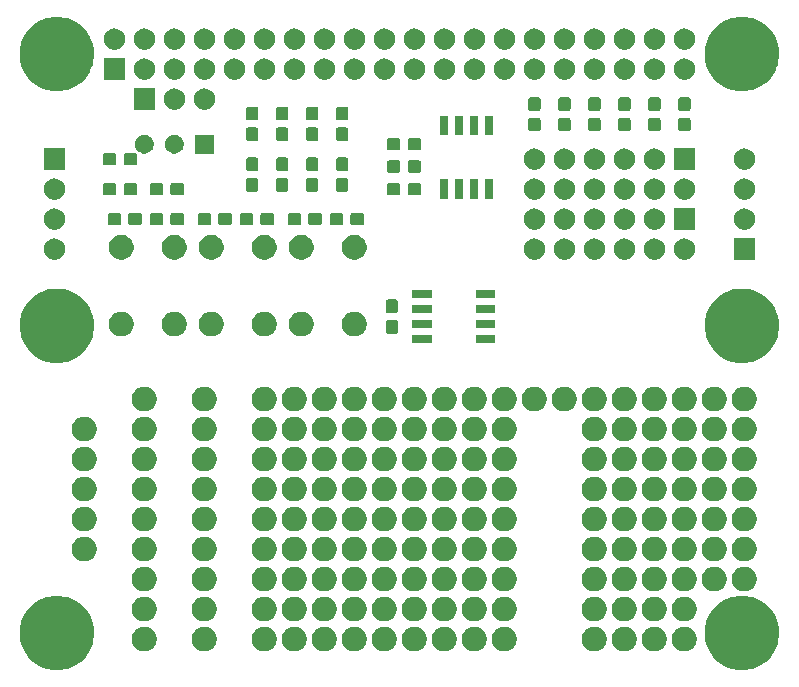
<source format=gbr>
G04 #@! TF.GenerationSoftware,KiCad,Pcbnew,5.1.6*
G04 #@! TF.CreationDate,2020-07-10T01:20:44+02:00*
G04 #@! TF.ProjectId,wuhat,77756861-742e-46b6-9963-61645f706362,7E4.0*
G04 #@! TF.SameCoordinates,Original*
G04 #@! TF.FileFunction,Soldermask,Top*
G04 #@! TF.FilePolarity,Negative*
%FSLAX46Y46*%
G04 Gerber Fmt 4.6, Leading zero omitted, Abs format (unit mm)*
G04 Created by KiCad (PCBNEW 5.1.6) date 2020-07-10 01:20:44*
%MOMM*%
%LPD*%
G01*
G04 APERTURE LIST*
%ADD10C,0.100000*%
G04 APERTURE END LIST*
D10*
G36*
X163816191Y-145159727D02*
G01*
X164019113Y-145200091D01*
X164592558Y-145437620D01*
X165108645Y-145782459D01*
X165547541Y-146221355D01*
X165879278Y-146717833D01*
X165892381Y-146737444D01*
X165961951Y-146905401D01*
X166096658Y-147230611D01*
X166129909Y-147310888D01*
X166251000Y-147919652D01*
X166251000Y-148540348D01*
X166186718Y-148863514D01*
X166129909Y-149149113D01*
X165892380Y-149722558D01*
X165547541Y-150238645D01*
X165108645Y-150677541D01*
X164592558Y-151022380D01*
X164019113Y-151259909D01*
X163816191Y-151300273D01*
X163410348Y-151381000D01*
X162789652Y-151381000D01*
X162383809Y-151300273D01*
X162180887Y-151259909D01*
X161607442Y-151022380D01*
X161091355Y-150677541D01*
X160652459Y-150238645D01*
X160307620Y-149722558D01*
X160070091Y-149149113D01*
X160013282Y-148863514D01*
X159949000Y-148540348D01*
X159949000Y-147919652D01*
X160070091Y-147310888D01*
X160103343Y-147230611D01*
X160238049Y-146905401D01*
X160307619Y-146737444D01*
X160320723Y-146717833D01*
X160652459Y-146221355D01*
X161091355Y-145782459D01*
X161607442Y-145437620D01*
X162180887Y-145200091D01*
X162383809Y-145159727D01*
X162789652Y-145079000D01*
X163410348Y-145079000D01*
X163816191Y-145159727D01*
G37*
G36*
X105816191Y-145159727D02*
G01*
X106019113Y-145200091D01*
X106592558Y-145437620D01*
X107108645Y-145782459D01*
X107547541Y-146221355D01*
X107879278Y-146717833D01*
X107892381Y-146737444D01*
X107961951Y-146905401D01*
X108096658Y-147230611D01*
X108129909Y-147310888D01*
X108251000Y-147919652D01*
X108251000Y-148540348D01*
X108186718Y-148863514D01*
X108129909Y-149149113D01*
X107892380Y-149722558D01*
X107547541Y-150238645D01*
X107108645Y-150677541D01*
X106592558Y-151022380D01*
X106019113Y-151259909D01*
X105816191Y-151300273D01*
X105410348Y-151381000D01*
X104789652Y-151381000D01*
X104383809Y-151300273D01*
X104180887Y-151259909D01*
X103607442Y-151022380D01*
X103091355Y-150677541D01*
X102652459Y-150238645D01*
X102307620Y-149722558D01*
X102070091Y-149149113D01*
X102013282Y-148863514D01*
X101949000Y-148540348D01*
X101949000Y-147919652D01*
X102070091Y-147310888D01*
X102103343Y-147230611D01*
X102238049Y-146905401D01*
X102307619Y-146737444D01*
X102320723Y-146717833D01*
X102652459Y-146221355D01*
X103091355Y-145782459D01*
X103607442Y-145437620D01*
X104180887Y-145200091D01*
X104383809Y-145159727D01*
X104789652Y-145079000D01*
X105410348Y-145079000D01*
X105816191Y-145159727D01*
G37*
G36*
X155996564Y-147749389D02*
G01*
X156187833Y-147828615D01*
X156187835Y-147828616D01*
X156324080Y-147919652D01*
X156359973Y-147943635D01*
X156506365Y-148090027D01*
X156621385Y-148262167D01*
X156700611Y-148453436D01*
X156741000Y-148656484D01*
X156741000Y-148863516D01*
X156700611Y-149066564D01*
X156666418Y-149149113D01*
X156621384Y-149257835D01*
X156506365Y-149429973D01*
X156359973Y-149576365D01*
X156187835Y-149691384D01*
X156187834Y-149691385D01*
X156187833Y-149691385D01*
X155996564Y-149770611D01*
X155793516Y-149811000D01*
X155586484Y-149811000D01*
X155383436Y-149770611D01*
X155192167Y-149691385D01*
X155192166Y-149691385D01*
X155192165Y-149691384D01*
X155020027Y-149576365D01*
X154873635Y-149429973D01*
X154758616Y-149257835D01*
X154713582Y-149149113D01*
X154679389Y-149066564D01*
X154639000Y-148863516D01*
X154639000Y-148656484D01*
X154679389Y-148453436D01*
X154758615Y-148262167D01*
X154873635Y-148090027D01*
X155020027Y-147943635D01*
X155055920Y-147919652D01*
X155192165Y-147828616D01*
X155192167Y-147828615D01*
X155383436Y-147749389D01*
X155586484Y-147709000D01*
X155793516Y-147709000D01*
X155996564Y-147749389D01*
G37*
G36*
X158536564Y-147749389D02*
G01*
X158727833Y-147828615D01*
X158727835Y-147828616D01*
X158864080Y-147919652D01*
X158899973Y-147943635D01*
X159046365Y-148090027D01*
X159161385Y-148262167D01*
X159240611Y-148453436D01*
X159281000Y-148656484D01*
X159281000Y-148863516D01*
X159240611Y-149066564D01*
X159206418Y-149149113D01*
X159161384Y-149257835D01*
X159046365Y-149429973D01*
X158899973Y-149576365D01*
X158727835Y-149691384D01*
X158727834Y-149691385D01*
X158727833Y-149691385D01*
X158536564Y-149770611D01*
X158333516Y-149811000D01*
X158126484Y-149811000D01*
X157923436Y-149770611D01*
X157732167Y-149691385D01*
X157732166Y-149691385D01*
X157732165Y-149691384D01*
X157560027Y-149576365D01*
X157413635Y-149429973D01*
X157298616Y-149257835D01*
X157253582Y-149149113D01*
X157219389Y-149066564D01*
X157179000Y-148863516D01*
X157179000Y-148656484D01*
X157219389Y-148453436D01*
X157298615Y-148262167D01*
X157413635Y-148090027D01*
X157560027Y-147943635D01*
X157595920Y-147919652D01*
X157732165Y-147828616D01*
X157732167Y-147828615D01*
X157923436Y-147749389D01*
X158126484Y-147709000D01*
X158333516Y-147709000D01*
X158536564Y-147749389D01*
G37*
G36*
X112816564Y-147749389D02*
G01*
X113007833Y-147828615D01*
X113007835Y-147828616D01*
X113144080Y-147919652D01*
X113179973Y-147943635D01*
X113326365Y-148090027D01*
X113441385Y-148262167D01*
X113520611Y-148453436D01*
X113561000Y-148656484D01*
X113561000Y-148863516D01*
X113520611Y-149066564D01*
X113486418Y-149149113D01*
X113441384Y-149257835D01*
X113326365Y-149429973D01*
X113179973Y-149576365D01*
X113007835Y-149691384D01*
X113007834Y-149691385D01*
X113007833Y-149691385D01*
X112816564Y-149770611D01*
X112613516Y-149811000D01*
X112406484Y-149811000D01*
X112203436Y-149770611D01*
X112012167Y-149691385D01*
X112012166Y-149691385D01*
X112012165Y-149691384D01*
X111840027Y-149576365D01*
X111693635Y-149429973D01*
X111578616Y-149257835D01*
X111533582Y-149149113D01*
X111499389Y-149066564D01*
X111459000Y-148863516D01*
X111459000Y-148656484D01*
X111499389Y-148453436D01*
X111578615Y-148262167D01*
X111693635Y-148090027D01*
X111840027Y-147943635D01*
X111875920Y-147919652D01*
X112012165Y-147828616D01*
X112012167Y-147828615D01*
X112203436Y-147749389D01*
X112406484Y-147709000D01*
X112613516Y-147709000D01*
X112816564Y-147749389D01*
G37*
G36*
X117896564Y-147749389D02*
G01*
X118087833Y-147828615D01*
X118087835Y-147828616D01*
X118224080Y-147919652D01*
X118259973Y-147943635D01*
X118406365Y-148090027D01*
X118521385Y-148262167D01*
X118600611Y-148453436D01*
X118641000Y-148656484D01*
X118641000Y-148863516D01*
X118600611Y-149066564D01*
X118566418Y-149149113D01*
X118521384Y-149257835D01*
X118406365Y-149429973D01*
X118259973Y-149576365D01*
X118087835Y-149691384D01*
X118087834Y-149691385D01*
X118087833Y-149691385D01*
X117896564Y-149770611D01*
X117693516Y-149811000D01*
X117486484Y-149811000D01*
X117283436Y-149770611D01*
X117092167Y-149691385D01*
X117092166Y-149691385D01*
X117092165Y-149691384D01*
X116920027Y-149576365D01*
X116773635Y-149429973D01*
X116658616Y-149257835D01*
X116613582Y-149149113D01*
X116579389Y-149066564D01*
X116539000Y-148863516D01*
X116539000Y-148656484D01*
X116579389Y-148453436D01*
X116658615Y-148262167D01*
X116773635Y-148090027D01*
X116920027Y-147943635D01*
X116955920Y-147919652D01*
X117092165Y-147828616D01*
X117092167Y-147828615D01*
X117283436Y-147749389D01*
X117486484Y-147709000D01*
X117693516Y-147709000D01*
X117896564Y-147749389D01*
G37*
G36*
X122976564Y-147749389D02*
G01*
X123167833Y-147828615D01*
X123167835Y-147828616D01*
X123304080Y-147919652D01*
X123339973Y-147943635D01*
X123486365Y-148090027D01*
X123601385Y-148262167D01*
X123680611Y-148453436D01*
X123721000Y-148656484D01*
X123721000Y-148863516D01*
X123680611Y-149066564D01*
X123646418Y-149149113D01*
X123601384Y-149257835D01*
X123486365Y-149429973D01*
X123339973Y-149576365D01*
X123167835Y-149691384D01*
X123167834Y-149691385D01*
X123167833Y-149691385D01*
X122976564Y-149770611D01*
X122773516Y-149811000D01*
X122566484Y-149811000D01*
X122363436Y-149770611D01*
X122172167Y-149691385D01*
X122172166Y-149691385D01*
X122172165Y-149691384D01*
X122000027Y-149576365D01*
X121853635Y-149429973D01*
X121738616Y-149257835D01*
X121693582Y-149149113D01*
X121659389Y-149066564D01*
X121619000Y-148863516D01*
X121619000Y-148656484D01*
X121659389Y-148453436D01*
X121738615Y-148262167D01*
X121853635Y-148090027D01*
X122000027Y-147943635D01*
X122035920Y-147919652D01*
X122172165Y-147828616D01*
X122172167Y-147828615D01*
X122363436Y-147749389D01*
X122566484Y-147709000D01*
X122773516Y-147709000D01*
X122976564Y-147749389D01*
G37*
G36*
X125516564Y-147749389D02*
G01*
X125707833Y-147828615D01*
X125707835Y-147828616D01*
X125844080Y-147919652D01*
X125879973Y-147943635D01*
X126026365Y-148090027D01*
X126141385Y-148262167D01*
X126220611Y-148453436D01*
X126261000Y-148656484D01*
X126261000Y-148863516D01*
X126220611Y-149066564D01*
X126186418Y-149149113D01*
X126141384Y-149257835D01*
X126026365Y-149429973D01*
X125879973Y-149576365D01*
X125707835Y-149691384D01*
X125707834Y-149691385D01*
X125707833Y-149691385D01*
X125516564Y-149770611D01*
X125313516Y-149811000D01*
X125106484Y-149811000D01*
X124903436Y-149770611D01*
X124712167Y-149691385D01*
X124712166Y-149691385D01*
X124712165Y-149691384D01*
X124540027Y-149576365D01*
X124393635Y-149429973D01*
X124278616Y-149257835D01*
X124233582Y-149149113D01*
X124199389Y-149066564D01*
X124159000Y-148863516D01*
X124159000Y-148656484D01*
X124199389Y-148453436D01*
X124278615Y-148262167D01*
X124393635Y-148090027D01*
X124540027Y-147943635D01*
X124575920Y-147919652D01*
X124712165Y-147828616D01*
X124712167Y-147828615D01*
X124903436Y-147749389D01*
X125106484Y-147709000D01*
X125313516Y-147709000D01*
X125516564Y-147749389D01*
G37*
G36*
X130596564Y-147749389D02*
G01*
X130787833Y-147828615D01*
X130787835Y-147828616D01*
X130924080Y-147919652D01*
X130959973Y-147943635D01*
X131106365Y-148090027D01*
X131221385Y-148262167D01*
X131300611Y-148453436D01*
X131341000Y-148656484D01*
X131341000Y-148863516D01*
X131300611Y-149066564D01*
X131266418Y-149149113D01*
X131221384Y-149257835D01*
X131106365Y-149429973D01*
X130959973Y-149576365D01*
X130787835Y-149691384D01*
X130787834Y-149691385D01*
X130787833Y-149691385D01*
X130596564Y-149770611D01*
X130393516Y-149811000D01*
X130186484Y-149811000D01*
X129983436Y-149770611D01*
X129792167Y-149691385D01*
X129792166Y-149691385D01*
X129792165Y-149691384D01*
X129620027Y-149576365D01*
X129473635Y-149429973D01*
X129358616Y-149257835D01*
X129313582Y-149149113D01*
X129279389Y-149066564D01*
X129239000Y-148863516D01*
X129239000Y-148656484D01*
X129279389Y-148453436D01*
X129358615Y-148262167D01*
X129473635Y-148090027D01*
X129620027Y-147943635D01*
X129655920Y-147919652D01*
X129792165Y-147828616D01*
X129792167Y-147828615D01*
X129983436Y-147749389D01*
X130186484Y-147709000D01*
X130393516Y-147709000D01*
X130596564Y-147749389D01*
G37*
G36*
X128056564Y-147749389D02*
G01*
X128247833Y-147828615D01*
X128247835Y-147828616D01*
X128384080Y-147919652D01*
X128419973Y-147943635D01*
X128566365Y-148090027D01*
X128681385Y-148262167D01*
X128760611Y-148453436D01*
X128801000Y-148656484D01*
X128801000Y-148863516D01*
X128760611Y-149066564D01*
X128726418Y-149149113D01*
X128681384Y-149257835D01*
X128566365Y-149429973D01*
X128419973Y-149576365D01*
X128247835Y-149691384D01*
X128247834Y-149691385D01*
X128247833Y-149691385D01*
X128056564Y-149770611D01*
X127853516Y-149811000D01*
X127646484Y-149811000D01*
X127443436Y-149770611D01*
X127252167Y-149691385D01*
X127252166Y-149691385D01*
X127252165Y-149691384D01*
X127080027Y-149576365D01*
X126933635Y-149429973D01*
X126818616Y-149257835D01*
X126773582Y-149149113D01*
X126739389Y-149066564D01*
X126699000Y-148863516D01*
X126699000Y-148656484D01*
X126739389Y-148453436D01*
X126818615Y-148262167D01*
X126933635Y-148090027D01*
X127080027Y-147943635D01*
X127115920Y-147919652D01*
X127252165Y-147828616D01*
X127252167Y-147828615D01*
X127443436Y-147749389D01*
X127646484Y-147709000D01*
X127853516Y-147709000D01*
X128056564Y-147749389D01*
G37*
G36*
X135676564Y-147749389D02*
G01*
X135867833Y-147828615D01*
X135867835Y-147828616D01*
X136004080Y-147919652D01*
X136039973Y-147943635D01*
X136186365Y-148090027D01*
X136301385Y-148262167D01*
X136380611Y-148453436D01*
X136421000Y-148656484D01*
X136421000Y-148863516D01*
X136380611Y-149066564D01*
X136346418Y-149149113D01*
X136301384Y-149257835D01*
X136186365Y-149429973D01*
X136039973Y-149576365D01*
X135867835Y-149691384D01*
X135867834Y-149691385D01*
X135867833Y-149691385D01*
X135676564Y-149770611D01*
X135473516Y-149811000D01*
X135266484Y-149811000D01*
X135063436Y-149770611D01*
X134872167Y-149691385D01*
X134872166Y-149691385D01*
X134872165Y-149691384D01*
X134700027Y-149576365D01*
X134553635Y-149429973D01*
X134438616Y-149257835D01*
X134393582Y-149149113D01*
X134359389Y-149066564D01*
X134319000Y-148863516D01*
X134319000Y-148656484D01*
X134359389Y-148453436D01*
X134438615Y-148262167D01*
X134553635Y-148090027D01*
X134700027Y-147943635D01*
X134735920Y-147919652D01*
X134872165Y-147828616D01*
X134872167Y-147828615D01*
X135063436Y-147749389D01*
X135266484Y-147709000D01*
X135473516Y-147709000D01*
X135676564Y-147749389D01*
G37*
G36*
X133136564Y-147749389D02*
G01*
X133327833Y-147828615D01*
X133327835Y-147828616D01*
X133464080Y-147919652D01*
X133499973Y-147943635D01*
X133646365Y-148090027D01*
X133761385Y-148262167D01*
X133840611Y-148453436D01*
X133881000Y-148656484D01*
X133881000Y-148863516D01*
X133840611Y-149066564D01*
X133806418Y-149149113D01*
X133761384Y-149257835D01*
X133646365Y-149429973D01*
X133499973Y-149576365D01*
X133327835Y-149691384D01*
X133327834Y-149691385D01*
X133327833Y-149691385D01*
X133136564Y-149770611D01*
X132933516Y-149811000D01*
X132726484Y-149811000D01*
X132523436Y-149770611D01*
X132332167Y-149691385D01*
X132332166Y-149691385D01*
X132332165Y-149691384D01*
X132160027Y-149576365D01*
X132013635Y-149429973D01*
X131898616Y-149257835D01*
X131853582Y-149149113D01*
X131819389Y-149066564D01*
X131779000Y-148863516D01*
X131779000Y-148656484D01*
X131819389Y-148453436D01*
X131898615Y-148262167D01*
X132013635Y-148090027D01*
X132160027Y-147943635D01*
X132195920Y-147919652D01*
X132332165Y-147828616D01*
X132332167Y-147828615D01*
X132523436Y-147749389D01*
X132726484Y-147709000D01*
X132933516Y-147709000D01*
X133136564Y-147749389D01*
G37*
G36*
X143296564Y-147749389D02*
G01*
X143487833Y-147828615D01*
X143487835Y-147828616D01*
X143624080Y-147919652D01*
X143659973Y-147943635D01*
X143806365Y-148090027D01*
X143921385Y-148262167D01*
X144000611Y-148453436D01*
X144041000Y-148656484D01*
X144041000Y-148863516D01*
X144000611Y-149066564D01*
X143966418Y-149149113D01*
X143921384Y-149257835D01*
X143806365Y-149429973D01*
X143659973Y-149576365D01*
X143487835Y-149691384D01*
X143487834Y-149691385D01*
X143487833Y-149691385D01*
X143296564Y-149770611D01*
X143093516Y-149811000D01*
X142886484Y-149811000D01*
X142683436Y-149770611D01*
X142492167Y-149691385D01*
X142492166Y-149691385D01*
X142492165Y-149691384D01*
X142320027Y-149576365D01*
X142173635Y-149429973D01*
X142058616Y-149257835D01*
X142013582Y-149149113D01*
X141979389Y-149066564D01*
X141939000Y-148863516D01*
X141939000Y-148656484D01*
X141979389Y-148453436D01*
X142058615Y-148262167D01*
X142173635Y-148090027D01*
X142320027Y-147943635D01*
X142355920Y-147919652D01*
X142492165Y-147828616D01*
X142492167Y-147828615D01*
X142683436Y-147749389D01*
X142886484Y-147709000D01*
X143093516Y-147709000D01*
X143296564Y-147749389D01*
G37*
G36*
X140756564Y-147749389D02*
G01*
X140947833Y-147828615D01*
X140947835Y-147828616D01*
X141084080Y-147919652D01*
X141119973Y-147943635D01*
X141266365Y-148090027D01*
X141381385Y-148262167D01*
X141460611Y-148453436D01*
X141501000Y-148656484D01*
X141501000Y-148863516D01*
X141460611Y-149066564D01*
X141426418Y-149149113D01*
X141381384Y-149257835D01*
X141266365Y-149429973D01*
X141119973Y-149576365D01*
X140947835Y-149691384D01*
X140947834Y-149691385D01*
X140947833Y-149691385D01*
X140756564Y-149770611D01*
X140553516Y-149811000D01*
X140346484Y-149811000D01*
X140143436Y-149770611D01*
X139952167Y-149691385D01*
X139952166Y-149691385D01*
X139952165Y-149691384D01*
X139780027Y-149576365D01*
X139633635Y-149429973D01*
X139518616Y-149257835D01*
X139473582Y-149149113D01*
X139439389Y-149066564D01*
X139399000Y-148863516D01*
X139399000Y-148656484D01*
X139439389Y-148453436D01*
X139518615Y-148262167D01*
X139633635Y-148090027D01*
X139780027Y-147943635D01*
X139815920Y-147919652D01*
X139952165Y-147828616D01*
X139952167Y-147828615D01*
X140143436Y-147749389D01*
X140346484Y-147709000D01*
X140553516Y-147709000D01*
X140756564Y-147749389D01*
G37*
G36*
X138216564Y-147749389D02*
G01*
X138407833Y-147828615D01*
X138407835Y-147828616D01*
X138544080Y-147919652D01*
X138579973Y-147943635D01*
X138726365Y-148090027D01*
X138841385Y-148262167D01*
X138920611Y-148453436D01*
X138961000Y-148656484D01*
X138961000Y-148863516D01*
X138920611Y-149066564D01*
X138886418Y-149149113D01*
X138841384Y-149257835D01*
X138726365Y-149429973D01*
X138579973Y-149576365D01*
X138407835Y-149691384D01*
X138407834Y-149691385D01*
X138407833Y-149691385D01*
X138216564Y-149770611D01*
X138013516Y-149811000D01*
X137806484Y-149811000D01*
X137603436Y-149770611D01*
X137412167Y-149691385D01*
X137412166Y-149691385D01*
X137412165Y-149691384D01*
X137240027Y-149576365D01*
X137093635Y-149429973D01*
X136978616Y-149257835D01*
X136933582Y-149149113D01*
X136899389Y-149066564D01*
X136859000Y-148863516D01*
X136859000Y-148656484D01*
X136899389Y-148453436D01*
X136978615Y-148262167D01*
X137093635Y-148090027D01*
X137240027Y-147943635D01*
X137275920Y-147919652D01*
X137412165Y-147828616D01*
X137412167Y-147828615D01*
X137603436Y-147749389D01*
X137806484Y-147709000D01*
X138013516Y-147709000D01*
X138216564Y-147749389D01*
G37*
G36*
X150916564Y-147749389D02*
G01*
X151107833Y-147828615D01*
X151107835Y-147828616D01*
X151244080Y-147919652D01*
X151279973Y-147943635D01*
X151426365Y-148090027D01*
X151541385Y-148262167D01*
X151620611Y-148453436D01*
X151661000Y-148656484D01*
X151661000Y-148863516D01*
X151620611Y-149066564D01*
X151586418Y-149149113D01*
X151541384Y-149257835D01*
X151426365Y-149429973D01*
X151279973Y-149576365D01*
X151107835Y-149691384D01*
X151107834Y-149691385D01*
X151107833Y-149691385D01*
X150916564Y-149770611D01*
X150713516Y-149811000D01*
X150506484Y-149811000D01*
X150303436Y-149770611D01*
X150112167Y-149691385D01*
X150112166Y-149691385D01*
X150112165Y-149691384D01*
X149940027Y-149576365D01*
X149793635Y-149429973D01*
X149678616Y-149257835D01*
X149633582Y-149149113D01*
X149599389Y-149066564D01*
X149559000Y-148863516D01*
X149559000Y-148656484D01*
X149599389Y-148453436D01*
X149678615Y-148262167D01*
X149793635Y-148090027D01*
X149940027Y-147943635D01*
X149975920Y-147919652D01*
X150112165Y-147828616D01*
X150112167Y-147828615D01*
X150303436Y-147749389D01*
X150506484Y-147709000D01*
X150713516Y-147709000D01*
X150916564Y-147749389D01*
G37*
G36*
X153456564Y-147749389D02*
G01*
X153647833Y-147828615D01*
X153647835Y-147828616D01*
X153784080Y-147919652D01*
X153819973Y-147943635D01*
X153966365Y-148090027D01*
X154081385Y-148262167D01*
X154160611Y-148453436D01*
X154201000Y-148656484D01*
X154201000Y-148863516D01*
X154160611Y-149066564D01*
X154126418Y-149149113D01*
X154081384Y-149257835D01*
X153966365Y-149429973D01*
X153819973Y-149576365D01*
X153647835Y-149691384D01*
X153647834Y-149691385D01*
X153647833Y-149691385D01*
X153456564Y-149770611D01*
X153253516Y-149811000D01*
X153046484Y-149811000D01*
X152843436Y-149770611D01*
X152652167Y-149691385D01*
X152652166Y-149691385D01*
X152652165Y-149691384D01*
X152480027Y-149576365D01*
X152333635Y-149429973D01*
X152218616Y-149257835D01*
X152173582Y-149149113D01*
X152139389Y-149066564D01*
X152099000Y-148863516D01*
X152099000Y-148656484D01*
X152139389Y-148453436D01*
X152218615Y-148262167D01*
X152333635Y-148090027D01*
X152480027Y-147943635D01*
X152515920Y-147919652D01*
X152652165Y-147828616D01*
X152652167Y-147828615D01*
X152843436Y-147749389D01*
X153046484Y-147709000D01*
X153253516Y-147709000D01*
X153456564Y-147749389D01*
G37*
G36*
X133136564Y-145209389D02*
G01*
X133327833Y-145288615D01*
X133327835Y-145288616D01*
X133499973Y-145403635D01*
X133646365Y-145550027D01*
X133761385Y-145722167D01*
X133840611Y-145913436D01*
X133881000Y-146116484D01*
X133881000Y-146323516D01*
X133840611Y-146526564D01*
X133761385Y-146717833D01*
X133761384Y-146717835D01*
X133646365Y-146889973D01*
X133499973Y-147036365D01*
X133327835Y-147151384D01*
X133327834Y-147151385D01*
X133327833Y-147151385D01*
X133136564Y-147230611D01*
X132933516Y-147271000D01*
X132726484Y-147271000D01*
X132523436Y-147230611D01*
X132332167Y-147151385D01*
X132332166Y-147151385D01*
X132332165Y-147151384D01*
X132160027Y-147036365D01*
X132013635Y-146889973D01*
X131898616Y-146717835D01*
X131898615Y-146717833D01*
X131819389Y-146526564D01*
X131779000Y-146323516D01*
X131779000Y-146116484D01*
X131819389Y-145913436D01*
X131898615Y-145722167D01*
X132013635Y-145550027D01*
X132160027Y-145403635D01*
X132332165Y-145288616D01*
X132332167Y-145288615D01*
X132523436Y-145209389D01*
X132726484Y-145169000D01*
X132933516Y-145169000D01*
X133136564Y-145209389D01*
G37*
G36*
X112816564Y-145209389D02*
G01*
X113007833Y-145288615D01*
X113007835Y-145288616D01*
X113179973Y-145403635D01*
X113326365Y-145550027D01*
X113441385Y-145722167D01*
X113520611Y-145913436D01*
X113561000Y-146116484D01*
X113561000Y-146323516D01*
X113520611Y-146526564D01*
X113441385Y-146717833D01*
X113441384Y-146717835D01*
X113326365Y-146889973D01*
X113179973Y-147036365D01*
X113007835Y-147151384D01*
X113007834Y-147151385D01*
X113007833Y-147151385D01*
X112816564Y-147230611D01*
X112613516Y-147271000D01*
X112406484Y-147271000D01*
X112203436Y-147230611D01*
X112012167Y-147151385D01*
X112012166Y-147151385D01*
X112012165Y-147151384D01*
X111840027Y-147036365D01*
X111693635Y-146889973D01*
X111578616Y-146717835D01*
X111578615Y-146717833D01*
X111499389Y-146526564D01*
X111459000Y-146323516D01*
X111459000Y-146116484D01*
X111499389Y-145913436D01*
X111578615Y-145722167D01*
X111693635Y-145550027D01*
X111840027Y-145403635D01*
X112012165Y-145288616D01*
X112012167Y-145288615D01*
X112203436Y-145209389D01*
X112406484Y-145169000D01*
X112613516Y-145169000D01*
X112816564Y-145209389D01*
G37*
G36*
X117896564Y-145209389D02*
G01*
X118087833Y-145288615D01*
X118087835Y-145288616D01*
X118259973Y-145403635D01*
X118406365Y-145550027D01*
X118521385Y-145722167D01*
X118600611Y-145913436D01*
X118641000Y-146116484D01*
X118641000Y-146323516D01*
X118600611Y-146526564D01*
X118521385Y-146717833D01*
X118521384Y-146717835D01*
X118406365Y-146889973D01*
X118259973Y-147036365D01*
X118087835Y-147151384D01*
X118087834Y-147151385D01*
X118087833Y-147151385D01*
X117896564Y-147230611D01*
X117693516Y-147271000D01*
X117486484Y-147271000D01*
X117283436Y-147230611D01*
X117092167Y-147151385D01*
X117092166Y-147151385D01*
X117092165Y-147151384D01*
X116920027Y-147036365D01*
X116773635Y-146889973D01*
X116658616Y-146717835D01*
X116658615Y-146717833D01*
X116579389Y-146526564D01*
X116539000Y-146323516D01*
X116539000Y-146116484D01*
X116579389Y-145913436D01*
X116658615Y-145722167D01*
X116773635Y-145550027D01*
X116920027Y-145403635D01*
X117092165Y-145288616D01*
X117092167Y-145288615D01*
X117283436Y-145209389D01*
X117486484Y-145169000D01*
X117693516Y-145169000D01*
X117896564Y-145209389D01*
G37*
G36*
X125516564Y-145209389D02*
G01*
X125707833Y-145288615D01*
X125707835Y-145288616D01*
X125879973Y-145403635D01*
X126026365Y-145550027D01*
X126141385Y-145722167D01*
X126220611Y-145913436D01*
X126261000Y-146116484D01*
X126261000Y-146323516D01*
X126220611Y-146526564D01*
X126141385Y-146717833D01*
X126141384Y-146717835D01*
X126026365Y-146889973D01*
X125879973Y-147036365D01*
X125707835Y-147151384D01*
X125707834Y-147151385D01*
X125707833Y-147151385D01*
X125516564Y-147230611D01*
X125313516Y-147271000D01*
X125106484Y-147271000D01*
X124903436Y-147230611D01*
X124712167Y-147151385D01*
X124712166Y-147151385D01*
X124712165Y-147151384D01*
X124540027Y-147036365D01*
X124393635Y-146889973D01*
X124278616Y-146717835D01*
X124278615Y-146717833D01*
X124199389Y-146526564D01*
X124159000Y-146323516D01*
X124159000Y-146116484D01*
X124199389Y-145913436D01*
X124278615Y-145722167D01*
X124393635Y-145550027D01*
X124540027Y-145403635D01*
X124712165Y-145288616D01*
X124712167Y-145288615D01*
X124903436Y-145209389D01*
X125106484Y-145169000D01*
X125313516Y-145169000D01*
X125516564Y-145209389D01*
G37*
G36*
X122976564Y-145209389D02*
G01*
X123167833Y-145288615D01*
X123167835Y-145288616D01*
X123339973Y-145403635D01*
X123486365Y-145550027D01*
X123601385Y-145722167D01*
X123680611Y-145913436D01*
X123721000Y-146116484D01*
X123721000Y-146323516D01*
X123680611Y-146526564D01*
X123601385Y-146717833D01*
X123601384Y-146717835D01*
X123486365Y-146889973D01*
X123339973Y-147036365D01*
X123167835Y-147151384D01*
X123167834Y-147151385D01*
X123167833Y-147151385D01*
X122976564Y-147230611D01*
X122773516Y-147271000D01*
X122566484Y-147271000D01*
X122363436Y-147230611D01*
X122172167Y-147151385D01*
X122172166Y-147151385D01*
X122172165Y-147151384D01*
X122000027Y-147036365D01*
X121853635Y-146889973D01*
X121738616Y-146717835D01*
X121738615Y-146717833D01*
X121659389Y-146526564D01*
X121619000Y-146323516D01*
X121619000Y-146116484D01*
X121659389Y-145913436D01*
X121738615Y-145722167D01*
X121853635Y-145550027D01*
X122000027Y-145403635D01*
X122172165Y-145288616D01*
X122172167Y-145288615D01*
X122363436Y-145209389D01*
X122566484Y-145169000D01*
X122773516Y-145169000D01*
X122976564Y-145209389D01*
G37*
G36*
X130596564Y-145209389D02*
G01*
X130787833Y-145288615D01*
X130787835Y-145288616D01*
X130959973Y-145403635D01*
X131106365Y-145550027D01*
X131221385Y-145722167D01*
X131300611Y-145913436D01*
X131341000Y-146116484D01*
X131341000Y-146323516D01*
X131300611Y-146526564D01*
X131221385Y-146717833D01*
X131221384Y-146717835D01*
X131106365Y-146889973D01*
X130959973Y-147036365D01*
X130787835Y-147151384D01*
X130787834Y-147151385D01*
X130787833Y-147151385D01*
X130596564Y-147230611D01*
X130393516Y-147271000D01*
X130186484Y-147271000D01*
X129983436Y-147230611D01*
X129792167Y-147151385D01*
X129792166Y-147151385D01*
X129792165Y-147151384D01*
X129620027Y-147036365D01*
X129473635Y-146889973D01*
X129358616Y-146717835D01*
X129358615Y-146717833D01*
X129279389Y-146526564D01*
X129239000Y-146323516D01*
X129239000Y-146116484D01*
X129279389Y-145913436D01*
X129358615Y-145722167D01*
X129473635Y-145550027D01*
X129620027Y-145403635D01*
X129792165Y-145288616D01*
X129792167Y-145288615D01*
X129983436Y-145209389D01*
X130186484Y-145169000D01*
X130393516Y-145169000D01*
X130596564Y-145209389D01*
G37*
G36*
X128056564Y-145209389D02*
G01*
X128247833Y-145288615D01*
X128247835Y-145288616D01*
X128419973Y-145403635D01*
X128566365Y-145550027D01*
X128681385Y-145722167D01*
X128760611Y-145913436D01*
X128801000Y-146116484D01*
X128801000Y-146323516D01*
X128760611Y-146526564D01*
X128681385Y-146717833D01*
X128681384Y-146717835D01*
X128566365Y-146889973D01*
X128419973Y-147036365D01*
X128247835Y-147151384D01*
X128247834Y-147151385D01*
X128247833Y-147151385D01*
X128056564Y-147230611D01*
X127853516Y-147271000D01*
X127646484Y-147271000D01*
X127443436Y-147230611D01*
X127252167Y-147151385D01*
X127252166Y-147151385D01*
X127252165Y-147151384D01*
X127080027Y-147036365D01*
X126933635Y-146889973D01*
X126818616Y-146717835D01*
X126818615Y-146717833D01*
X126739389Y-146526564D01*
X126699000Y-146323516D01*
X126699000Y-146116484D01*
X126739389Y-145913436D01*
X126818615Y-145722167D01*
X126933635Y-145550027D01*
X127080027Y-145403635D01*
X127252165Y-145288616D01*
X127252167Y-145288615D01*
X127443436Y-145209389D01*
X127646484Y-145169000D01*
X127853516Y-145169000D01*
X128056564Y-145209389D01*
G37*
G36*
X135676564Y-145209389D02*
G01*
X135867833Y-145288615D01*
X135867835Y-145288616D01*
X136039973Y-145403635D01*
X136186365Y-145550027D01*
X136301385Y-145722167D01*
X136380611Y-145913436D01*
X136421000Y-146116484D01*
X136421000Y-146323516D01*
X136380611Y-146526564D01*
X136301385Y-146717833D01*
X136301384Y-146717835D01*
X136186365Y-146889973D01*
X136039973Y-147036365D01*
X135867835Y-147151384D01*
X135867834Y-147151385D01*
X135867833Y-147151385D01*
X135676564Y-147230611D01*
X135473516Y-147271000D01*
X135266484Y-147271000D01*
X135063436Y-147230611D01*
X134872167Y-147151385D01*
X134872166Y-147151385D01*
X134872165Y-147151384D01*
X134700027Y-147036365D01*
X134553635Y-146889973D01*
X134438616Y-146717835D01*
X134438615Y-146717833D01*
X134359389Y-146526564D01*
X134319000Y-146323516D01*
X134319000Y-146116484D01*
X134359389Y-145913436D01*
X134438615Y-145722167D01*
X134553635Y-145550027D01*
X134700027Y-145403635D01*
X134872165Y-145288616D01*
X134872167Y-145288615D01*
X135063436Y-145209389D01*
X135266484Y-145169000D01*
X135473516Y-145169000D01*
X135676564Y-145209389D01*
G37*
G36*
X138216564Y-145209389D02*
G01*
X138407833Y-145288615D01*
X138407835Y-145288616D01*
X138579973Y-145403635D01*
X138726365Y-145550027D01*
X138841385Y-145722167D01*
X138920611Y-145913436D01*
X138961000Y-146116484D01*
X138961000Y-146323516D01*
X138920611Y-146526564D01*
X138841385Y-146717833D01*
X138841384Y-146717835D01*
X138726365Y-146889973D01*
X138579973Y-147036365D01*
X138407835Y-147151384D01*
X138407834Y-147151385D01*
X138407833Y-147151385D01*
X138216564Y-147230611D01*
X138013516Y-147271000D01*
X137806484Y-147271000D01*
X137603436Y-147230611D01*
X137412167Y-147151385D01*
X137412166Y-147151385D01*
X137412165Y-147151384D01*
X137240027Y-147036365D01*
X137093635Y-146889973D01*
X136978616Y-146717835D01*
X136978615Y-146717833D01*
X136899389Y-146526564D01*
X136859000Y-146323516D01*
X136859000Y-146116484D01*
X136899389Y-145913436D01*
X136978615Y-145722167D01*
X137093635Y-145550027D01*
X137240027Y-145403635D01*
X137412165Y-145288616D01*
X137412167Y-145288615D01*
X137603436Y-145209389D01*
X137806484Y-145169000D01*
X138013516Y-145169000D01*
X138216564Y-145209389D01*
G37*
G36*
X140756564Y-145209389D02*
G01*
X140947833Y-145288615D01*
X140947835Y-145288616D01*
X141119973Y-145403635D01*
X141266365Y-145550027D01*
X141381385Y-145722167D01*
X141460611Y-145913436D01*
X141501000Y-146116484D01*
X141501000Y-146323516D01*
X141460611Y-146526564D01*
X141381385Y-146717833D01*
X141381384Y-146717835D01*
X141266365Y-146889973D01*
X141119973Y-147036365D01*
X140947835Y-147151384D01*
X140947834Y-147151385D01*
X140947833Y-147151385D01*
X140756564Y-147230611D01*
X140553516Y-147271000D01*
X140346484Y-147271000D01*
X140143436Y-147230611D01*
X139952167Y-147151385D01*
X139952166Y-147151385D01*
X139952165Y-147151384D01*
X139780027Y-147036365D01*
X139633635Y-146889973D01*
X139518616Y-146717835D01*
X139518615Y-146717833D01*
X139439389Y-146526564D01*
X139399000Y-146323516D01*
X139399000Y-146116484D01*
X139439389Y-145913436D01*
X139518615Y-145722167D01*
X139633635Y-145550027D01*
X139780027Y-145403635D01*
X139952165Y-145288616D01*
X139952167Y-145288615D01*
X140143436Y-145209389D01*
X140346484Y-145169000D01*
X140553516Y-145169000D01*
X140756564Y-145209389D01*
G37*
G36*
X143296564Y-145209389D02*
G01*
X143487833Y-145288615D01*
X143487835Y-145288616D01*
X143659973Y-145403635D01*
X143806365Y-145550027D01*
X143921385Y-145722167D01*
X144000611Y-145913436D01*
X144041000Y-146116484D01*
X144041000Y-146323516D01*
X144000611Y-146526564D01*
X143921385Y-146717833D01*
X143921384Y-146717835D01*
X143806365Y-146889973D01*
X143659973Y-147036365D01*
X143487835Y-147151384D01*
X143487834Y-147151385D01*
X143487833Y-147151385D01*
X143296564Y-147230611D01*
X143093516Y-147271000D01*
X142886484Y-147271000D01*
X142683436Y-147230611D01*
X142492167Y-147151385D01*
X142492166Y-147151385D01*
X142492165Y-147151384D01*
X142320027Y-147036365D01*
X142173635Y-146889973D01*
X142058616Y-146717835D01*
X142058615Y-146717833D01*
X141979389Y-146526564D01*
X141939000Y-146323516D01*
X141939000Y-146116484D01*
X141979389Y-145913436D01*
X142058615Y-145722167D01*
X142173635Y-145550027D01*
X142320027Y-145403635D01*
X142492165Y-145288616D01*
X142492167Y-145288615D01*
X142683436Y-145209389D01*
X142886484Y-145169000D01*
X143093516Y-145169000D01*
X143296564Y-145209389D01*
G37*
G36*
X158536564Y-145209389D02*
G01*
X158727833Y-145288615D01*
X158727835Y-145288616D01*
X158899973Y-145403635D01*
X159046365Y-145550027D01*
X159161385Y-145722167D01*
X159240611Y-145913436D01*
X159281000Y-146116484D01*
X159281000Y-146323516D01*
X159240611Y-146526564D01*
X159161385Y-146717833D01*
X159161384Y-146717835D01*
X159046365Y-146889973D01*
X158899973Y-147036365D01*
X158727835Y-147151384D01*
X158727834Y-147151385D01*
X158727833Y-147151385D01*
X158536564Y-147230611D01*
X158333516Y-147271000D01*
X158126484Y-147271000D01*
X157923436Y-147230611D01*
X157732167Y-147151385D01*
X157732166Y-147151385D01*
X157732165Y-147151384D01*
X157560027Y-147036365D01*
X157413635Y-146889973D01*
X157298616Y-146717835D01*
X157298615Y-146717833D01*
X157219389Y-146526564D01*
X157179000Y-146323516D01*
X157179000Y-146116484D01*
X157219389Y-145913436D01*
X157298615Y-145722167D01*
X157413635Y-145550027D01*
X157560027Y-145403635D01*
X157732165Y-145288616D01*
X157732167Y-145288615D01*
X157923436Y-145209389D01*
X158126484Y-145169000D01*
X158333516Y-145169000D01*
X158536564Y-145209389D01*
G37*
G36*
X150916564Y-145209389D02*
G01*
X151107833Y-145288615D01*
X151107835Y-145288616D01*
X151279973Y-145403635D01*
X151426365Y-145550027D01*
X151541385Y-145722167D01*
X151620611Y-145913436D01*
X151661000Y-146116484D01*
X151661000Y-146323516D01*
X151620611Y-146526564D01*
X151541385Y-146717833D01*
X151541384Y-146717835D01*
X151426365Y-146889973D01*
X151279973Y-147036365D01*
X151107835Y-147151384D01*
X151107834Y-147151385D01*
X151107833Y-147151385D01*
X150916564Y-147230611D01*
X150713516Y-147271000D01*
X150506484Y-147271000D01*
X150303436Y-147230611D01*
X150112167Y-147151385D01*
X150112166Y-147151385D01*
X150112165Y-147151384D01*
X149940027Y-147036365D01*
X149793635Y-146889973D01*
X149678616Y-146717835D01*
X149678615Y-146717833D01*
X149599389Y-146526564D01*
X149559000Y-146323516D01*
X149559000Y-146116484D01*
X149599389Y-145913436D01*
X149678615Y-145722167D01*
X149793635Y-145550027D01*
X149940027Y-145403635D01*
X150112165Y-145288616D01*
X150112167Y-145288615D01*
X150303436Y-145209389D01*
X150506484Y-145169000D01*
X150713516Y-145169000D01*
X150916564Y-145209389D01*
G37*
G36*
X155996564Y-145209389D02*
G01*
X156187833Y-145288615D01*
X156187835Y-145288616D01*
X156359973Y-145403635D01*
X156506365Y-145550027D01*
X156621385Y-145722167D01*
X156700611Y-145913436D01*
X156741000Y-146116484D01*
X156741000Y-146323516D01*
X156700611Y-146526564D01*
X156621385Y-146717833D01*
X156621384Y-146717835D01*
X156506365Y-146889973D01*
X156359973Y-147036365D01*
X156187835Y-147151384D01*
X156187834Y-147151385D01*
X156187833Y-147151385D01*
X155996564Y-147230611D01*
X155793516Y-147271000D01*
X155586484Y-147271000D01*
X155383436Y-147230611D01*
X155192167Y-147151385D01*
X155192166Y-147151385D01*
X155192165Y-147151384D01*
X155020027Y-147036365D01*
X154873635Y-146889973D01*
X154758616Y-146717835D01*
X154758615Y-146717833D01*
X154679389Y-146526564D01*
X154639000Y-146323516D01*
X154639000Y-146116484D01*
X154679389Y-145913436D01*
X154758615Y-145722167D01*
X154873635Y-145550027D01*
X155020027Y-145403635D01*
X155192165Y-145288616D01*
X155192167Y-145288615D01*
X155383436Y-145209389D01*
X155586484Y-145169000D01*
X155793516Y-145169000D01*
X155996564Y-145209389D01*
G37*
G36*
X153456564Y-145209389D02*
G01*
X153647833Y-145288615D01*
X153647835Y-145288616D01*
X153819973Y-145403635D01*
X153966365Y-145550027D01*
X154081385Y-145722167D01*
X154160611Y-145913436D01*
X154201000Y-146116484D01*
X154201000Y-146323516D01*
X154160611Y-146526564D01*
X154081385Y-146717833D01*
X154081384Y-146717835D01*
X153966365Y-146889973D01*
X153819973Y-147036365D01*
X153647835Y-147151384D01*
X153647834Y-147151385D01*
X153647833Y-147151385D01*
X153456564Y-147230611D01*
X153253516Y-147271000D01*
X153046484Y-147271000D01*
X152843436Y-147230611D01*
X152652167Y-147151385D01*
X152652166Y-147151385D01*
X152652165Y-147151384D01*
X152480027Y-147036365D01*
X152333635Y-146889973D01*
X152218616Y-146717835D01*
X152218615Y-146717833D01*
X152139389Y-146526564D01*
X152099000Y-146323516D01*
X152099000Y-146116484D01*
X152139389Y-145913436D01*
X152218615Y-145722167D01*
X152333635Y-145550027D01*
X152480027Y-145403635D01*
X152652165Y-145288616D01*
X152652167Y-145288615D01*
X152843436Y-145209389D01*
X153046484Y-145169000D01*
X153253516Y-145169000D01*
X153456564Y-145209389D01*
G37*
G36*
X140756564Y-142669389D02*
G01*
X140947833Y-142748615D01*
X140947835Y-142748616D01*
X141119973Y-142863635D01*
X141266365Y-143010027D01*
X141381385Y-143182167D01*
X141460611Y-143373436D01*
X141501000Y-143576484D01*
X141501000Y-143783516D01*
X141460611Y-143986564D01*
X141381385Y-144177833D01*
X141381384Y-144177835D01*
X141266365Y-144349973D01*
X141119973Y-144496365D01*
X140947835Y-144611384D01*
X140947834Y-144611385D01*
X140947833Y-144611385D01*
X140756564Y-144690611D01*
X140553516Y-144731000D01*
X140346484Y-144731000D01*
X140143436Y-144690611D01*
X139952167Y-144611385D01*
X139952166Y-144611385D01*
X139952165Y-144611384D01*
X139780027Y-144496365D01*
X139633635Y-144349973D01*
X139518616Y-144177835D01*
X139518615Y-144177833D01*
X139439389Y-143986564D01*
X139399000Y-143783516D01*
X139399000Y-143576484D01*
X139439389Y-143373436D01*
X139518615Y-143182167D01*
X139633635Y-143010027D01*
X139780027Y-142863635D01*
X139952165Y-142748616D01*
X139952167Y-142748615D01*
X140143436Y-142669389D01*
X140346484Y-142629000D01*
X140553516Y-142629000D01*
X140756564Y-142669389D01*
G37*
G36*
X122976564Y-142669389D02*
G01*
X123167833Y-142748615D01*
X123167835Y-142748616D01*
X123339973Y-142863635D01*
X123486365Y-143010027D01*
X123601385Y-143182167D01*
X123680611Y-143373436D01*
X123721000Y-143576484D01*
X123721000Y-143783516D01*
X123680611Y-143986564D01*
X123601385Y-144177833D01*
X123601384Y-144177835D01*
X123486365Y-144349973D01*
X123339973Y-144496365D01*
X123167835Y-144611384D01*
X123167834Y-144611385D01*
X123167833Y-144611385D01*
X122976564Y-144690611D01*
X122773516Y-144731000D01*
X122566484Y-144731000D01*
X122363436Y-144690611D01*
X122172167Y-144611385D01*
X122172166Y-144611385D01*
X122172165Y-144611384D01*
X122000027Y-144496365D01*
X121853635Y-144349973D01*
X121738616Y-144177835D01*
X121738615Y-144177833D01*
X121659389Y-143986564D01*
X121619000Y-143783516D01*
X121619000Y-143576484D01*
X121659389Y-143373436D01*
X121738615Y-143182167D01*
X121853635Y-143010027D01*
X122000027Y-142863635D01*
X122172165Y-142748616D01*
X122172167Y-142748615D01*
X122363436Y-142669389D01*
X122566484Y-142629000D01*
X122773516Y-142629000D01*
X122976564Y-142669389D01*
G37*
G36*
X125516564Y-142669389D02*
G01*
X125707833Y-142748615D01*
X125707835Y-142748616D01*
X125879973Y-142863635D01*
X126026365Y-143010027D01*
X126141385Y-143182167D01*
X126220611Y-143373436D01*
X126261000Y-143576484D01*
X126261000Y-143783516D01*
X126220611Y-143986564D01*
X126141385Y-144177833D01*
X126141384Y-144177835D01*
X126026365Y-144349973D01*
X125879973Y-144496365D01*
X125707835Y-144611384D01*
X125707834Y-144611385D01*
X125707833Y-144611385D01*
X125516564Y-144690611D01*
X125313516Y-144731000D01*
X125106484Y-144731000D01*
X124903436Y-144690611D01*
X124712167Y-144611385D01*
X124712166Y-144611385D01*
X124712165Y-144611384D01*
X124540027Y-144496365D01*
X124393635Y-144349973D01*
X124278616Y-144177835D01*
X124278615Y-144177833D01*
X124199389Y-143986564D01*
X124159000Y-143783516D01*
X124159000Y-143576484D01*
X124199389Y-143373436D01*
X124278615Y-143182167D01*
X124393635Y-143010027D01*
X124540027Y-142863635D01*
X124712165Y-142748616D01*
X124712167Y-142748615D01*
X124903436Y-142669389D01*
X125106484Y-142629000D01*
X125313516Y-142629000D01*
X125516564Y-142669389D01*
G37*
G36*
X130596564Y-142669389D02*
G01*
X130787833Y-142748615D01*
X130787835Y-142748616D01*
X130959973Y-142863635D01*
X131106365Y-143010027D01*
X131221385Y-143182167D01*
X131300611Y-143373436D01*
X131341000Y-143576484D01*
X131341000Y-143783516D01*
X131300611Y-143986564D01*
X131221385Y-144177833D01*
X131221384Y-144177835D01*
X131106365Y-144349973D01*
X130959973Y-144496365D01*
X130787835Y-144611384D01*
X130787834Y-144611385D01*
X130787833Y-144611385D01*
X130596564Y-144690611D01*
X130393516Y-144731000D01*
X130186484Y-144731000D01*
X129983436Y-144690611D01*
X129792167Y-144611385D01*
X129792166Y-144611385D01*
X129792165Y-144611384D01*
X129620027Y-144496365D01*
X129473635Y-144349973D01*
X129358616Y-144177835D01*
X129358615Y-144177833D01*
X129279389Y-143986564D01*
X129239000Y-143783516D01*
X129239000Y-143576484D01*
X129279389Y-143373436D01*
X129358615Y-143182167D01*
X129473635Y-143010027D01*
X129620027Y-142863635D01*
X129792165Y-142748616D01*
X129792167Y-142748615D01*
X129983436Y-142669389D01*
X130186484Y-142629000D01*
X130393516Y-142629000D01*
X130596564Y-142669389D01*
G37*
G36*
X128056564Y-142669389D02*
G01*
X128247833Y-142748615D01*
X128247835Y-142748616D01*
X128419973Y-142863635D01*
X128566365Y-143010027D01*
X128681385Y-143182167D01*
X128760611Y-143373436D01*
X128801000Y-143576484D01*
X128801000Y-143783516D01*
X128760611Y-143986564D01*
X128681385Y-144177833D01*
X128681384Y-144177835D01*
X128566365Y-144349973D01*
X128419973Y-144496365D01*
X128247835Y-144611384D01*
X128247834Y-144611385D01*
X128247833Y-144611385D01*
X128056564Y-144690611D01*
X127853516Y-144731000D01*
X127646484Y-144731000D01*
X127443436Y-144690611D01*
X127252167Y-144611385D01*
X127252166Y-144611385D01*
X127252165Y-144611384D01*
X127080027Y-144496365D01*
X126933635Y-144349973D01*
X126818616Y-144177835D01*
X126818615Y-144177833D01*
X126739389Y-143986564D01*
X126699000Y-143783516D01*
X126699000Y-143576484D01*
X126739389Y-143373436D01*
X126818615Y-143182167D01*
X126933635Y-143010027D01*
X127080027Y-142863635D01*
X127252165Y-142748616D01*
X127252167Y-142748615D01*
X127443436Y-142669389D01*
X127646484Y-142629000D01*
X127853516Y-142629000D01*
X128056564Y-142669389D01*
G37*
G36*
X133136564Y-142669389D02*
G01*
X133327833Y-142748615D01*
X133327835Y-142748616D01*
X133499973Y-142863635D01*
X133646365Y-143010027D01*
X133761385Y-143182167D01*
X133840611Y-143373436D01*
X133881000Y-143576484D01*
X133881000Y-143783516D01*
X133840611Y-143986564D01*
X133761385Y-144177833D01*
X133761384Y-144177835D01*
X133646365Y-144349973D01*
X133499973Y-144496365D01*
X133327835Y-144611384D01*
X133327834Y-144611385D01*
X133327833Y-144611385D01*
X133136564Y-144690611D01*
X132933516Y-144731000D01*
X132726484Y-144731000D01*
X132523436Y-144690611D01*
X132332167Y-144611385D01*
X132332166Y-144611385D01*
X132332165Y-144611384D01*
X132160027Y-144496365D01*
X132013635Y-144349973D01*
X131898616Y-144177835D01*
X131898615Y-144177833D01*
X131819389Y-143986564D01*
X131779000Y-143783516D01*
X131779000Y-143576484D01*
X131819389Y-143373436D01*
X131898615Y-143182167D01*
X132013635Y-143010027D01*
X132160027Y-142863635D01*
X132332165Y-142748616D01*
X132332167Y-142748615D01*
X132523436Y-142669389D01*
X132726484Y-142629000D01*
X132933516Y-142629000D01*
X133136564Y-142669389D01*
G37*
G36*
X158536564Y-142669389D02*
G01*
X158727833Y-142748615D01*
X158727835Y-142748616D01*
X158899973Y-142863635D01*
X159046365Y-143010027D01*
X159161385Y-143182167D01*
X159240611Y-143373436D01*
X159281000Y-143576484D01*
X159281000Y-143783516D01*
X159240611Y-143986564D01*
X159161385Y-144177833D01*
X159161384Y-144177835D01*
X159046365Y-144349973D01*
X158899973Y-144496365D01*
X158727835Y-144611384D01*
X158727834Y-144611385D01*
X158727833Y-144611385D01*
X158536564Y-144690611D01*
X158333516Y-144731000D01*
X158126484Y-144731000D01*
X157923436Y-144690611D01*
X157732167Y-144611385D01*
X157732166Y-144611385D01*
X157732165Y-144611384D01*
X157560027Y-144496365D01*
X157413635Y-144349973D01*
X157298616Y-144177835D01*
X157298615Y-144177833D01*
X157219389Y-143986564D01*
X157179000Y-143783516D01*
X157179000Y-143576484D01*
X157219389Y-143373436D01*
X157298615Y-143182167D01*
X157413635Y-143010027D01*
X157560027Y-142863635D01*
X157732165Y-142748616D01*
X157732167Y-142748615D01*
X157923436Y-142669389D01*
X158126484Y-142629000D01*
X158333516Y-142629000D01*
X158536564Y-142669389D01*
G37*
G36*
X155996564Y-142669389D02*
G01*
X156187833Y-142748615D01*
X156187835Y-142748616D01*
X156359973Y-142863635D01*
X156506365Y-143010027D01*
X156621385Y-143182167D01*
X156700611Y-143373436D01*
X156741000Y-143576484D01*
X156741000Y-143783516D01*
X156700611Y-143986564D01*
X156621385Y-144177833D01*
X156621384Y-144177835D01*
X156506365Y-144349973D01*
X156359973Y-144496365D01*
X156187835Y-144611384D01*
X156187834Y-144611385D01*
X156187833Y-144611385D01*
X155996564Y-144690611D01*
X155793516Y-144731000D01*
X155586484Y-144731000D01*
X155383436Y-144690611D01*
X155192167Y-144611385D01*
X155192166Y-144611385D01*
X155192165Y-144611384D01*
X155020027Y-144496365D01*
X154873635Y-144349973D01*
X154758616Y-144177835D01*
X154758615Y-144177833D01*
X154679389Y-143986564D01*
X154639000Y-143783516D01*
X154639000Y-143576484D01*
X154679389Y-143373436D01*
X154758615Y-143182167D01*
X154873635Y-143010027D01*
X155020027Y-142863635D01*
X155192165Y-142748616D01*
X155192167Y-142748615D01*
X155383436Y-142669389D01*
X155586484Y-142629000D01*
X155793516Y-142629000D01*
X155996564Y-142669389D01*
G37*
G36*
X153456564Y-142669389D02*
G01*
X153647833Y-142748615D01*
X153647835Y-142748616D01*
X153819973Y-142863635D01*
X153966365Y-143010027D01*
X154081385Y-143182167D01*
X154160611Y-143373436D01*
X154201000Y-143576484D01*
X154201000Y-143783516D01*
X154160611Y-143986564D01*
X154081385Y-144177833D01*
X154081384Y-144177835D01*
X153966365Y-144349973D01*
X153819973Y-144496365D01*
X153647835Y-144611384D01*
X153647834Y-144611385D01*
X153647833Y-144611385D01*
X153456564Y-144690611D01*
X153253516Y-144731000D01*
X153046484Y-144731000D01*
X152843436Y-144690611D01*
X152652167Y-144611385D01*
X152652166Y-144611385D01*
X152652165Y-144611384D01*
X152480027Y-144496365D01*
X152333635Y-144349973D01*
X152218616Y-144177835D01*
X152218615Y-144177833D01*
X152139389Y-143986564D01*
X152099000Y-143783516D01*
X152099000Y-143576484D01*
X152139389Y-143373436D01*
X152218615Y-143182167D01*
X152333635Y-143010027D01*
X152480027Y-142863635D01*
X152652165Y-142748616D01*
X152652167Y-142748615D01*
X152843436Y-142669389D01*
X153046484Y-142629000D01*
X153253516Y-142629000D01*
X153456564Y-142669389D01*
G37*
G36*
X138216564Y-142669389D02*
G01*
X138407833Y-142748615D01*
X138407835Y-142748616D01*
X138579973Y-142863635D01*
X138726365Y-143010027D01*
X138841385Y-143182167D01*
X138920611Y-143373436D01*
X138961000Y-143576484D01*
X138961000Y-143783516D01*
X138920611Y-143986564D01*
X138841385Y-144177833D01*
X138841384Y-144177835D01*
X138726365Y-144349973D01*
X138579973Y-144496365D01*
X138407835Y-144611384D01*
X138407834Y-144611385D01*
X138407833Y-144611385D01*
X138216564Y-144690611D01*
X138013516Y-144731000D01*
X137806484Y-144731000D01*
X137603436Y-144690611D01*
X137412167Y-144611385D01*
X137412166Y-144611385D01*
X137412165Y-144611384D01*
X137240027Y-144496365D01*
X137093635Y-144349973D01*
X136978616Y-144177835D01*
X136978615Y-144177833D01*
X136899389Y-143986564D01*
X136859000Y-143783516D01*
X136859000Y-143576484D01*
X136899389Y-143373436D01*
X136978615Y-143182167D01*
X137093635Y-143010027D01*
X137240027Y-142863635D01*
X137412165Y-142748616D01*
X137412167Y-142748615D01*
X137603436Y-142669389D01*
X137806484Y-142629000D01*
X138013516Y-142629000D01*
X138216564Y-142669389D01*
G37*
G36*
X117896564Y-142669389D02*
G01*
X118087833Y-142748615D01*
X118087835Y-142748616D01*
X118259973Y-142863635D01*
X118406365Y-143010027D01*
X118521385Y-143182167D01*
X118600611Y-143373436D01*
X118641000Y-143576484D01*
X118641000Y-143783516D01*
X118600611Y-143986564D01*
X118521385Y-144177833D01*
X118521384Y-144177835D01*
X118406365Y-144349973D01*
X118259973Y-144496365D01*
X118087835Y-144611384D01*
X118087834Y-144611385D01*
X118087833Y-144611385D01*
X117896564Y-144690611D01*
X117693516Y-144731000D01*
X117486484Y-144731000D01*
X117283436Y-144690611D01*
X117092167Y-144611385D01*
X117092166Y-144611385D01*
X117092165Y-144611384D01*
X116920027Y-144496365D01*
X116773635Y-144349973D01*
X116658616Y-144177835D01*
X116658615Y-144177833D01*
X116579389Y-143986564D01*
X116539000Y-143783516D01*
X116539000Y-143576484D01*
X116579389Y-143373436D01*
X116658615Y-143182167D01*
X116773635Y-143010027D01*
X116920027Y-142863635D01*
X117092165Y-142748616D01*
X117092167Y-142748615D01*
X117283436Y-142669389D01*
X117486484Y-142629000D01*
X117693516Y-142629000D01*
X117896564Y-142669389D01*
G37*
G36*
X112816564Y-142669389D02*
G01*
X113007833Y-142748615D01*
X113007835Y-142748616D01*
X113179973Y-142863635D01*
X113326365Y-143010027D01*
X113441385Y-143182167D01*
X113520611Y-143373436D01*
X113561000Y-143576484D01*
X113561000Y-143783516D01*
X113520611Y-143986564D01*
X113441385Y-144177833D01*
X113441384Y-144177835D01*
X113326365Y-144349973D01*
X113179973Y-144496365D01*
X113007835Y-144611384D01*
X113007834Y-144611385D01*
X113007833Y-144611385D01*
X112816564Y-144690611D01*
X112613516Y-144731000D01*
X112406484Y-144731000D01*
X112203436Y-144690611D01*
X112012167Y-144611385D01*
X112012166Y-144611385D01*
X112012165Y-144611384D01*
X111840027Y-144496365D01*
X111693635Y-144349973D01*
X111578616Y-144177835D01*
X111578615Y-144177833D01*
X111499389Y-143986564D01*
X111459000Y-143783516D01*
X111459000Y-143576484D01*
X111499389Y-143373436D01*
X111578615Y-143182167D01*
X111693635Y-143010027D01*
X111840027Y-142863635D01*
X112012165Y-142748616D01*
X112012167Y-142748615D01*
X112203436Y-142669389D01*
X112406484Y-142629000D01*
X112613516Y-142629000D01*
X112816564Y-142669389D01*
G37*
G36*
X150916564Y-142669389D02*
G01*
X151107833Y-142748615D01*
X151107835Y-142748616D01*
X151279973Y-142863635D01*
X151426365Y-143010027D01*
X151541385Y-143182167D01*
X151620611Y-143373436D01*
X151661000Y-143576484D01*
X151661000Y-143783516D01*
X151620611Y-143986564D01*
X151541385Y-144177833D01*
X151541384Y-144177835D01*
X151426365Y-144349973D01*
X151279973Y-144496365D01*
X151107835Y-144611384D01*
X151107834Y-144611385D01*
X151107833Y-144611385D01*
X150916564Y-144690611D01*
X150713516Y-144731000D01*
X150506484Y-144731000D01*
X150303436Y-144690611D01*
X150112167Y-144611385D01*
X150112166Y-144611385D01*
X150112165Y-144611384D01*
X149940027Y-144496365D01*
X149793635Y-144349973D01*
X149678616Y-144177835D01*
X149678615Y-144177833D01*
X149599389Y-143986564D01*
X149559000Y-143783516D01*
X149559000Y-143576484D01*
X149599389Y-143373436D01*
X149678615Y-143182167D01*
X149793635Y-143010027D01*
X149940027Y-142863635D01*
X150112165Y-142748616D01*
X150112167Y-142748615D01*
X150303436Y-142669389D01*
X150506484Y-142629000D01*
X150713516Y-142629000D01*
X150916564Y-142669389D01*
G37*
G36*
X161076564Y-142669389D02*
G01*
X161267833Y-142748615D01*
X161267835Y-142748616D01*
X161439973Y-142863635D01*
X161586365Y-143010027D01*
X161701385Y-143182167D01*
X161780611Y-143373436D01*
X161821000Y-143576484D01*
X161821000Y-143783516D01*
X161780611Y-143986564D01*
X161701385Y-144177833D01*
X161701384Y-144177835D01*
X161586365Y-144349973D01*
X161439973Y-144496365D01*
X161267835Y-144611384D01*
X161267834Y-144611385D01*
X161267833Y-144611385D01*
X161076564Y-144690611D01*
X160873516Y-144731000D01*
X160666484Y-144731000D01*
X160463436Y-144690611D01*
X160272167Y-144611385D01*
X160272166Y-144611385D01*
X160272165Y-144611384D01*
X160100027Y-144496365D01*
X159953635Y-144349973D01*
X159838616Y-144177835D01*
X159838615Y-144177833D01*
X159759389Y-143986564D01*
X159719000Y-143783516D01*
X159719000Y-143576484D01*
X159759389Y-143373436D01*
X159838615Y-143182167D01*
X159953635Y-143010027D01*
X160100027Y-142863635D01*
X160272165Y-142748616D01*
X160272167Y-142748615D01*
X160463436Y-142669389D01*
X160666484Y-142629000D01*
X160873516Y-142629000D01*
X161076564Y-142669389D01*
G37*
G36*
X163616564Y-142669389D02*
G01*
X163807833Y-142748615D01*
X163807835Y-142748616D01*
X163979973Y-142863635D01*
X164126365Y-143010027D01*
X164241385Y-143182167D01*
X164320611Y-143373436D01*
X164361000Y-143576484D01*
X164361000Y-143783516D01*
X164320611Y-143986564D01*
X164241385Y-144177833D01*
X164241384Y-144177835D01*
X164126365Y-144349973D01*
X163979973Y-144496365D01*
X163807835Y-144611384D01*
X163807834Y-144611385D01*
X163807833Y-144611385D01*
X163616564Y-144690611D01*
X163413516Y-144731000D01*
X163206484Y-144731000D01*
X163003436Y-144690611D01*
X162812167Y-144611385D01*
X162812166Y-144611385D01*
X162812165Y-144611384D01*
X162640027Y-144496365D01*
X162493635Y-144349973D01*
X162378616Y-144177835D01*
X162378615Y-144177833D01*
X162299389Y-143986564D01*
X162259000Y-143783516D01*
X162259000Y-143576484D01*
X162299389Y-143373436D01*
X162378615Y-143182167D01*
X162493635Y-143010027D01*
X162640027Y-142863635D01*
X162812165Y-142748616D01*
X162812167Y-142748615D01*
X163003436Y-142669389D01*
X163206484Y-142629000D01*
X163413516Y-142629000D01*
X163616564Y-142669389D01*
G37*
G36*
X143296564Y-142669389D02*
G01*
X143487833Y-142748615D01*
X143487835Y-142748616D01*
X143659973Y-142863635D01*
X143806365Y-143010027D01*
X143921385Y-143182167D01*
X144000611Y-143373436D01*
X144041000Y-143576484D01*
X144041000Y-143783516D01*
X144000611Y-143986564D01*
X143921385Y-144177833D01*
X143921384Y-144177835D01*
X143806365Y-144349973D01*
X143659973Y-144496365D01*
X143487835Y-144611384D01*
X143487834Y-144611385D01*
X143487833Y-144611385D01*
X143296564Y-144690611D01*
X143093516Y-144731000D01*
X142886484Y-144731000D01*
X142683436Y-144690611D01*
X142492167Y-144611385D01*
X142492166Y-144611385D01*
X142492165Y-144611384D01*
X142320027Y-144496365D01*
X142173635Y-144349973D01*
X142058616Y-144177835D01*
X142058615Y-144177833D01*
X141979389Y-143986564D01*
X141939000Y-143783516D01*
X141939000Y-143576484D01*
X141979389Y-143373436D01*
X142058615Y-143182167D01*
X142173635Y-143010027D01*
X142320027Y-142863635D01*
X142492165Y-142748616D01*
X142492167Y-142748615D01*
X142683436Y-142669389D01*
X142886484Y-142629000D01*
X143093516Y-142629000D01*
X143296564Y-142669389D01*
G37*
G36*
X135676564Y-142669389D02*
G01*
X135867833Y-142748615D01*
X135867835Y-142748616D01*
X136039973Y-142863635D01*
X136186365Y-143010027D01*
X136301385Y-143182167D01*
X136380611Y-143373436D01*
X136421000Y-143576484D01*
X136421000Y-143783516D01*
X136380611Y-143986564D01*
X136301385Y-144177833D01*
X136301384Y-144177835D01*
X136186365Y-144349973D01*
X136039973Y-144496365D01*
X135867835Y-144611384D01*
X135867834Y-144611385D01*
X135867833Y-144611385D01*
X135676564Y-144690611D01*
X135473516Y-144731000D01*
X135266484Y-144731000D01*
X135063436Y-144690611D01*
X134872167Y-144611385D01*
X134872166Y-144611385D01*
X134872165Y-144611384D01*
X134700027Y-144496365D01*
X134553635Y-144349973D01*
X134438616Y-144177835D01*
X134438615Y-144177833D01*
X134359389Y-143986564D01*
X134319000Y-143783516D01*
X134319000Y-143576484D01*
X134359389Y-143373436D01*
X134438615Y-143182167D01*
X134553635Y-143010027D01*
X134700027Y-142863635D01*
X134872165Y-142748616D01*
X134872167Y-142748615D01*
X135063436Y-142669389D01*
X135266484Y-142629000D01*
X135473516Y-142629000D01*
X135676564Y-142669389D01*
G37*
G36*
X138216564Y-140129389D02*
G01*
X138407833Y-140208615D01*
X138407835Y-140208616D01*
X138579973Y-140323635D01*
X138726365Y-140470027D01*
X138841385Y-140642167D01*
X138920611Y-140833436D01*
X138961000Y-141036484D01*
X138961000Y-141243516D01*
X138920611Y-141446564D01*
X138841385Y-141637833D01*
X138841384Y-141637835D01*
X138726365Y-141809973D01*
X138579973Y-141956365D01*
X138407835Y-142071384D01*
X138407834Y-142071385D01*
X138407833Y-142071385D01*
X138216564Y-142150611D01*
X138013516Y-142191000D01*
X137806484Y-142191000D01*
X137603436Y-142150611D01*
X137412167Y-142071385D01*
X137412166Y-142071385D01*
X137412165Y-142071384D01*
X137240027Y-141956365D01*
X137093635Y-141809973D01*
X136978616Y-141637835D01*
X136978615Y-141637833D01*
X136899389Y-141446564D01*
X136859000Y-141243516D01*
X136859000Y-141036484D01*
X136899389Y-140833436D01*
X136978615Y-140642167D01*
X137093635Y-140470027D01*
X137240027Y-140323635D01*
X137412165Y-140208616D01*
X137412167Y-140208615D01*
X137603436Y-140129389D01*
X137806484Y-140089000D01*
X138013516Y-140089000D01*
X138216564Y-140129389D01*
G37*
G36*
X107736564Y-140129389D02*
G01*
X107927833Y-140208615D01*
X107927835Y-140208616D01*
X108099973Y-140323635D01*
X108246365Y-140470027D01*
X108361385Y-140642167D01*
X108440611Y-140833436D01*
X108481000Y-141036484D01*
X108481000Y-141243516D01*
X108440611Y-141446564D01*
X108361385Y-141637833D01*
X108361384Y-141637835D01*
X108246365Y-141809973D01*
X108099973Y-141956365D01*
X107927835Y-142071384D01*
X107927834Y-142071385D01*
X107927833Y-142071385D01*
X107736564Y-142150611D01*
X107533516Y-142191000D01*
X107326484Y-142191000D01*
X107123436Y-142150611D01*
X106932167Y-142071385D01*
X106932166Y-142071385D01*
X106932165Y-142071384D01*
X106760027Y-141956365D01*
X106613635Y-141809973D01*
X106498616Y-141637835D01*
X106498615Y-141637833D01*
X106419389Y-141446564D01*
X106379000Y-141243516D01*
X106379000Y-141036484D01*
X106419389Y-140833436D01*
X106498615Y-140642167D01*
X106613635Y-140470027D01*
X106760027Y-140323635D01*
X106932165Y-140208616D01*
X106932167Y-140208615D01*
X107123436Y-140129389D01*
X107326484Y-140089000D01*
X107533516Y-140089000D01*
X107736564Y-140129389D01*
G37*
G36*
X158536564Y-140129389D02*
G01*
X158727833Y-140208615D01*
X158727835Y-140208616D01*
X158899973Y-140323635D01*
X159046365Y-140470027D01*
X159161385Y-140642167D01*
X159240611Y-140833436D01*
X159281000Y-141036484D01*
X159281000Y-141243516D01*
X159240611Y-141446564D01*
X159161385Y-141637833D01*
X159161384Y-141637835D01*
X159046365Y-141809973D01*
X158899973Y-141956365D01*
X158727835Y-142071384D01*
X158727834Y-142071385D01*
X158727833Y-142071385D01*
X158536564Y-142150611D01*
X158333516Y-142191000D01*
X158126484Y-142191000D01*
X157923436Y-142150611D01*
X157732167Y-142071385D01*
X157732166Y-142071385D01*
X157732165Y-142071384D01*
X157560027Y-141956365D01*
X157413635Y-141809973D01*
X157298616Y-141637835D01*
X157298615Y-141637833D01*
X157219389Y-141446564D01*
X157179000Y-141243516D01*
X157179000Y-141036484D01*
X157219389Y-140833436D01*
X157298615Y-140642167D01*
X157413635Y-140470027D01*
X157560027Y-140323635D01*
X157732165Y-140208616D01*
X157732167Y-140208615D01*
X157923436Y-140129389D01*
X158126484Y-140089000D01*
X158333516Y-140089000D01*
X158536564Y-140129389D01*
G37*
G36*
X163616564Y-140129389D02*
G01*
X163807833Y-140208615D01*
X163807835Y-140208616D01*
X163979973Y-140323635D01*
X164126365Y-140470027D01*
X164241385Y-140642167D01*
X164320611Y-140833436D01*
X164361000Y-141036484D01*
X164361000Y-141243516D01*
X164320611Y-141446564D01*
X164241385Y-141637833D01*
X164241384Y-141637835D01*
X164126365Y-141809973D01*
X163979973Y-141956365D01*
X163807835Y-142071384D01*
X163807834Y-142071385D01*
X163807833Y-142071385D01*
X163616564Y-142150611D01*
X163413516Y-142191000D01*
X163206484Y-142191000D01*
X163003436Y-142150611D01*
X162812167Y-142071385D01*
X162812166Y-142071385D01*
X162812165Y-142071384D01*
X162640027Y-141956365D01*
X162493635Y-141809973D01*
X162378616Y-141637835D01*
X162378615Y-141637833D01*
X162299389Y-141446564D01*
X162259000Y-141243516D01*
X162259000Y-141036484D01*
X162299389Y-140833436D01*
X162378615Y-140642167D01*
X162493635Y-140470027D01*
X162640027Y-140323635D01*
X162812165Y-140208616D01*
X162812167Y-140208615D01*
X163003436Y-140129389D01*
X163206484Y-140089000D01*
X163413516Y-140089000D01*
X163616564Y-140129389D01*
G37*
G36*
X161076564Y-140129389D02*
G01*
X161267833Y-140208615D01*
X161267835Y-140208616D01*
X161439973Y-140323635D01*
X161586365Y-140470027D01*
X161701385Y-140642167D01*
X161780611Y-140833436D01*
X161821000Y-141036484D01*
X161821000Y-141243516D01*
X161780611Y-141446564D01*
X161701385Y-141637833D01*
X161701384Y-141637835D01*
X161586365Y-141809973D01*
X161439973Y-141956365D01*
X161267835Y-142071384D01*
X161267834Y-142071385D01*
X161267833Y-142071385D01*
X161076564Y-142150611D01*
X160873516Y-142191000D01*
X160666484Y-142191000D01*
X160463436Y-142150611D01*
X160272167Y-142071385D01*
X160272166Y-142071385D01*
X160272165Y-142071384D01*
X160100027Y-141956365D01*
X159953635Y-141809973D01*
X159838616Y-141637835D01*
X159838615Y-141637833D01*
X159759389Y-141446564D01*
X159719000Y-141243516D01*
X159719000Y-141036484D01*
X159759389Y-140833436D01*
X159838615Y-140642167D01*
X159953635Y-140470027D01*
X160100027Y-140323635D01*
X160272165Y-140208616D01*
X160272167Y-140208615D01*
X160463436Y-140129389D01*
X160666484Y-140089000D01*
X160873516Y-140089000D01*
X161076564Y-140129389D01*
G37*
G36*
X153456564Y-140129389D02*
G01*
X153647833Y-140208615D01*
X153647835Y-140208616D01*
X153819973Y-140323635D01*
X153966365Y-140470027D01*
X154081385Y-140642167D01*
X154160611Y-140833436D01*
X154201000Y-141036484D01*
X154201000Y-141243516D01*
X154160611Y-141446564D01*
X154081385Y-141637833D01*
X154081384Y-141637835D01*
X153966365Y-141809973D01*
X153819973Y-141956365D01*
X153647835Y-142071384D01*
X153647834Y-142071385D01*
X153647833Y-142071385D01*
X153456564Y-142150611D01*
X153253516Y-142191000D01*
X153046484Y-142191000D01*
X152843436Y-142150611D01*
X152652167Y-142071385D01*
X152652166Y-142071385D01*
X152652165Y-142071384D01*
X152480027Y-141956365D01*
X152333635Y-141809973D01*
X152218616Y-141637835D01*
X152218615Y-141637833D01*
X152139389Y-141446564D01*
X152099000Y-141243516D01*
X152099000Y-141036484D01*
X152139389Y-140833436D01*
X152218615Y-140642167D01*
X152333635Y-140470027D01*
X152480027Y-140323635D01*
X152652165Y-140208616D01*
X152652167Y-140208615D01*
X152843436Y-140129389D01*
X153046484Y-140089000D01*
X153253516Y-140089000D01*
X153456564Y-140129389D01*
G37*
G36*
X150916564Y-140129389D02*
G01*
X151107833Y-140208615D01*
X151107835Y-140208616D01*
X151279973Y-140323635D01*
X151426365Y-140470027D01*
X151541385Y-140642167D01*
X151620611Y-140833436D01*
X151661000Y-141036484D01*
X151661000Y-141243516D01*
X151620611Y-141446564D01*
X151541385Y-141637833D01*
X151541384Y-141637835D01*
X151426365Y-141809973D01*
X151279973Y-141956365D01*
X151107835Y-142071384D01*
X151107834Y-142071385D01*
X151107833Y-142071385D01*
X150916564Y-142150611D01*
X150713516Y-142191000D01*
X150506484Y-142191000D01*
X150303436Y-142150611D01*
X150112167Y-142071385D01*
X150112166Y-142071385D01*
X150112165Y-142071384D01*
X149940027Y-141956365D01*
X149793635Y-141809973D01*
X149678616Y-141637835D01*
X149678615Y-141637833D01*
X149599389Y-141446564D01*
X149559000Y-141243516D01*
X149559000Y-141036484D01*
X149599389Y-140833436D01*
X149678615Y-140642167D01*
X149793635Y-140470027D01*
X149940027Y-140323635D01*
X150112165Y-140208616D01*
X150112167Y-140208615D01*
X150303436Y-140129389D01*
X150506484Y-140089000D01*
X150713516Y-140089000D01*
X150916564Y-140129389D01*
G37*
G36*
X143296564Y-140129389D02*
G01*
X143487833Y-140208615D01*
X143487835Y-140208616D01*
X143659973Y-140323635D01*
X143806365Y-140470027D01*
X143921385Y-140642167D01*
X144000611Y-140833436D01*
X144041000Y-141036484D01*
X144041000Y-141243516D01*
X144000611Y-141446564D01*
X143921385Y-141637833D01*
X143921384Y-141637835D01*
X143806365Y-141809973D01*
X143659973Y-141956365D01*
X143487835Y-142071384D01*
X143487834Y-142071385D01*
X143487833Y-142071385D01*
X143296564Y-142150611D01*
X143093516Y-142191000D01*
X142886484Y-142191000D01*
X142683436Y-142150611D01*
X142492167Y-142071385D01*
X142492166Y-142071385D01*
X142492165Y-142071384D01*
X142320027Y-141956365D01*
X142173635Y-141809973D01*
X142058616Y-141637835D01*
X142058615Y-141637833D01*
X141979389Y-141446564D01*
X141939000Y-141243516D01*
X141939000Y-141036484D01*
X141979389Y-140833436D01*
X142058615Y-140642167D01*
X142173635Y-140470027D01*
X142320027Y-140323635D01*
X142492165Y-140208616D01*
X142492167Y-140208615D01*
X142683436Y-140129389D01*
X142886484Y-140089000D01*
X143093516Y-140089000D01*
X143296564Y-140129389D01*
G37*
G36*
X140756564Y-140129389D02*
G01*
X140947833Y-140208615D01*
X140947835Y-140208616D01*
X141119973Y-140323635D01*
X141266365Y-140470027D01*
X141381385Y-140642167D01*
X141460611Y-140833436D01*
X141501000Y-141036484D01*
X141501000Y-141243516D01*
X141460611Y-141446564D01*
X141381385Y-141637833D01*
X141381384Y-141637835D01*
X141266365Y-141809973D01*
X141119973Y-141956365D01*
X140947835Y-142071384D01*
X140947834Y-142071385D01*
X140947833Y-142071385D01*
X140756564Y-142150611D01*
X140553516Y-142191000D01*
X140346484Y-142191000D01*
X140143436Y-142150611D01*
X139952167Y-142071385D01*
X139952166Y-142071385D01*
X139952165Y-142071384D01*
X139780027Y-141956365D01*
X139633635Y-141809973D01*
X139518616Y-141637835D01*
X139518615Y-141637833D01*
X139439389Y-141446564D01*
X139399000Y-141243516D01*
X139399000Y-141036484D01*
X139439389Y-140833436D01*
X139518615Y-140642167D01*
X139633635Y-140470027D01*
X139780027Y-140323635D01*
X139952165Y-140208616D01*
X139952167Y-140208615D01*
X140143436Y-140129389D01*
X140346484Y-140089000D01*
X140553516Y-140089000D01*
X140756564Y-140129389D01*
G37*
G36*
X155996564Y-140129389D02*
G01*
X156187833Y-140208615D01*
X156187835Y-140208616D01*
X156359973Y-140323635D01*
X156506365Y-140470027D01*
X156621385Y-140642167D01*
X156700611Y-140833436D01*
X156741000Y-141036484D01*
X156741000Y-141243516D01*
X156700611Y-141446564D01*
X156621385Y-141637833D01*
X156621384Y-141637835D01*
X156506365Y-141809973D01*
X156359973Y-141956365D01*
X156187835Y-142071384D01*
X156187834Y-142071385D01*
X156187833Y-142071385D01*
X155996564Y-142150611D01*
X155793516Y-142191000D01*
X155586484Y-142191000D01*
X155383436Y-142150611D01*
X155192167Y-142071385D01*
X155192166Y-142071385D01*
X155192165Y-142071384D01*
X155020027Y-141956365D01*
X154873635Y-141809973D01*
X154758616Y-141637835D01*
X154758615Y-141637833D01*
X154679389Y-141446564D01*
X154639000Y-141243516D01*
X154639000Y-141036484D01*
X154679389Y-140833436D01*
X154758615Y-140642167D01*
X154873635Y-140470027D01*
X155020027Y-140323635D01*
X155192165Y-140208616D01*
X155192167Y-140208615D01*
X155383436Y-140129389D01*
X155586484Y-140089000D01*
X155793516Y-140089000D01*
X155996564Y-140129389D01*
G37*
G36*
X133136564Y-140129389D02*
G01*
X133327833Y-140208615D01*
X133327835Y-140208616D01*
X133499973Y-140323635D01*
X133646365Y-140470027D01*
X133761385Y-140642167D01*
X133840611Y-140833436D01*
X133881000Y-141036484D01*
X133881000Y-141243516D01*
X133840611Y-141446564D01*
X133761385Y-141637833D01*
X133761384Y-141637835D01*
X133646365Y-141809973D01*
X133499973Y-141956365D01*
X133327835Y-142071384D01*
X133327834Y-142071385D01*
X133327833Y-142071385D01*
X133136564Y-142150611D01*
X132933516Y-142191000D01*
X132726484Y-142191000D01*
X132523436Y-142150611D01*
X132332167Y-142071385D01*
X132332166Y-142071385D01*
X132332165Y-142071384D01*
X132160027Y-141956365D01*
X132013635Y-141809973D01*
X131898616Y-141637835D01*
X131898615Y-141637833D01*
X131819389Y-141446564D01*
X131779000Y-141243516D01*
X131779000Y-141036484D01*
X131819389Y-140833436D01*
X131898615Y-140642167D01*
X132013635Y-140470027D01*
X132160027Y-140323635D01*
X132332165Y-140208616D01*
X132332167Y-140208615D01*
X132523436Y-140129389D01*
X132726484Y-140089000D01*
X132933516Y-140089000D01*
X133136564Y-140129389D01*
G37*
G36*
X112816564Y-140129389D02*
G01*
X113007833Y-140208615D01*
X113007835Y-140208616D01*
X113179973Y-140323635D01*
X113326365Y-140470027D01*
X113441385Y-140642167D01*
X113520611Y-140833436D01*
X113561000Y-141036484D01*
X113561000Y-141243516D01*
X113520611Y-141446564D01*
X113441385Y-141637833D01*
X113441384Y-141637835D01*
X113326365Y-141809973D01*
X113179973Y-141956365D01*
X113007835Y-142071384D01*
X113007834Y-142071385D01*
X113007833Y-142071385D01*
X112816564Y-142150611D01*
X112613516Y-142191000D01*
X112406484Y-142191000D01*
X112203436Y-142150611D01*
X112012167Y-142071385D01*
X112012166Y-142071385D01*
X112012165Y-142071384D01*
X111840027Y-141956365D01*
X111693635Y-141809973D01*
X111578616Y-141637835D01*
X111578615Y-141637833D01*
X111499389Y-141446564D01*
X111459000Y-141243516D01*
X111459000Y-141036484D01*
X111499389Y-140833436D01*
X111578615Y-140642167D01*
X111693635Y-140470027D01*
X111840027Y-140323635D01*
X112012165Y-140208616D01*
X112012167Y-140208615D01*
X112203436Y-140129389D01*
X112406484Y-140089000D01*
X112613516Y-140089000D01*
X112816564Y-140129389D01*
G37*
G36*
X117896564Y-140129389D02*
G01*
X118087833Y-140208615D01*
X118087835Y-140208616D01*
X118259973Y-140323635D01*
X118406365Y-140470027D01*
X118521385Y-140642167D01*
X118600611Y-140833436D01*
X118641000Y-141036484D01*
X118641000Y-141243516D01*
X118600611Y-141446564D01*
X118521385Y-141637833D01*
X118521384Y-141637835D01*
X118406365Y-141809973D01*
X118259973Y-141956365D01*
X118087835Y-142071384D01*
X118087834Y-142071385D01*
X118087833Y-142071385D01*
X117896564Y-142150611D01*
X117693516Y-142191000D01*
X117486484Y-142191000D01*
X117283436Y-142150611D01*
X117092167Y-142071385D01*
X117092166Y-142071385D01*
X117092165Y-142071384D01*
X116920027Y-141956365D01*
X116773635Y-141809973D01*
X116658616Y-141637835D01*
X116658615Y-141637833D01*
X116579389Y-141446564D01*
X116539000Y-141243516D01*
X116539000Y-141036484D01*
X116579389Y-140833436D01*
X116658615Y-140642167D01*
X116773635Y-140470027D01*
X116920027Y-140323635D01*
X117092165Y-140208616D01*
X117092167Y-140208615D01*
X117283436Y-140129389D01*
X117486484Y-140089000D01*
X117693516Y-140089000D01*
X117896564Y-140129389D01*
G37*
G36*
X130596564Y-140129389D02*
G01*
X130787833Y-140208615D01*
X130787835Y-140208616D01*
X130959973Y-140323635D01*
X131106365Y-140470027D01*
X131221385Y-140642167D01*
X131300611Y-140833436D01*
X131341000Y-141036484D01*
X131341000Y-141243516D01*
X131300611Y-141446564D01*
X131221385Y-141637833D01*
X131221384Y-141637835D01*
X131106365Y-141809973D01*
X130959973Y-141956365D01*
X130787835Y-142071384D01*
X130787834Y-142071385D01*
X130787833Y-142071385D01*
X130596564Y-142150611D01*
X130393516Y-142191000D01*
X130186484Y-142191000D01*
X129983436Y-142150611D01*
X129792167Y-142071385D01*
X129792166Y-142071385D01*
X129792165Y-142071384D01*
X129620027Y-141956365D01*
X129473635Y-141809973D01*
X129358616Y-141637835D01*
X129358615Y-141637833D01*
X129279389Y-141446564D01*
X129239000Y-141243516D01*
X129239000Y-141036484D01*
X129279389Y-140833436D01*
X129358615Y-140642167D01*
X129473635Y-140470027D01*
X129620027Y-140323635D01*
X129792165Y-140208616D01*
X129792167Y-140208615D01*
X129983436Y-140129389D01*
X130186484Y-140089000D01*
X130393516Y-140089000D01*
X130596564Y-140129389D01*
G37*
G36*
X135676564Y-140129389D02*
G01*
X135867833Y-140208615D01*
X135867835Y-140208616D01*
X136039973Y-140323635D01*
X136186365Y-140470027D01*
X136301385Y-140642167D01*
X136380611Y-140833436D01*
X136421000Y-141036484D01*
X136421000Y-141243516D01*
X136380611Y-141446564D01*
X136301385Y-141637833D01*
X136301384Y-141637835D01*
X136186365Y-141809973D01*
X136039973Y-141956365D01*
X135867835Y-142071384D01*
X135867834Y-142071385D01*
X135867833Y-142071385D01*
X135676564Y-142150611D01*
X135473516Y-142191000D01*
X135266484Y-142191000D01*
X135063436Y-142150611D01*
X134872167Y-142071385D01*
X134872166Y-142071385D01*
X134872165Y-142071384D01*
X134700027Y-141956365D01*
X134553635Y-141809973D01*
X134438616Y-141637835D01*
X134438615Y-141637833D01*
X134359389Y-141446564D01*
X134319000Y-141243516D01*
X134319000Y-141036484D01*
X134359389Y-140833436D01*
X134438615Y-140642167D01*
X134553635Y-140470027D01*
X134700027Y-140323635D01*
X134872165Y-140208616D01*
X134872167Y-140208615D01*
X135063436Y-140129389D01*
X135266484Y-140089000D01*
X135473516Y-140089000D01*
X135676564Y-140129389D01*
G37*
G36*
X125516564Y-140129389D02*
G01*
X125707833Y-140208615D01*
X125707835Y-140208616D01*
X125879973Y-140323635D01*
X126026365Y-140470027D01*
X126141385Y-140642167D01*
X126220611Y-140833436D01*
X126261000Y-141036484D01*
X126261000Y-141243516D01*
X126220611Y-141446564D01*
X126141385Y-141637833D01*
X126141384Y-141637835D01*
X126026365Y-141809973D01*
X125879973Y-141956365D01*
X125707835Y-142071384D01*
X125707834Y-142071385D01*
X125707833Y-142071385D01*
X125516564Y-142150611D01*
X125313516Y-142191000D01*
X125106484Y-142191000D01*
X124903436Y-142150611D01*
X124712167Y-142071385D01*
X124712166Y-142071385D01*
X124712165Y-142071384D01*
X124540027Y-141956365D01*
X124393635Y-141809973D01*
X124278616Y-141637835D01*
X124278615Y-141637833D01*
X124199389Y-141446564D01*
X124159000Y-141243516D01*
X124159000Y-141036484D01*
X124199389Y-140833436D01*
X124278615Y-140642167D01*
X124393635Y-140470027D01*
X124540027Y-140323635D01*
X124712165Y-140208616D01*
X124712167Y-140208615D01*
X124903436Y-140129389D01*
X125106484Y-140089000D01*
X125313516Y-140089000D01*
X125516564Y-140129389D01*
G37*
G36*
X128056564Y-140129389D02*
G01*
X128247833Y-140208615D01*
X128247835Y-140208616D01*
X128419973Y-140323635D01*
X128566365Y-140470027D01*
X128681385Y-140642167D01*
X128760611Y-140833436D01*
X128801000Y-141036484D01*
X128801000Y-141243516D01*
X128760611Y-141446564D01*
X128681385Y-141637833D01*
X128681384Y-141637835D01*
X128566365Y-141809973D01*
X128419973Y-141956365D01*
X128247835Y-142071384D01*
X128247834Y-142071385D01*
X128247833Y-142071385D01*
X128056564Y-142150611D01*
X127853516Y-142191000D01*
X127646484Y-142191000D01*
X127443436Y-142150611D01*
X127252167Y-142071385D01*
X127252166Y-142071385D01*
X127252165Y-142071384D01*
X127080027Y-141956365D01*
X126933635Y-141809973D01*
X126818616Y-141637835D01*
X126818615Y-141637833D01*
X126739389Y-141446564D01*
X126699000Y-141243516D01*
X126699000Y-141036484D01*
X126739389Y-140833436D01*
X126818615Y-140642167D01*
X126933635Y-140470027D01*
X127080027Y-140323635D01*
X127252165Y-140208616D01*
X127252167Y-140208615D01*
X127443436Y-140129389D01*
X127646484Y-140089000D01*
X127853516Y-140089000D01*
X128056564Y-140129389D01*
G37*
G36*
X122976564Y-140129389D02*
G01*
X123167833Y-140208615D01*
X123167835Y-140208616D01*
X123339973Y-140323635D01*
X123486365Y-140470027D01*
X123601385Y-140642167D01*
X123680611Y-140833436D01*
X123721000Y-141036484D01*
X123721000Y-141243516D01*
X123680611Y-141446564D01*
X123601385Y-141637833D01*
X123601384Y-141637835D01*
X123486365Y-141809973D01*
X123339973Y-141956365D01*
X123167835Y-142071384D01*
X123167834Y-142071385D01*
X123167833Y-142071385D01*
X122976564Y-142150611D01*
X122773516Y-142191000D01*
X122566484Y-142191000D01*
X122363436Y-142150611D01*
X122172167Y-142071385D01*
X122172166Y-142071385D01*
X122172165Y-142071384D01*
X122000027Y-141956365D01*
X121853635Y-141809973D01*
X121738616Y-141637835D01*
X121738615Y-141637833D01*
X121659389Y-141446564D01*
X121619000Y-141243516D01*
X121619000Y-141036484D01*
X121659389Y-140833436D01*
X121738615Y-140642167D01*
X121853635Y-140470027D01*
X122000027Y-140323635D01*
X122172165Y-140208616D01*
X122172167Y-140208615D01*
X122363436Y-140129389D01*
X122566484Y-140089000D01*
X122773516Y-140089000D01*
X122976564Y-140129389D01*
G37*
G36*
X140756564Y-137589389D02*
G01*
X140947833Y-137668615D01*
X140947835Y-137668616D01*
X141119973Y-137783635D01*
X141266365Y-137930027D01*
X141381385Y-138102167D01*
X141460611Y-138293436D01*
X141501000Y-138496484D01*
X141501000Y-138703516D01*
X141460611Y-138906564D01*
X141381385Y-139097833D01*
X141381384Y-139097835D01*
X141266365Y-139269973D01*
X141119973Y-139416365D01*
X140947835Y-139531384D01*
X140947834Y-139531385D01*
X140947833Y-139531385D01*
X140756564Y-139610611D01*
X140553516Y-139651000D01*
X140346484Y-139651000D01*
X140143436Y-139610611D01*
X139952167Y-139531385D01*
X139952166Y-139531385D01*
X139952165Y-139531384D01*
X139780027Y-139416365D01*
X139633635Y-139269973D01*
X139518616Y-139097835D01*
X139518615Y-139097833D01*
X139439389Y-138906564D01*
X139399000Y-138703516D01*
X139399000Y-138496484D01*
X139439389Y-138293436D01*
X139518615Y-138102167D01*
X139633635Y-137930027D01*
X139780027Y-137783635D01*
X139952165Y-137668616D01*
X139952167Y-137668615D01*
X140143436Y-137589389D01*
X140346484Y-137549000D01*
X140553516Y-137549000D01*
X140756564Y-137589389D01*
G37*
G36*
X143296564Y-137589389D02*
G01*
X143487833Y-137668615D01*
X143487835Y-137668616D01*
X143659973Y-137783635D01*
X143806365Y-137930027D01*
X143921385Y-138102167D01*
X144000611Y-138293436D01*
X144041000Y-138496484D01*
X144041000Y-138703516D01*
X144000611Y-138906564D01*
X143921385Y-139097833D01*
X143921384Y-139097835D01*
X143806365Y-139269973D01*
X143659973Y-139416365D01*
X143487835Y-139531384D01*
X143487834Y-139531385D01*
X143487833Y-139531385D01*
X143296564Y-139610611D01*
X143093516Y-139651000D01*
X142886484Y-139651000D01*
X142683436Y-139610611D01*
X142492167Y-139531385D01*
X142492166Y-139531385D01*
X142492165Y-139531384D01*
X142320027Y-139416365D01*
X142173635Y-139269973D01*
X142058616Y-139097835D01*
X142058615Y-139097833D01*
X141979389Y-138906564D01*
X141939000Y-138703516D01*
X141939000Y-138496484D01*
X141979389Y-138293436D01*
X142058615Y-138102167D01*
X142173635Y-137930027D01*
X142320027Y-137783635D01*
X142492165Y-137668616D01*
X142492167Y-137668615D01*
X142683436Y-137589389D01*
X142886484Y-137549000D01*
X143093516Y-137549000D01*
X143296564Y-137589389D01*
G37*
G36*
X163616564Y-137589389D02*
G01*
X163807833Y-137668615D01*
X163807835Y-137668616D01*
X163979973Y-137783635D01*
X164126365Y-137930027D01*
X164241385Y-138102167D01*
X164320611Y-138293436D01*
X164361000Y-138496484D01*
X164361000Y-138703516D01*
X164320611Y-138906564D01*
X164241385Y-139097833D01*
X164241384Y-139097835D01*
X164126365Y-139269973D01*
X163979973Y-139416365D01*
X163807835Y-139531384D01*
X163807834Y-139531385D01*
X163807833Y-139531385D01*
X163616564Y-139610611D01*
X163413516Y-139651000D01*
X163206484Y-139651000D01*
X163003436Y-139610611D01*
X162812167Y-139531385D01*
X162812166Y-139531385D01*
X162812165Y-139531384D01*
X162640027Y-139416365D01*
X162493635Y-139269973D01*
X162378616Y-139097835D01*
X162378615Y-139097833D01*
X162299389Y-138906564D01*
X162259000Y-138703516D01*
X162259000Y-138496484D01*
X162299389Y-138293436D01*
X162378615Y-138102167D01*
X162493635Y-137930027D01*
X162640027Y-137783635D01*
X162812165Y-137668616D01*
X162812167Y-137668615D01*
X163003436Y-137589389D01*
X163206484Y-137549000D01*
X163413516Y-137549000D01*
X163616564Y-137589389D01*
G37*
G36*
X138216564Y-137589389D02*
G01*
X138407833Y-137668615D01*
X138407835Y-137668616D01*
X138579973Y-137783635D01*
X138726365Y-137930027D01*
X138841385Y-138102167D01*
X138920611Y-138293436D01*
X138961000Y-138496484D01*
X138961000Y-138703516D01*
X138920611Y-138906564D01*
X138841385Y-139097833D01*
X138841384Y-139097835D01*
X138726365Y-139269973D01*
X138579973Y-139416365D01*
X138407835Y-139531384D01*
X138407834Y-139531385D01*
X138407833Y-139531385D01*
X138216564Y-139610611D01*
X138013516Y-139651000D01*
X137806484Y-139651000D01*
X137603436Y-139610611D01*
X137412167Y-139531385D01*
X137412166Y-139531385D01*
X137412165Y-139531384D01*
X137240027Y-139416365D01*
X137093635Y-139269973D01*
X136978616Y-139097835D01*
X136978615Y-139097833D01*
X136899389Y-138906564D01*
X136859000Y-138703516D01*
X136859000Y-138496484D01*
X136899389Y-138293436D01*
X136978615Y-138102167D01*
X137093635Y-137930027D01*
X137240027Y-137783635D01*
X137412165Y-137668616D01*
X137412167Y-137668615D01*
X137603436Y-137589389D01*
X137806484Y-137549000D01*
X138013516Y-137549000D01*
X138216564Y-137589389D01*
G37*
G36*
X161076564Y-137589389D02*
G01*
X161267833Y-137668615D01*
X161267835Y-137668616D01*
X161439973Y-137783635D01*
X161586365Y-137930027D01*
X161701385Y-138102167D01*
X161780611Y-138293436D01*
X161821000Y-138496484D01*
X161821000Y-138703516D01*
X161780611Y-138906564D01*
X161701385Y-139097833D01*
X161701384Y-139097835D01*
X161586365Y-139269973D01*
X161439973Y-139416365D01*
X161267835Y-139531384D01*
X161267834Y-139531385D01*
X161267833Y-139531385D01*
X161076564Y-139610611D01*
X160873516Y-139651000D01*
X160666484Y-139651000D01*
X160463436Y-139610611D01*
X160272167Y-139531385D01*
X160272166Y-139531385D01*
X160272165Y-139531384D01*
X160100027Y-139416365D01*
X159953635Y-139269973D01*
X159838616Y-139097835D01*
X159838615Y-139097833D01*
X159759389Y-138906564D01*
X159719000Y-138703516D01*
X159719000Y-138496484D01*
X159759389Y-138293436D01*
X159838615Y-138102167D01*
X159953635Y-137930027D01*
X160100027Y-137783635D01*
X160272165Y-137668616D01*
X160272167Y-137668615D01*
X160463436Y-137589389D01*
X160666484Y-137549000D01*
X160873516Y-137549000D01*
X161076564Y-137589389D01*
G37*
G36*
X153456564Y-137589389D02*
G01*
X153647833Y-137668615D01*
X153647835Y-137668616D01*
X153819973Y-137783635D01*
X153966365Y-137930027D01*
X154081385Y-138102167D01*
X154160611Y-138293436D01*
X154201000Y-138496484D01*
X154201000Y-138703516D01*
X154160611Y-138906564D01*
X154081385Y-139097833D01*
X154081384Y-139097835D01*
X153966365Y-139269973D01*
X153819973Y-139416365D01*
X153647835Y-139531384D01*
X153647834Y-139531385D01*
X153647833Y-139531385D01*
X153456564Y-139610611D01*
X153253516Y-139651000D01*
X153046484Y-139651000D01*
X152843436Y-139610611D01*
X152652167Y-139531385D01*
X152652166Y-139531385D01*
X152652165Y-139531384D01*
X152480027Y-139416365D01*
X152333635Y-139269973D01*
X152218616Y-139097835D01*
X152218615Y-139097833D01*
X152139389Y-138906564D01*
X152099000Y-138703516D01*
X152099000Y-138496484D01*
X152139389Y-138293436D01*
X152218615Y-138102167D01*
X152333635Y-137930027D01*
X152480027Y-137783635D01*
X152652165Y-137668616D01*
X152652167Y-137668615D01*
X152843436Y-137589389D01*
X153046484Y-137549000D01*
X153253516Y-137549000D01*
X153456564Y-137589389D01*
G37*
G36*
X155996564Y-137589389D02*
G01*
X156187833Y-137668615D01*
X156187835Y-137668616D01*
X156359973Y-137783635D01*
X156506365Y-137930027D01*
X156621385Y-138102167D01*
X156700611Y-138293436D01*
X156741000Y-138496484D01*
X156741000Y-138703516D01*
X156700611Y-138906564D01*
X156621385Y-139097833D01*
X156621384Y-139097835D01*
X156506365Y-139269973D01*
X156359973Y-139416365D01*
X156187835Y-139531384D01*
X156187834Y-139531385D01*
X156187833Y-139531385D01*
X155996564Y-139610611D01*
X155793516Y-139651000D01*
X155586484Y-139651000D01*
X155383436Y-139610611D01*
X155192167Y-139531385D01*
X155192166Y-139531385D01*
X155192165Y-139531384D01*
X155020027Y-139416365D01*
X154873635Y-139269973D01*
X154758616Y-139097835D01*
X154758615Y-139097833D01*
X154679389Y-138906564D01*
X154639000Y-138703516D01*
X154639000Y-138496484D01*
X154679389Y-138293436D01*
X154758615Y-138102167D01*
X154873635Y-137930027D01*
X155020027Y-137783635D01*
X155192165Y-137668616D01*
X155192167Y-137668615D01*
X155383436Y-137589389D01*
X155586484Y-137549000D01*
X155793516Y-137549000D01*
X155996564Y-137589389D01*
G37*
G36*
X158536564Y-137589389D02*
G01*
X158727833Y-137668615D01*
X158727835Y-137668616D01*
X158899973Y-137783635D01*
X159046365Y-137930027D01*
X159161385Y-138102167D01*
X159240611Y-138293436D01*
X159281000Y-138496484D01*
X159281000Y-138703516D01*
X159240611Y-138906564D01*
X159161385Y-139097833D01*
X159161384Y-139097835D01*
X159046365Y-139269973D01*
X158899973Y-139416365D01*
X158727835Y-139531384D01*
X158727834Y-139531385D01*
X158727833Y-139531385D01*
X158536564Y-139610611D01*
X158333516Y-139651000D01*
X158126484Y-139651000D01*
X157923436Y-139610611D01*
X157732167Y-139531385D01*
X157732166Y-139531385D01*
X157732165Y-139531384D01*
X157560027Y-139416365D01*
X157413635Y-139269973D01*
X157298616Y-139097835D01*
X157298615Y-139097833D01*
X157219389Y-138906564D01*
X157179000Y-138703516D01*
X157179000Y-138496484D01*
X157219389Y-138293436D01*
X157298615Y-138102167D01*
X157413635Y-137930027D01*
X157560027Y-137783635D01*
X157732165Y-137668616D01*
X157732167Y-137668615D01*
X157923436Y-137589389D01*
X158126484Y-137549000D01*
X158333516Y-137549000D01*
X158536564Y-137589389D01*
G37*
G36*
X150916564Y-137589389D02*
G01*
X151107833Y-137668615D01*
X151107835Y-137668616D01*
X151279973Y-137783635D01*
X151426365Y-137930027D01*
X151541385Y-138102167D01*
X151620611Y-138293436D01*
X151661000Y-138496484D01*
X151661000Y-138703516D01*
X151620611Y-138906564D01*
X151541385Y-139097833D01*
X151541384Y-139097835D01*
X151426365Y-139269973D01*
X151279973Y-139416365D01*
X151107835Y-139531384D01*
X151107834Y-139531385D01*
X151107833Y-139531385D01*
X150916564Y-139610611D01*
X150713516Y-139651000D01*
X150506484Y-139651000D01*
X150303436Y-139610611D01*
X150112167Y-139531385D01*
X150112166Y-139531385D01*
X150112165Y-139531384D01*
X149940027Y-139416365D01*
X149793635Y-139269973D01*
X149678616Y-139097835D01*
X149678615Y-139097833D01*
X149599389Y-138906564D01*
X149559000Y-138703516D01*
X149559000Y-138496484D01*
X149599389Y-138293436D01*
X149678615Y-138102167D01*
X149793635Y-137930027D01*
X149940027Y-137783635D01*
X150112165Y-137668616D01*
X150112167Y-137668615D01*
X150303436Y-137589389D01*
X150506484Y-137549000D01*
X150713516Y-137549000D01*
X150916564Y-137589389D01*
G37*
G36*
X135676564Y-137589389D02*
G01*
X135867833Y-137668615D01*
X135867835Y-137668616D01*
X136039973Y-137783635D01*
X136186365Y-137930027D01*
X136301385Y-138102167D01*
X136380611Y-138293436D01*
X136421000Y-138496484D01*
X136421000Y-138703516D01*
X136380611Y-138906564D01*
X136301385Y-139097833D01*
X136301384Y-139097835D01*
X136186365Y-139269973D01*
X136039973Y-139416365D01*
X135867835Y-139531384D01*
X135867834Y-139531385D01*
X135867833Y-139531385D01*
X135676564Y-139610611D01*
X135473516Y-139651000D01*
X135266484Y-139651000D01*
X135063436Y-139610611D01*
X134872167Y-139531385D01*
X134872166Y-139531385D01*
X134872165Y-139531384D01*
X134700027Y-139416365D01*
X134553635Y-139269973D01*
X134438616Y-139097835D01*
X134438615Y-139097833D01*
X134359389Y-138906564D01*
X134319000Y-138703516D01*
X134319000Y-138496484D01*
X134359389Y-138293436D01*
X134438615Y-138102167D01*
X134553635Y-137930027D01*
X134700027Y-137783635D01*
X134872165Y-137668616D01*
X134872167Y-137668615D01*
X135063436Y-137589389D01*
X135266484Y-137549000D01*
X135473516Y-137549000D01*
X135676564Y-137589389D01*
G37*
G36*
X133136564Y-137589389D02*
G01*
X133327833Y-137668615D01*
X133327835Y-137668616D01*
X133499973Y-137783635D01*
X133646365Y-137930027D01*
X133761385Y-138102167D01*
X133840611Y-138293436D01*
X133881000Y-138496484D01*
X133881000Y-138703516D01*
X133840611Y-138906564D01*
X133761385Y-139097833D01*
X133761384Y-139097835D01*
X133646365Y-139269973D01*
X133499973Y-139416365D01*
X133327835Y-139531384D01*
X133327834Y-139531385D01*
X133327833Y-139531385D01*
X133136564Y-139610611D01*
X132933516Y-139651000D01*
X132726484Y-139651000D01*
X132523436Y-139610611D01*
X132332167Y-139531385D01*
X132332166Y-139531385D01*
X132332165Y-139531384D01*
X132160027Y-139416365D01*
X132013635Y-139269973D01*
X131898616Y-139097835D01*
X131898615Y-139097833D01*
X131819389Y-138906564D01*
X131779000Y-138703516D01*
X131779000Y-138496484D01*
X131819389Y-138293436D01*
X131898615Y-138102167D01*
X132013635Y-137930027D01*
X132160027Y-137783635D01*
X132332165Y-137668616D01*
X132332167Y-137668615D01*
X132523436Y-137589389D01*
X132726484Y-137549000D01*
X132933516Y-137549000D01*
X133136564Y-137589389D01*
G37*
G36*
X112816564Y-137589389D02*
G01*
X113007833Y-137668615D01*
X113007835Y-137668616D01*
X113179973Y-137783635D01*
X113326365Y-137930027D01*
X113441385Y-138102167D01*
X113520611Y-138293436D01*
X113561000Y-138496484D01*
X113561000Y-138703516D01*
X113520611Y-138906564D01*
X113441385Y-139097833D01*
X113441384Y-139097835D01*
X113326365Y-139269973D01*
X113179973Y-139416365D01*
X113007835Y-139531384D01*
X113007834Y-139531385D01*
X113007833Y-139531385D01*
X112816564Y-139610611D01*
X112613516Y-139651000D01*
X112406484Y-139651000D01*
X112203436Y-139610611D01*
X112012167Y-139531385D01*
X112012166Y-139531385D01*
X112012165Y-139531384D01*
X111840027Y-139416365D01*
X111693635Y-139269973D01*
X111578616Y-139097835D01*
X111578615Y-139097833D01*
X111499389Y-138906564D01*
X111459000Y-138703516D01*
X111459000Y-138496484D01*
X111499389Y-138293436D01*
X111578615Y-138102167D01*
X111693635Y-137930027D01*
X111840027Y-137783635D01*
X112012165Y-137668616D01*
X112012167Y-137668615D01*
X112203436Y-137589389D01*
X112406484Y-137549000D01*
X112613516Y-137549000D01*
X112816564Y-137589389D01*
G37*
G36*
X107736564Y-137589389D02*
G01*
X107927833Y-137668615D01*
X107927835Y-137668616D01*
X108099973Y-137783635D01*
X108246365Y-137930027D01*
X108361385Y-138102167D01*
X108440611Y-138293436D01*
X108481000Y-138496484D01*
X108481000Y-138703516D01*
X108440611Y-138906564D01*
X108361385Y-139097833D01*
X108361384Y-139097835D01*
X108246365Y-139269973D01*
X108099973Y-139416365D01*
X107927835Y-139531384D01*
X107927834Y-139531385D01*
X107927833Y-139531385D01*
X107736564Y-139610611D01*
X107533516Y-139651000D01*
X107326484Y-139651000D01*
X107123436Y-139610611D01*
X106932167Y-139531385D01*
X106932166Y-139531385D01*
X106932165Y-139531384D01*
X106760027Y-139416365D01*
X106613635Y-139269973D01*
X106498616Y-139097835D01*
X106498615Y-139097833D01*
X106419389Y-138906564D01*
X106379000Y-138703516D01*
X106379000Y-138496484D01*
X106419389Y-138293436D01*
X106498615Y-138102167D01*
X106613635Y-137930027D01*
X106760027Y-137783635D01*
X106932165Y-137668616D01*
X106932167Y-137668615D01*
X107123436Y-137589389D01*
X107326484Y-137549000D01*
X107533516Y-137549000D01*
X107736564Y-137589389D01*
G37*
G36*
X117896564Y-137589389D02*
G01*
X118087833Y-137668615D01*
X118087835Y-137668616D01*
X118259973Y-137783635D01*
X118406365Y-137930027D01*
X118521385Y-138102167D01*
X118600611Y-138293436D01*
X118641000Y-138496484D01*
X118641000Y-138703516D01*
X118600611Y-138906564D01*
X118521385Y-139097833D01*
X118521384Y-139097835D01*
X118406365Y-139269973D01*
X118259973Y-139416365D01*
X118087835Y-139531384D01*
X118087834Y-139531385D01*
X118087833Y-139531385D01*
X117896564Y-139610611D01*
X117693516Y-139651000D01*
X117486484Y-139651000D01*
X117283436Y-139610611D01*
X117092167Y-139531385D01*
X117092166Y-139531385D01*
X117092165Y-139531384D01*
X116920027Y-139416365D01*
X116773635Y-139269973D01*
X116658616Y-139097835D01*
X116658615Y-139097833D01*
X116579389Y-138906564D01*
X116539000Y-138703516D01*
X116539000Y-138496484D01*
X116579389Y-138293436D01*
X116658615Y-138102167D01*
X116773635Y-137930027D01*
X116920027Y-137783635D01*
X117092165Y-137668616D01*
X117092167Y-137668615D01*
X117283436Y-137589389D01*
X117486484Y-137549000D01*
X117693516Y-137549000D01*
X117896564Y-137589389D01*
G37*
G36*
X125516564Y-137589389D02*
G01*
X125707833Y-137668615D01*
X125707835Y-137668616D01*
X125879973Y-137783635D01*
X126026365Y-137930027D01*
X126141385Y-138102167D01*
X126220611Y-138293436D01*
X126261000Y-138496484D01*
X126261000Y-138703516D01*
X126220611Y-138906564D01*
X126141385Y-139097833D01*
X126141384Y-139097835D01*
X126026365Y-139269973D01*
X125879973Y-139416365D01*
X125707835Y-139531384D01*
X125707834Y-139531385D01*
X125707833Y-139531385D01*
X125516564Y-139610611D01*
X125313516Y-139651000D01*
X125106484Y-139651000D01*
X124903436Y-139610611D01*
X124712167Y-139531385D01*
X124712166Y-139531385D01*
X124712165Y-139531384D01*
X124540027Y-139416365D01*
X124393635Y-139269973D01*
X124278616Y-139097835D01*
X124278615Y-139097833D01*
X124199389Y-138906564D01*
X124159000Y-138703516D01*
X124159000Y-138496484D01*
X124199389Y-138293436D01*
X124278615Y-138102167D01*
X124393635Y-137930027D01*
X124540027Y-137783635D01*
X124712165Y-137668616D01*
X124712167Y-137668615D01*
X124903436Y-137589389D01*
X125106484Y-137549000D01*
X125313516Y-137549000D01*
X125516564Y-137589389D01*
G37*
G36*
X122976564Y-137589389D02*
G01*
X123167833Y-137668615D01*
X123167835Y-137668616D01*
X123339973Y-137783635D01*
X123486365Y-137930027D01*
X123601385Y-138102167D01*
X123680611Y-138293436D01*
X123721000Y-138496484D01*
X123721000Y-138703516D01*
X123680611Y-138906564D01*
X123601385Y-139097833D01*
X123601384Y-139097835D01*
X123486365Y-139269973D01*
X123339973Y-139416365D01*
X123167835Y-139531384D01*
X123167834Y-139531385D01*
X123167833Y-139531385D01*
X122976564Y-139610611D01*
X122773516Y-139651000D01*
X122566484Y-139651000D01*
X122363436Y-139610611D01*
X122172167Y-139531385D01*
X122172166Y-139531385D01*
X122172165Y-139531384D01*
X122000027Y-139416365D01*
X121853635Y-139269973D01*
X121738616Y-139097835D01*
X121738615Y-139097833D01*
X121659389Y-138906564D01*
X121619000Y-138703516D01*
X121619000Y-138496484D01*
X121659389Y-138293436D01*
X121738615Y-138102167D01*
X121853635Y-137930027D01*
X122000027Y-137783635D01*
X122172165Y-137668616D01*
X122172167Y-137668615D01*
X122363436Y-137589389D01*
X122566484Y-137549000D01*
X122773516Y-137549000D01*
X122976564Y-137589389D01*
G37*
G36*
X130596564Y-137589389D02*
G01*
X130787833Y-137668615D01*
X130787835Y-137668616D01*
X130959973Y-137783635D01*
X131106365Y-137930027D01*
X131221385Y-138102167D01*
X131300611Y-138293436D01*
X131341000Y-138496484D01*
X131341000Y-138703516D01*
X131300611Y-138906564D01*
X131221385Y-139097833D01*
X131221384Y-139097835D01*
X131106365Y-139269973D01*
X130959973Y-139416365D01*
X130787835Y-139531384D01*
X130787834Y-139531385D01*
X130787833Y-139531385D01*
X130596564Y-139610611D01*
X130393516Y-139651000D01*
X130186484Y-139651000D01*
X129983436Y-139610611D01*
X129792167Y-139531385D01*
X129792166Y-139531385D01*
X129792165Y-139531384D01*
X129620027Y-139416365D01*
X129473635Y-139269973D01*
X129358616Y-139097835D01*
X129358615Y-139097833D01*
X129279389Y-138906564D01*
X129239000Y-138703516D01*
X129239000Y-138496484D01*
X129279389Y-138293436D01*
X129358615Y-138102167D01*
X129473635Y-137930027D01*
X129620027Y-137783635D01*
X129792165Y-137668616D01*
X129792167Y-137668615D01*
X129983436Y-137589389D01*
X130186484Y-137549000D01*
X130393516Y-137549000D01*
X130596564Y-137589389D01*
G37*
G36*
X128056564Y-137589389D02*
G01*
X128247833Y-137668615D01*
X128247835Y-137668616D01*
X128419973Y-137783635D01*
X128566365Y-137930027D01*
X128681385Y-138102167D01*
X128760611Y-138293436D01*
X128801000Y-138496484D01*
X128801000Y-138703516D01*
X128760611Y-138906564D01*
X128681385Y-139097833D01*
X128681384Y-139097835D01*
X128566365Y-139269973D01*
X128419973Y-139416365D01*
X128247835Y-139531384D01*
X128247834Y-139531385D01*
X128247833Y-139531385D01*
X128056564Y-139610611D01*
X127853516Y-139651000D01*
X127646484Y-139651000D01*
X127443436Y-139610611D01*
X127252167Y-139531385D01*
X127252166Y-139531385D01*
X127252165Y-139531384D01*
X127080027Y-139416365D01*
X126933635Y-139269973D01*
X126818616Y-139097835D01*
X126818615Y-139097833D01*
X126739389Y-138906564D01*
X126699000Y-138703516D01*
X126699000Y-138496484D01*
X126739389Y-138293436D01*
X126818615Y-138102167D01*
X126933635Y-137930027D01*
X127080027Y-137783635D01*
X127252165Y-137668616D01*
X127252167Y-137668615D01*
X127443436Y-137589389D01*
X127646484Y-137549000D01*
X127853516Y-137549000D01*
X128056564Y-137589389D01*
G37*
G36*
X150916564Y-135049389D02*
G01*
X151107833Y-135128615D01*
X151107835Y-135128616D01*
X151279973Y-135243635D01*
X151426365Y-135390027D01*
X151541385Y-135562167D01*
X151620611Y-135753436D01*
X151661000Y-135956484D01*
X151661000Y-136163516D01*
X151620611Y-136366564D01*
X151541385Y-136557833D01*
X151541384Y-136557835D01*
X151426365Y-136729973D01*
X151279973Y-136876365D01*
X151107835Y-136991384D01*
X151107834Y-136991385D01*
X151107833Y-136991385D01*
X150916564Y-137070611D01*
X150713516Y-137111000D01*
X150506484Y-137111000D01*
X150303436Y-137070611D01*
X150112167Y-136991385D01*
X150112166Y-136991385D01*
X150112165Y-136991384D01*
X149940027Y-136876365D01*
X149793635Y-136729973D01*
X149678616Y-136557835D01*
X149678615Y-136557833D01*
X149599389Y-136366564D01*
X149559000Y-136163516D01*
X149559000Y-135956484D01*
X149599389Y-135753436D01*
X149678615Y-135562167D01*
X149793635Y-135390027D01*
X149940027Y-135243635D01*
X150112165Y-135128616D01*
X150112167Y-135128615D01*
X150303436Y-135049389D01*
X150506484Y-135009000D01*
X150713516Y-135009000D01*
X150916564Y-135049389D01*
G37*
G36*
X158536564Y-135049389D02*
G01*
X158727833Y-135128615D01*
X158727835Y-135128616D01*
X158899973Y-135243635D01*
X159046365Y-135390027D01*
X159161385Y-135562167D01*
X159240611Y-135753436D01*
X159281000Y-135956484D01*
X159281000Y-136163516D01*
X159240611Y-136366564D01*
X159161385Y-136557833D01*
X159161384Y-136557835D01*
X159046365Y-136729973D01*
X158899973Y-136876365D01*
X158727835Y-136991384D01*
X158727834Y-136991385D01*
X158727833Y-136991385D01*
X158536564Y-137070611D01*
X158333516Y-137111000D01*
X158126484Y-137111000D01*
X157923436Y-137070611D01*
X157732167Y-136991385D01*
X157732166Y-136991385D01*
X157732165Y-136991384D01*
X157560027Y-136876365D01*
X157413635Y-136729973D01*
X157298616Y-136557835D01*
X157298615Y-136557833D01*
X157219389Y-136366564D01*
X157179000Y-136163516D01*
X157179000Y-135956484D01*
X157219389Y-135753436D01*
X157298615Y-135562167D01*
X157413635Y-135390027D01*
X157560027Y-135243635D01*
X157732165Y-135128616D01*
X157732167Y-135128615D01*
X157923436Y-135049389D01*
X158126484Y-135009000D01*
X158333516Y-135009000D01*
X158536564Y-135049389D01*
G37*
G36*
X155996564Y-135049389D02*
G01*
X156187833Y-135128615D01*
X156187835Y-135128616D01*
X156359973Y-135243635D01*
X156506365Y-135390027D01*
X156621385Y-135562167D01*
X156700611Y-135753436D01*
X156741000Y-135956484D01*
X156741000Y-136163516D01*
X156700611Y-136366564D01*
X156621385Y-136557833D01*
X156621384Y-136557835D01*
X156506365Y-136729973D01*
X156359973Y-136876365D01*
X156187835Y-136991384D01*
X156187834Y-136991385D01*
X156187833Y-136991385D01*
X155996564Y-137070611D01*
X155793516Y-137111000D01*
X155586484Y-137111000D01*
X155383436Y-137070611D01*
X155192167Y-136991385D01*
X155192166Y-136991385D01*
X155192165Y-136991384D01*
X155020027Y-136876365D01*
X154873635Y-136729973D01*
X154758616Y-136557835D01*
X154758615Y-136557833D01*
X154679389Y-136366564D01*
X154639000Y-136163516D01*
X154639000Y-135956484D01*
X154679389Y-135753436D01*
X154758615Y-135562167D01*
X154873635Y-135390027D01*
X155020027Y-135243635D01*
X155192165Y-135128616D01*
X155192167Y-135128615D01*
X155383436Y-135049389D01*
X155586484Y-135009000D01*
X155793516Y-135009000D01*
X155996564Y-135049389D01*
G37*
G36*
X125516564Y-135049389D02*
G01*
X125707833Y-135128615D01*
X125707835Y-135128616D01*
X125879973Y-135243635D01*
X126026365Y-135390027D01*
X126141385Y-135562167D01*
X126220611Y-135753436D01*
X126261000Y-135956484D01*
X126261000Y-136163516D01*
X126220611Y-136366564D01*
X126141385Y-136557833D01*
X126141384Y-136557835D01*
X126026365Y-136729973D01*
X125879973Y-136876365D01*
X125707835Y-136991384D01*
X125707834Y-136991385D01*
X125707833Y-136991385D01*
X125516564Y-137070611D01*
X125313516Y-137111000D01*
X125106484Y-137111000D01*
X124903436Y-137070611D01*
X124712167Y-136991385D01*
X124712166Y-136991385D01*
X124712165Y-136991384D01*
X124540027Y-136876365D01*
X124393635Y-136729973D01*
X124278616Y-136557835D01*
X124278615Y-136557833D01*
X124199389Y-136366564D01*
X124159000Y-136163516D01*
X124159000Y-135956484D01*
X124199389Y-135753436D01*
X124278615Y-135562167D01*
X124393635Y-135390027D01*
X124540027Y-135243635D01*
X124712165Y-135128616D01*
X124712167Y-135128615D01*
X124903436Y-135049389D01*
X125106484Y-135009000D01*
X125313516Y-135009000D01*
X125516564Y-135049389D01*
G37*
G36*
X138216564Y-135049389D02*
G01*
X138407833Y-135128615D01*
X138407835Y-135128616D01*
X138579973Y-135243635D01*
X138726365Y-135390027D01*
X138841385Y-135562167D01*
X138920611Y-135753436D01*
X138961000Y-135956484D01*
X138961000Y-136163516D01*
X138920611Y-136366564D01*
X138841385Y-136557833D01*
X138841384Y-136557835D01*
X138726365Y-136729973D01*
X138579973Y-136876365D01*
X138407835Y-136991384D01*
X138407834Y-136991385D01*
X138407833Y-136991385D01*
X138216564Y-137070611D01*
X138013516Y-137111000D01*
X137806484Y-137111000D01*
X137603436Y-137070611D01*
X137412167Y-136991385D01*
X137412166Y-136991385D01*
X137412165Y-136991384D01*
X137240027Y-136876365D01*
X137093635Y-136729973D01*
X136978616Y-136557835D01*
X136978615Y-136557833D01*
X136899389Y-136366564D01*
X136859000Y-136163516D01*
X136859000Y-135956484D01*
X136899389Y-135753436D01*
X136978615Y-135562167D01*
X137093635Y-135390027D01*
X137240027Y-135243635D01*
X137412165Y-135128616D01*
X137412167Y-135128615D01*
X137603436Y-135049389D01*
X137806484Y-135009000D01*
X138013516Y-135009000D01*
X138216564Y-135049389D01*
G37*
G36*
X135676564Y-135049389D02*
G01*
X135867833Y-135128615D01*
X135867835Y-135128616D01*
X136039973Y-135243635D01*
X136186365Y-135390027D01*
X136301385Y-135562167D01*
X136380611Y-135753436D01*
X136421000Y-135956484D01*
X136421000Y-136163516D01*
X136380611Y-136366564D01*
X136301385Y-136557833D01*
X136301384Y-136557835D01*
X136186365Y-136729973D01*
X136039973Y-136876365D01*
X135867835Y-136991384D01*
X135867834Y-136991385D01*
X135867833Y-136991385D01*
X135676564Y-137070611D01*
X135473516Y-137111000D01*
X135266484Y-137111000D01*
X135063436Y-137070611D01*
X134872167Y-136991385D01*
X134872166Y-136991385D01*
X134872165Y-136991384D01*
X134700027Y-136876365D01*
X134553635Y-136729973D01*
X134438616Y-136557835D01*
X134438615Y-136557833D01*
X134359389Y-136366564D01*
X134319000Y-136163516D01*
X134319000Y-135956484D01*
X134359389Y-135753436D01*
X134438615Y-135562167D01*
X134553635Y-135390027D01*
X134700027Y-135243635D01*
X134872165Y-135128616D01*
X134872167Y-135128615D01*
X135063436Y-135049389D01*
X135266484Y-135009000D01*
X135473516Y-135009000D01*
X135676564Y-135049389D01*
G37*
G36*
X163616564Y-135049389D02*
G01*
X163807833Y-135128615D01*
X163807835Y-135128616D01*
X163979973Y-135243635D01*
X164126365Y-135390027D01*
X164241385Y-135562167D01*
X164320611Y-135753436D01*
X164361000Y-135956484D01*
X164361000Y-136163516D01*
X164320611Y-136366564D01*
X164241385Y-136557833D01*
X164241384Y-136557835D01*
X164126365Y-136729973D01*
X163979973Y-136876365D01*
X163807835Y-136991384D01*
X163807834Y-136991385D01*
X163807833Y-136991385D01*
X163616564Y-137070611D01*
X163413516Y-137111000D01*
X163206484Y-137111000D01*
X163003436Y-137070611D01*
X162812167Y-136991385D01*
X162812166Y-136991385D01*
X162812165Y-136991384D01*
X162640027Y-136876365D01*
X162493635Y-136729973D01*
X162378616Y-136557835D01*
X162378615Y-136557833D01*
X162299389Y-136366564D01*
X162259000Y-136163516D01*
X162259000Y-135956484D01*
X162299389Y-135753436D01*
X162378615Y-135562167D01*
X162493635Y-135390027D01*
X162640027Y-135243635D01*
X162812165Y-135128616D01*
X162812167Y-135128615D01*
X163003436Y-135049389D01*
X163206484Y-135009000D01*
X163413516Y-135009000D01*
X163616564Y-135049389D01*
G37*
G36*
X130596564Y-135049389D02*
G01*
X130787833Y-135128615D01*
X130787835Y-135128616D01*
X130959973Y-135243635D01*
X131106365Y-135390027D01*
X131221385Y-135562167D01*
X131300611Y-135753436D01*
X131341000Y-135956484D01*
X131341000Y-136163516D01*
X131300611Y-136366564D01*
X131221385Y-136557833D01*
X131221384Y-136557835D01*
X131106365Y-136729973D01*
X130959973Y-136876365D01*
X130787835Y-136991384D01*
X130787834Y-136991385D01*
X130787833Y-136991385D01*
X130596564Y-137070611D01*
X130393516Y-137111000D01*
X130186484Y-137111000D01*
X129983436Y-137070611D01*
X129792167Y-136991385D01*
X129792166Y-136991385D01*
X129792165Y-136991384D01*
X129620027Y-136876365D01*
X129473635Y-136729973D01*
X129358616Y-136557835D01*
X129358615Y-136557833D01*
X129279389Y-136366564D01*
X129239000Y-136163516D01*
X129239000Y-135956484D01*
X129279389Y-135753436D01*
X129358615Y-135562167D01*
X129473635Y-135390027D01*
X129620027Y-135243635D01*
X129792165Y-135128616D01*
X129792167Y-135128615D01*
X129983436Y-135049389D01*
X130186484Y-135009000D01*
X130393516Y-135009000D01*
X130596564Y-135049389D01*
G37*
G36*
X128056564Y-135049389D02*
G01*
X128247833Y-135128615D01*
X128247835Y-135128616D01*
X128419973Y-135243635D01*
X128566365Y-135390027D01*
X128681385Y-135562167D01*
X128760611Y-135753436D01*
X128801000Y-135956484D01*
X128801000Y-136163516D01*
X128760611Y-136366564D01*
X128681385Y-136557833D01*
X128681384Y-136557835D01*
X128566365Y-136729973D01*
X128419973Y-136876365D01*
X128247835Y-136991384D01*
X128247834Y-136991385D01*
X128247833Y-136991385D01*
X128056564Y-137070611D01*
X127853516Y-137111000D01*
X127646484Y-137111000D01*
X127443436Y-137070611D01*
X127252167Y-136991385D01*
X127252166Y-136991385D01*
X127252165Y-136991384D01*
X127080027Y-136876365D01*
X126933635Y-136729973D01*
X126818616Y-136557835D01*
X126818615Y-136557833D01*
X126739389Y-136366564D01*
X126699000Y-136163516D01*
X126699000Y-135956484D01*
X126739389Y-135753436D01*
X126818615Y-135562167D01*
X126933635Y-135390027D01*
X127080027Y-135243635D01*
X127252165Y-135128616D01*
X127252167Y-135128615D01*
X127443436Y-135049389D01*
X127646484Y-135009000D01*
X127853516Y-135009000D01*
X128056564Y-135049389D01*
G37*
G36*
X153456564Y-135049389D02*
G01*
X153647833Y-135128615D01*
X153647835Y-135128616D01*
X153819973Y-135243635D01*
X153966365Y-135390027D01*
X154081385Y-135562167D01*
X154160611Y-135753436D01*
X154201000Y-135956484D01*
X154201000Y-136163516D01*
X154160611Y-136366564D01*
X154081385Y-136557833D01*
X154081384Y-136557835D01*
X153966365Y-136729973D01*
X153819973Y-136876365D01*
X153647835Y-136991384D01*
X153647834Y-136991385D01*
X153647833Y-136991385D01*
X153456564Y-137070611D01*
X153253516Y-137111000D01*
X153046484Y-137111000D01*
X152843436Y-137070611D01*
X152652167Y-136991385D01*
X152652166Y-136991385D01*
X152652165Y-136991384D01*
X152480027Y-136876365D01*
X152333635Y-136729973D01*
X152218616Y-136557835D01*
X152218615Y-136557833D01*
X152139389Y-136366564D01*
X152099000Y-136163516D01*
X152099000Y-135956484D01*
X152139389Y-135753436D01*
X152218615Y-135562167D01*
X152333635Y-135390027D01*
X152480027Y-135243635D01*
X152652165Y-135128616D01*
X152652167Y-135128615D01*
X152843436Y-135049389D01*
X153046484Y-135009000D01*
X153253516Y-135009000D01*
X153456564Y-135049389D01*
G37*
G36*
X122976564Y-135049389D02*
G01*
X123167833Y-135128615D01*
X123167835Y-135128616D01*
X123339973Y-135243635D01*
X123486365Y-135390027D01*
X123601385Y-135562167D01*
X123680611Y-135753436D01*
X123721000Y-135956484D01*
X123721000Y-136163516D01*
X123680611Y-136366564D01*
X123601385Y-136557833D01*
X123601384Y-136557835D01*
X123486365Y-136729973D01*
X123339973Y-136876365D01*
X123167835Y-136991384D01*
X123167834Y-136991385D01*
X123167833Y-136991385D01*
X122976564Y-137070611D01*
X122773516Y-137111000D01*
X122566484Y-137111000D01*
X122363436Y-137070611D01*
X122172167Y-136991385D01*
X122172166Y-136991385D01*
X122172165Y-136991384D01*
X122000027Y-136876365D01*
X121853635Y-136729973D01*
X121738616Y-136557835D01*
X121738615Y-136557833D01*
X121659389Y-136366564D01*
X121619000Y-136163516D01*
X121619000Y-135956484D01*
X121659389Y-135753436D01*
X121738615Y-135562167D01*
X121853635Y-135390027D01*
X122000027Y-135243635D01*
X122172165Y-135128616D01*
X122172167Y-135128615D01*
X122363436Y-135049389D01*
X122566484Y-135009000D01*
X122773516Y-135009000D01*
X122976564Y-135049389D01*
G37*
G36*
X161076564Y-135049389D02*
G01*
X161267833Y-135128615D01*
X161267835Y-135128616D01*
X161439973Y-135243635D01*
X161586365Y-135390027D01*
X161701385Y-135562167D01*
X161780611Y-135753436D01*
X161821000Y-135956484D01*
X161821000Y-136163516D01*
X161780611Y-136366564D01*
X161701385Y-136557833D01*
X161701384Y-136557835D01*
X161586365Y-136729973D01*
X161439973Y-136876365D01*
X161267835Y-136991384D01*
X161267834Y-136991385D01*
X161267833Y-136991385D01*
X161076564Y-137070611D01*
X160873516Y-137111000D01*
X160666484Y-137111000D01*
X160463436Y-137070611D01*
X160272167Y-136991385D01*
X160272166Y-136991385D01*
X160272165Y-136991384D01*
X160100027Y-136876365D01*
X159953635Y-136729973D01*
X159838616Y-136557835D01*
X159838615Y-136557833D01*
X159759389Y-136366564D01*
X159719000Y-136163516D01*
X159719000Y-135956484D01*
X159759389Y-135753436D01*
X159838615Y-135562167D01*
X159953635Y-135390027D01*
X160100027Y-135243635D01*
X160272165Y-135128616D01*
X160272167Y-135128615D01*
X160463436Y-135049389D01*
X160666484Y-135009000D01*
X160873516Y-135009000D01*
X161076564Y-135049389D01*
G37*
G36*
X133136564Y-135049389D02*
G01*
X133327833Y-135128615D01*
X133327835Y-135128616D01*
X133499973Y-135243635D01*
X133646365Y-135390027D01*
X133761385Y-135562167D01*
X133840611Y-135753436D01*
X133881000Y-135956484D01*
X133881000Y-136163516D01*
X133840611Y-136366564D01*
X133761385Y-136557833D01*
X133761384Y-136557835D01*
X133646365Y-136729973D01*
X133499973Y-136876365D01*
X133327835Y-136991384D01*
X133327834Y-136991385D01*
X133327833Y-136991385D01*
X133136564Y-137070611D01*
X132933516Y-137111000D01*
X132726484Y-137111000D01*
X132523436Y-137070611D01*
X132332167Y-136991385D01*
X132332166Y-136991385D01*
X132332165Y-136991384D01*
X132160027Y-136876365D01*
X132013635Y-136729973D01*
X131898616Y-136557835D01*
X131898615Y-136557833D01*
X131819389Y-136366564D01*
X131779000Y-136163516D01*
X131779000Y-135956484D01*
X131819389Y-135753436D01*
X131898615Y-135562167D01*
X132013635Y-135390027D01*
X132160027Y-135243635D01*
X132332165Y-135128616D01*
X132332167Y-135128615D01*
X132523436Y-135049389D01*
X132726484Y-135009000D01*
X132933516Y-135009000D01*
X133136564Y-135049389D01*
G37*
G36*
X117896564Y-135049389D02*
G01*
X118087833Y-135128615D01*
X118087835Y-135128616D01*
X118259973Y-135243635D01*
X118406365Y-135390027D01*
X118521385Y-135562167D01*
X118600611Y-135753436D01*
X118641000Y-135956484D01*
X118641000Y-136163516D01*
X118600611Y-136366564D01*
X118521385Y-136557833D01*
X118521384Y-136557835D01*
X118406365Y-136729973D01*
X118259973Y-136876365D01*
X118087835Y-136991384D01*
X118087834Y-136991385D01*
X118087833Y-136991385D01*
X117896564Y-137070611D01*
X117693516Y-137111000D01*
X117486484Y-137111000D01*
X117283436Y-137070611D01*
X117092167Y-136991385D01*
X117092166Y-136991385D01*
X117092165Y-136991384D01*
X116920027Y-136876365D01*
X116773635Y-136729973D01*
X116658616Y-136557835D01*
X116658615Y-136557833D01*
X116579389Y-136366564D01*
X116539000Y-136163516D01*
X116539000Y-135956484D01*
X116579389Y-135753436D01*
X116658615Y-135562167D01*
X116773635Y-135390027D01*
X116920027Y-135243635D01*
X117092165Y-135128616D01*
X117092167Y-135128615D01*
X117283436Y-135049389D01*
X117486484Y-135009000D01*
X117693516Y-135009000D01*
X117896564Y-135049389D01*
G37*
G36*
X112816564Y-135049389D02*
G01*
X113007833Y-135128615D01*
X113007835Y-135128616D01*
X113179973Y-135243635D01*
X113326365Y-135390027D01*
X113441385Y-135562167D01*
X113520611Y-135753436D01*
X113561000Y-135956484D01*
X113561000Y-136163516D01*
X113520611Y-136366564D01*
X113441385Y-136557833D01*
X113441384Y-136557835D01*
X113326365Y-136729973D01*
X113179973Y-136876365D01*
X113007835Y-136991384D01*
X113007834Y-136991385D01*
X113007833Y-136991385D01*
X112816564Y-137070611D01*
X112613516Y-137111000D01*
X112406484Y-137111000D01*
X112203436Y-137070611D01*
X112012167Y-136991385D01*
X112012166Y-136991385D01*
X112012165Y-136991384D01*
X111840027Y-136876365D01*
X111693635Y-136729973D01*
X111578616Y-136557835D01*
X111578615Y-136557833D01*
X111499389Y-136366564D01*
X111459000Y-136163516D01*
X111459000Y-135956484D01*
X111499389Y-135753436D01*
X111578615Y-135562167D01*
X111693635Y-135390027D01*
X111840027Y-135243635D01*
X112012165Y-135128616D01*
X112012167Y-135128615D01*
X112203436Y-135049389D01*
X112406484Y-135009000D01*
X112613516Y-135009000D01*
X112816564Y-135049389D01*
G37*
G36*
X140756564Y-135049389D02*
G01*
X140947833Y-135128615D01*
X140947835Y-135128616D01*
X141119973Y-135243635D01*
X141266365Y-135390027D01*
X141381385Y-135562167D01*
X141460611Y-135753436D01*
X141501000Y-135956484D01*
X141501000Y-136163516D01*
X141460611Y-136366564D01*
X141381385Y-136557833D01*
X141381384Y-136557835D01*
X141266365Y-136729973D01*
X141119973Y-136876365D01*
X140947835Y-136991384D01*
X140947834Y-136991385D01*
X140947833Y-136991385D01*
X140756564Y-137070611D01*
X140553516Y-137111000D01*
X140346484Y-137111000D01*
X140143436Y-137070611D01*
X139952167Y-136991385D01*
X139952166Y-136991385D01*
X139952165Y-136991384D01*
X139780027Y-136876365D01*
X139633635Y-136729973D01*
X139518616Y-136557835D01*
X139518615Y-136557833D01*
X139439389Y-136366564D01*
X139399000Y-136163516D01*
X139399000Y-135956484D01*
X139439389Y-135753436D01*
X139518615Y-135562167D01*
X139633635Y-135390027D01*
X139780027Y-135243635D01*
X139952165Y-135128616D01*
X139952167Y-135128615D01*
X140143436Y-135049389D01*
X140346484Y-135009000D01*
X140553516Y-135009000D01*
X140756564Y-135049389D01*
G37*
G36*
X107736564Y-135049389D02*
G01*
X107927833Y-135128615D01*
X107927835Y-135128616D01*
X108099973Y-135243635D01*
X108246365Y-135390027D01*
X108361385Y-135562167D01*
X108440611Y-135753436D01*
X108481000Y-135956484D01*
X108481000Y-136163516D01*
X108440611Y-136366564D01*
X108361385Y-136557833D01*
X108361384Y-136557835D01*
X108246365Y-136729973D01*
X108099973Y-136876365D01*
X107927835Y-136991384D01*
X107927834Y-136991385D01*
X107927833Y-136991385D01*
X107736564Y-137070611D01*
X107533516Y-137111000D01*
X107326484Y-137111000D01*
X107123436Y-137070611D01*
X106932167Y-136991385D01*
X106932166Y-136991385D01*
X106932165Y-136991384D01*
X106760027Y-136876365D01*
X106613635Y-136729973D01*
X106498616Y-136557835D01*
X106498615Y-136557833D01*
X106419389Y-136366564D01*
X106379000Y-136163516D01*
X106379000Y-135956484D01*
X106419389Y-135753436D01*
X106498615Y-135562167D01*
X106613635Y-135390027D01*
X106760027Y-135243635D01*
X106932165Y-135128616D01*
X106932167Y-135128615D01*
X107123436Y-135049389D01*
X107326484Y-135009000D01*
X107533516Y-135009000D01*
X107736564Y-135049389D01*
G37*
G36*
X143296564Y-135049389D02*
G01*
X143487833Y-135128615D01*
X143487835Y-135128616D01*
X143659973Y-135243635D01*
X143806365Y-135390027D01*
X143921385Y-135562167D01*
X144000611Y-135753436D01*
X144041000Y-135956484D01*
X144041000Y-136163516D01*
X144000611Y-136366564D01*
X143921385Y-136557833D01*
X143921384Y-136557835D01*
X143806365Y-136729973D01*
X143659973Y-136876365D01*
X143487835Y-136991384D01*
X143487834Y-136991385D01*
X143487833Y-136991385D01*
X143296564Y-137070611D01*
X143093516Y-137111000D01*
X142886484Y-137111000D01*
X142683436Y-137070611D01*
X142492167Y-136991385D01*
X142492166Y-136991385D01*
X142492165Y-136991384D01*
X142320027Y-136876365D01*
X142173635Y-136729973D01*
X142058616Y-136557835D01*
X142058615Y-136557833D01*
X141979389Y-136366564D01*
X141939000Y-136163516D01*
X141939000Y-135956484D01*
X141979389Y-135753436D01*
X142058615Y-135562167D01*
X142173635Y-135390027D01*
X142320027Y-135243635D01*
X142492165Y-135128616D01*
X142492167Y-135128615D01*
X142683436Y-135049389D01*
X142886484Y-135009000D01*
X143093516Y-135009000D01*
X143296564Y-135049389D01*
G37*
G36*
X125516564Y-132509389D02*
G01*
X125707833Y-132588615D01*
X125707835Y-132588616D01*
X125879973Y-132703635D01*
X126026365Y-132850027D01*
X126141385Y-133022167D01*
X126220611Y-133213436D01*
X126261000Y-133416484D01*
X126261000Y-133623516D01*
X126220611Y-133826564D01*
X126141385Y-134017833D01*
X126141384Y-134017835D01*
X126026365Y-134189973D01*
X125879973Y-134336365D01*
X125707835Y-134451384D01*
X125707834Y-134451385D01*
X125707833Y-134451385D01*
X125516564Y-134530611D01*
X125313516Y-134571000D01*
X125106484Y-134571000D01*
X124903436Y-134530611D01*
X124712167Y-134451385D01*
X124712166Y-134451385D01*
X124712165Y-134451384D01*
X124540027Y-134336365D01*
X124393635Y-134189973D01*
X124278616Y-134017835D01*
X124278615Y-134017833D01*
X124199389Y-133826564D01*
X124159000Y-133623516D01*
X124159000Y-133416484D01*
X124199389Y-133213436D01*
X124278615Y-133022167D01*
X124393635Y-132850027D01*
X124540027Y-132703635D01*
X124712165Y-132588616D01*
X124712167Y-132588615D01*
X124903436Y-132509389D01*
X125106484Y-132469000D01*
X125313516Y-132469000D01*
X125516564Y-132509389D01*
G37*
G36*
X158536564Y-132509389D02*
G01*
X158727833Y-132588615D01*
X158727835Y-132588616D01*
X158899973Y-132703635D01*
X159046365Y-132850027D01*
X159161385Y-133022167D01*
X159240611Y-133213436D01*
X159281000Y-133416484D01*
X159281000Y-133623516D01*
X159240611Y-133826564D01*
X159161385Y-134017833D01*
X159161384Y-134017835D01*
X159046365Y-134189973D01*
X158899973Y-134336365D01*
X158727835Y-134451384D01*
X158727834Y-134451385D01*
X158727833Y-134451385D01*
X158536564Y-134530611D01*
X158333516Y-134571000D01*
X158126484Y-134571000D01*
X157923436Y-134530611D01*
X157732167Y-134451385D01*
X157732166Y-134451385D01*
X157732165Y-134451384D01*
X157560027Y-134336365D01*
X157413635Y-134189973D01*
X157298616Y-134017835D01*
X157298615Y-134017833D01*
X157219389Y-133826564D01*
X157179000Y-133623516D01*
X157179000Y-133416484D01*
X157219389Y-133213436D01*
X157298615Y-133022167D01*
X157413635Y-132850027D01*
X157560027Y-132703635D01*
X157732165Y-132588616D01*
X157732167Y-132588615D01*
X157923436Y-132509389D01*
X158126484Y-132469000D01*
X158333516Y-132469000D01*
X158536564Y-132509389D01*
G37*
G36*
X122976564Y-132509389D02*
G01*
X123167833Y-132588615D01*
X123167835Y-132588616D01*
X123339973Y-132703635D01*
X123486365Y-132850027D01*
X123601385Y-133022167D01*
X123680611Y-133213436D01*
X123721000Y-133416484D01*
X123721000Y-133623516D01*
X123680611Y-133826564D01*
X123601385Y-134017833D01*
X123601384Y-134017835D01*
X123486365Y-134189973D01*
X123339973Y-134336365D01*
X123167835Y-134451384D01*
X123167834Y-134451385D01*
X123167833Y-134451385D01*
X122976564Y-134530611D01*
X122773516Y-134571000D01*
X122566484Y-134571000D01*
X122363436Y-134530611D01*
X122172167Y-134451385D01*
X122172166Y-134451385D01*
X122172165Y-134451384D01*
X122000027Y-134336365D01*
X121853635Y-134189973D01*
X121738616Y-134017835D01*
X121738615Y-134017833D01*
X121659389Y-133826564D01*
X121619000Y-133623516D01*
X121619000Y-133416484D01*
X121659389Y-133213436D01*
X121738615Y-133022167D01*
X121853635Y-132850027D01*
X122000027Y-132703635D01*
X122172165Y-132588616D01*
X122172167Y-132588615D01*
X122363436Y-132509389D01*
X122566484Y-132469000D01*
X122773516Y-132469000D01*
X122976564Y-132509389D01*
G37*
G36*
X128056564Y-132509389D02*
G01*
X128247833Y-132588615D01*
X128247835Y-132588616D01*
X128419973Y-132703635D01*
X128566365Y-132850027D01*
X128681385Y-133022167D01*
X128760611Y-133213436D01*
X128801000Y-133416484D01*
X128801000Y-133623516D01*
X128760611Y-133826564D01*
X128681385Y-134017833D01*
X128681384Y-134017835D01*
X128566365Y-134189973D01*
X128419973Y-134336365D01*
X128247835Y-134451384D01*
X128247834Y-134451385D01*
X128247833Y-134451385D01*
X128056564Y-134530611D01*
X127853516Y-134571000D01*
X127646484Y-134571000D01*
X127443436Y-134530611D01*
X127252167Y-134451385D01*
X127252166Y-134451385D01*
X127252165Y-134451384D01*
X127080027Y-134336365D01*
X126933635Y-134189973D01*
X126818616Y-134017835D01*
X126818615Y-134017833D01*
X126739389Y-133826564D01*
X126699000Y-133623516D01*
X126699000Y-133416484D01*
X126739389Y-133213436D01*
X126818615Y-133022167D01*
X126933635Y-132850027D01*
X127080027Y-132703635D01*
X127252165Y-132588616D01*
X127252167Y-132588615D01*
X127443436Y-132509389D01*
X127646484Y-132469000D01*
X127853516Y-132469000D01*
X128056564Y-132509389D01*
G37*
G36*
X130596564Y-132509389D02*
G01*
X130787833Y-132588615D01*
X130787835Y-132588616D01*
X130959973Y-132703635D01*
X131106365Y-132850027D01*
X131221385Y-133022167D01*
X131300611Y-133213436D01*
X131341000Y-133416484D01*
X131341000Y-133623516D01*
X131300611Y-133826564D01*
X131221385Y-134017833D01*
X131221384Y-134017835D01*
X131106365Y-134189973D01*
X130959973Y-134336365D01*
X130787835Y-134451384D01*
X130787834Y-134451385D01*
X130787833Y-134451385D01*
X130596564Y-134530611D01*
X130393516Y-134571000D01*
X130186484Y-134571000D01*
X129983436Y-134530611D01*
X129792167Y-134451385D01*
X129792166Y-134451385D01*
X129792165Y-134451384D01*
X129620027Y-134336365D01*
X129473635Y-134189973D01*
X129358616Y-134017835D01*
X129358615Y-134017833D01*
X129279389Y-133826564D01*
X129239000Y-133623516D01*
X129239000Y-133416484D01*
X129279389Y-133213436D01*
X129358615Y-133022167D01*
X129473635Y-132850027D01*
X129620027Y-132703635D01*
X129792165Y-132588616D01*
X129792167Y-132588615D01*
X129983436Y-132509389D01*
X130186484Y-132469000D01*
X130393516Y-132469000D01*
X130596564Y-132509389D01*
G37*
G36*
X133136564Y-132509389D02*
G01*
X133327833Y-132588615D01*
X133327835Y-132588616D01*
X133499973Y-132703635D01*
X133646365Y-132850027D01*
X133761385Y-133022167D01*
X133840611Y-133213436D01*
X133881000Y-133416484D01*
X133881000Y-133623516D01*
X133840611Y-133826564D01*
X133761385Y-134017833D01*
X133761384Y-134017835D01*
X133646365Y-134189973D01*
X133499973Y-134336365D01*
X133327835Y-134451384D01*
X133327834Y-134451385D01*
X133327833Y-134451385D01*
X133136564Y-134530611D01*
X132933516Y-134571000D01*
X132726484Y-134571000D01*
X132523436Y-134530611D01*
X132332167Y-134451385D01*
X132332166Y-134451385D01*
X132332165Y-134451384D01*
X132160027Y-134336365D01*
X132013635Y-134189973D01*
X131898616Y-134017835D01*
X131898615Y-134017833D01*
X131819389Y-133826564D01*
X131779000Y-133623516D01*
X131779000Y-133416484D01*
X131819389Y-133213436D01*
X131898615Y-133022167D01*
X132013635Y-132850027D01*
X132160027Y-132703635D01*
X132332165Y-132588616D01*
X132332167Y-132588615D01*
X132523436Y-132509389D01*
X132726484Y-132469000D01*
X132933516Y-132469000D01*
X133136564Y-132509389D01*
G37*
G36*
X155996564Y-132509389D02*
G01*
X156187833Y-132588615D01*
X156187835Y-132588616D01*
X156359973Y-132703635D01*
X156506365Y-132850027D01*
X156621385Y-133022167D01*
X156700611Y-133213436D01*
X156741000Y-133416484D01*
X156741000Y-133623516D01*
X156700611Y-133826564D01*
X156621385Y-134017833D01*
X156621384Y-134017835D01*
X156506365Y-134189973D01*
X156359973Y-134336365D01*
X156187835Y-134451384D01*
X156187834Y-134451385D01*
X156187833Y-134451385D01*
X155996564Y-134530611D01*
X155793516Y-134571000D01*
X155586484Y-134571000D01*
X155383436Y-134530611D01*
X155192167Y-134451385D01*
X155192166Y-134451385D01*
X155192165Y-134451384D01*
X155020027Y-134336365D01*
X154873635Y-134189973D01*
X154758616Y-134017835D01*
X154758615Y-134017833D01*
X154679389Y-133826564D01*
X154639000Y-133623516D01*
X154639000Y-133416484D01*
X154679389Y-133213436D01*
X154758615Y-133022167D01*
X154873635Y-132850027D01*
X155020027Y-132703635D01*
X155192165Y-132588616D01*
X155192167Y-132588615D01*
X155383436Y-132509389D01*
X155586484Y-132469000D01*
X155793516Y-132469000D01*
X155996564Y-132509389D01*
G37*
G36*
X161076564Y-132509389D02*
G01*
X161267833Y-132588615D01*
X161267835Y-132588616D01*
X161439973Y-132703635D01*
X161586365Y-132850027D01*
X161701385Y-133022167D01*
X161780611Y-133213436D01*
X161821000Y-133416484D01*
X161821000Y-133623516D01*
X161780611Y-133826564D01*
X161701385Y-134017833D01*
X161701384Y-134017835D01*
X161586365Y-134189973D01*
X161439973Y-134336365D01*
X161267835Y-134451384D01*
X161267834Y-134451385D01*
X161267833Y-134451385D01*
X161076564Y-134530611D01*
X160873516Y-134571000D01*
X160666484Y-134571000D01*
X160463436Y-134530611D01*
X160272167Y-134451385D01*
X160272166Y-134451385D01*
X160272165Y-134451384D01*
X160100027Y-134336365D01*
X159953635Y-134189973D01*
X159838616Y-134017835D01*
X159838615Y-134017833D01*
X159759389Y-133826564D01*
X159719000Y-133623516D01*
X159719000Y-133416484D01*
X159759389Y-133213436D01*
X159838615Y-133022167D01*
X159953635Y-132850027D01*
X160100027Y-132703635D01*
X160272165Y-132588616D01*
X160272167Y-132588615D01*
X160463436Y-132509389D01*
X160666484Y-132469000D01*
X160873516Y-132469000D01*
X161076564Y-132509389D01*
G37*
G36*
X163616564Y-132509389D02*
G01*
X163807833Y-132588615D01*
X163807835Y-132588616D01*
X163979973Y-132703635D01*
X164126365Y-132850027D01*
X164241385Y-133022167D01*
X164320611Y-133213436D01*
X164361000Y-133416484D01*
X164361000Y-133623516D01*
X164320611Y-133826564D01*
X164241385Y-134017833D01*
X164241384Y-134017835D01*
X164126365Y-134189973D01*
X163979973Y-134336365D01*
X163807835Y-134451384D01*
X163807834Y-134451385D01*
X163807833Y-134451385D01*
X163616564Y-134530611D01*
X163413516Y-134571000D01*
X163206484Y-134571000D01*
X163003436Y-134530611D01*
X162812167Y-134451385D01*
X162812166Y-134451385D01*
X162812165Y-134451384D01*
X162640027Y-134336365D01*
X162493635Y-134189973D01*
X162378616Y-134017835D01*
X162378615Y-134017833D01*
X162299389Y-133826564D01*
X162259000Y-133623516D01*
X162259000Y-133416484D01*
X162299389Y-133213436D01*
X162378615Y-133022167D01*
X162493635Y-132850027D01*
X162640027Y-132703635D01*
X162812165Y-132588616D01*
X162812167Y-132588615D01*
X163003436Y-132509389D01*
X163206484Y-132469000D01*
X163413516Y-132469000D01*
X163616564Y-132509389D01*
G37*
G36*
X117896564Y-132509389D02*
G01*
X118087833Y-132588615D01*
X118087835Y-132588616D01*
X118259973Y-132703635D01*
X118406365Y-132850027D01*
X118521385Y-133022167D01*
X118600611Y-133213436D01*
X118641000Y-133416484D01*
X118641000Y-133623516D01*
X118600611Y-133826564D01*
X118521385Y-134017833D01*
X118521384Y-134017835D01*
X118406365Y-134189973D01*
X118259973Y-134336365D01*
X118087835Y-134451384D01*
X118087834Y-134451385D01*
X118087833Y-134451385D01*
X117896564Y-134530611D01*
X117693516Y-134571000D01*
X117486484Y-134571000D01*
X117283436Y-134530611D01*
X117092167Y-134451385D01*
X117092166Y-134451385D01*
X117092165Y-134451384D01*
X116920027Y-134336365D01*
X116773635Y-134189973D01*
X116658616Y-134017835D01*
X116658615Y-134017833D01*
X116579389Y-133826564D01*
X116539000Y-133623516D01*
X116539000Y-133416484D01*
X116579389Y-133213436D01*
X116658615Y-133022167D01*
X116773635Y-132850027D01*
X116920027Y-132703635D01*
X117092165Y-132588616D01*
X117092167Y-132588615D01*
X117283436Y-132509389D01*
X117486484Y-132469000D01*
X117693516Y-132469000D01*
X117896564Y-132509389D01*
G37*
G36*
X112816564Y-132509389D02*
G01*
X113007833Y-132588615D01*
X113007835Y-132588616D01*
X113179973Y-132703635D01*
X113326365Y-132850027D01*
X113441385Y-133022167D01*
X113520611Y-133213436D01*
X113561000Y-133416484D01*
X113561000Y-133623516D01*
X113520611Y-133826564D01*
X113441385Y-134017833D01*
X113441384Y-134017835D01*
X113326365Y-134189973D01*
X113179973Y-134336365D01*
X113007835Y-134451384D01*
X113007834Y-134451385D01*
X113007833Y-134451385D01*
X112816564Y-134530611D01*
X112613516Y-134571000D01*
X112406484Y-134571000D01*
X112203436Y-134530611D01*
X112012167Y-134451385D01*
X112012166Y-134451385D01*
X112012165Y-134451384D01*
X111840027Y-134336365D01*
X111693635Y-134189973D01*
X111578616Y-134017835D01*
X111578615Y-134017833D01*
X111499389Y-133826564D01*
X111459000Y-133623516D01*
X111459000Y-133416484D01*
X111499389Y-133213436D01*
X111578615Y-133022167D01*
X111693635Y-132850027D01*
X111840027Y-132703635D01*
X112012165Y-132588616D01*
X112012167Y-132588615D01*
X112203436Y-132509389D01*
X112406484Y-132469000D01*
X112613516Y-132469000D01*
X112816564Y-132509389D01*
G37*
G36*
X135676564Y-132509389D02*
G01*
X135867833Y-132588615D01*
X135867835Y-132588616D01*
X136039973Y-132703635D01*
X136186365Y-132850027D01*
X136301385Y-133022167D01*
X136380611Y-133213436D01*
X136421000Y-133416484D01*
X136421000Y-133623516D01*
X136380611Y-133826564D01*
X136301385Y-134017833D01*
X136301384Y-134017835D01*
X136186365Y-134189973D01*
X136039973Y-134336365D01*
X135867835Y-134451384D01*
X135867834Y-134451385D01*
X135867833Y-134451385D01*
X135676564Y-134530611D01*
X135473516Y-134571000D01*
X135266484Y-134571000D01*
X135063436Y-134530611D01*
X134872167Y-134451385D01*
X134872166Y-134451385D01*
X134872165Y-134451384D01*
X134700027Y-134336365D01*
X134553635Y-134189973D01*
X134438616Y-134017835D01*
X134438615Y-134017833D01*
X134359389Y-133826564D01*
X134319000Y-133623516D01*
X134319000Y-133416484D01*
X134359389Y-133213436D01*
X134438615Y-133022167D01*
X134553635Y-132850027D01*
X134700027Y-132703635D01*
X134872165Y-132588616D01*
X134872167Y-132588615D01*
X135063436Y-132509389D01*
X135266484Y-132469000D01*
X135473516Y-132469000D01*
X135676564Y-132509389D01*
G37*
G36*
X140756564Y-132509389D02*
G01*
X140947833Y-132588615D01*
X140947835Y-132588616D01*
X141119973Y-132703635D01*
X141266365Y-132850027D01*
X141381385Y-133022167D01*
X141460611Y-133213436D01*
X141501000Y-133416484D01*
X141501000Y-133623516D01*
X141460611Y-133826564D01*
X141381385Y-134017833D01*
X141381384Y-134017835D01*
X141266365Y-134189973D01*
X141119973Y-134336365D01*
X140947835Y-134451384D01*
X140947834Y-134451385D01*
X140947833Y-134451385D01*
X140756564Y-134530611D01*
X140553516Y-134571000D01*
X140346484Y-134571000D01*
X140143436Y-134530611D01*
X139952167Y-134451385D01*
X139952166Y-134451385D01*
X139952165Y-134451384D01*
X139780027Y-134336365D01*
X139633635Y-134189973D01*
X139518616Y-134017835D01*
X139518615Y-134017833D01*
X139439389Y-133826564D01*
X139399000Y-133623516D01*
X139399000Y-133416484D01*
X139439389Y-133213436D01*
X139518615Y-133022167D01*
X139633635Y-132850027D01*
X139780027Y-132703635D01*
X139952165Y-132588616D01*
X139952167Y-132588615D01*
X140143436Y-132509389D01*
X140346484Y-132469000D01*
X140553516Y-132469000D01*
X140756564Y-132509389D01*
G37*
G36*
X143296564Y-132509389D02*
G01*
X143487833Y-132588615D01*
X143487835Y-132588616D01*
X143659973Y-132703635D01*
X143806365Y-132850027D01*
X143921385Y-133022167D01*
X144000611Y-133213436D01*
X144041000Y-133416484D01*
X144041000Y-133623516D01*
X144000611Y-133826564D01*
X143921385Y-134017833D01*
X143921384Y-134017835D01*
X143806365Y-134189973D01*
X143659973Y-134336365D01*
X143487835Y-134451384D01*
X143487834Y-134451385D01*
X143487833Y-134451385D01*
X143296564Y-134530611D01*
X143093516Y-134571000D01*
X142886484Y-134571000D01*
X142683436Y-134530611D01*
X142492167Y-134451385D01*
X142492166Y-134451385D01*
X142492165Y-134451384D01*
X142320027Y-134336365D01*
X142173635Y-134189973D01*
X142058616Y-134017835D01*
X142058615Y-134017833D01*
X141979389Y-133826564D01*
X141939000Y-133623516D01*
X141939000Y-133416484D01*
X141979389Y-133213436D01*
X142058615Y-133022167D01*
X142173635Y-132850027D01*
X142320027Y-132703635D01*
X142492165Y-132588616D01*
X142492167Y-132588615D01*
X142683436Y-132509389D01*
X142886484Y-132469000D01*
X143093516Y-132469000D01*
X143296564Y-132509389D01*
G37*
G36*
X150916564Y-132509389D02*
G01*
X151107833Y-132588615D01*
X151107835Y-132588616D01*
X151279973Y-132703635D01*
X151426365Y-132850027D01*
X151541385Y-133022167D01*
X151620611Y-133213436D01*
X151661000Y-133416484D01*
X151661000Y-133623516D01*
X151620611Y-133826564D01*
X151541385Y-134017833D01*
X151541384Y-134017835D01*
X151426365Y-134189973D01*
X151279973Y-134336365D01*
X151107835Y-134451384D01*
X151107834Y-134451385D01*
X151107833Y-134451385D01*
X150916564Y-134530611D01*
X150713516Y-134571000D01*
X150506484Y-134571000D01*
X150303436Y-134530611D01*
X150112167Y-134451385D01*
X150112166Y-134451385D01*
X150112165Y-134451384D01*
X149940027Y-134336365D01*
X149793635Y-134189973D01*
X149678616Y-134017835D01*
X149678615Y-134017833D01*
X149599389Y-133826564D01*
X149559000Y-133623516D01*
X149559000Y-133416484D01*
X149599389Y-133213436D01*
X149678615Y-133022167D01*
X149793635Y-132850027D01*
X149940027Y-132703635D01*
X150112165Y-132588616D01*
X150112167Y-132588615D01*
X150303436Y-132509389D01*
X150506484Y-132469000D01*
X150713516Y-132469000D01*
X150916564Y-132509389D01*
G37*
G36*
X153456564Y-132509389D02*
G01*
X153647833Y-132588615D01*
X153647835Y-132588616D01*
X153819973Y-132703635D01*
X153966365Y-132850027D01*
X154081385Y-133022167D01*
X154160611Y-133213436D01*
X154201000Y-133416484D01*
X154201000Y-133623516D01*
X154160611Y-133826564D01*
X154081385Y-134017833D01*
X154081384Y-134017835D01*
X153966365Y-134189973D01*
X153819973Y-134336365D01*
X153647835Y-134451384D01*
X153647834Y-134451385D01*
X153647833Y-134451385D01*
X153456564Y-134530611D01*
X153253516Y-134571000D01*
X153046484Y-134571000D01*
X152843436Y-134530611D01*
X152652167Y-134451385D01*
X152652166Y-134451385D01*
X152652165Y-134451384D01*
X152480027Y-134336365D01*
X152333635Y-134189973D01*
X152218616Y-134017835D01*
X152218615Y-134017833D01*
X152139389Y-133826564D01*
X152099000Y-133623516D01*
X152099000Y-133416484D01*
X152139389Y-133213436D01*
X152218615Y-133022167D01*
X152333635Y-132850027D01*
X152480027Y-132703635D01*
X152652165Y-132588616D01*
X152652167Y-132588615D01*
X152843436Y-132509389D01*
X153046484Y-132469000D01*
X153253516Y-132469000D01*
X153456564Y-132509389D01*
G37*
G36*
X138216564Y-132509389D02*
G01*
X138407833Y-132588615D01*
X138407835Y-132588616D01*
X138579973Y-132703635D01*
X138726365Y-132850027D01*
X138841385Y-133022167D01*
X138920611Y-133213436D01*
X138961000Y-133416484D01*
X138961000Y-133623516D01*
X138920611Y-133826564D01*
X138841385Y-134017833D01*
X138841384Y-134017835D01*
X138726365Y-134189973D01*
X138579973Y-134336365D01*
X138407835Y-134451384D01*
X138407834Y-134451385D01*
X138407833Y-134451385D01*
X138216564Y-134530611D01*
X138013516Y-134571000D01*
X137806484Y-134571000D01*
X137603436Y-134530611D01*
X137412167Y-134451385D01*
X137412166Y-134451385D01*
X137412165Y-134451384D01*
X137240027Y-134336365D01*
X137093635Y-134189973D01*
X136978616Y-134017835D01*
X136978615Y-134017833D01*
X136899389Y-133826564D01*
X136859000Y-133623516D01*
X136859000Y-133416484D01*
X136899389Y-133213436D01*
X136978615Y-133022167D01*
X137093635Y-132850027D01*
X137240027Y-132703635D01*
X137412165Y-132588616D01*
X137412167Y-132588615D01*
X137603436Y-132509389D01*
X137806484Y-132469000D01*
X138013516Y-132469000D01*
X138216564Y-132509389D01*
G37*
G36*
X107736564Y-132509389D02*
G01*
X107927833Y-132588615D01*
X107927835Y-132588616D01*
X108099973Y-132703635D01*
X108246365Y-132850027D01*
X108361385Y-133022167D01*
X108440611Y-133213436D01*
X108481000Y-133416484D01*
X108481000Y-133623516D01*
X108440611Y-133826564D01*
X108361385Y-134017833D01*
X108361384Y-134017835D01*
X108246365Y-134189973D01*
X108099973Y-134336365D01*
X107927835Y-134451384D01*
X107927834Y-134451385D01*
X107927833Y-134451385D01*
X107736564Y-134530611D01*
X107533516Y-134571000D01*
X107326484Y-134571000D01*
X107123436Y-134530611D01*
X106932167Y-134451385D01*
X106932166Y-134451385D01*
X106932165Y-134451384D01*
X106760027Y-134336365D01*
X106613635Y-134189973D01*
X106498616Y-134017835D01*
X106498615Y-134017833D01*
X106419389Y-133826564D01*
X106379000Y-133623516D01*
X106379000Y-133416484D01*
X106419389Y-133213436D01*
X106498615Y-133022167D01*
X106613635Y-132850027D01*
X106760027Y-132703635D01*
X106932165Y-132588616D01*
X106932167Y-132588615D01*
X107123436Y-132509389D01*
X107326484Y-132469000D01*
X107533516Y-132469000D01*
X107736564Y-132509389D01*
G37*
G36*
X130596564Y-129969389D02*
G01*
X130787833Y-130048615D01*
X130787835Y-130048616D01*
X130959973Y-130163635D01*
X131106365Y-130310027D01*
X131221385Y-130482167D01*
X131300611Y-130673436D01*
X131341000Y-130876484D01*
X131341000Y-131083516D01*
X131300611Y-131286564D01*
X131221385Y-131477833D01*
X131221384Y-131477835D01*
X131106365Y-131649973D01*
X130959973Y-131796365D01*
X130787835Y-131911384D01*
X130787834Y-131911385D01*
X130787833Y-131911385D01*
X130596564Y-131990611D01*
X130393516Y-132031000D01*
X130186484Y-132031000D01*
X129983436Y-131990611D01*
X129792167Y-131911385D01*
X129792166Y-131911385D01*
X129792165Y-131911384D01*
X129620027Y-131796365D01*
X129473635Y-131649973D01*
X129358616Y-131477835D01*
X129358615Y-131477833D01*
X129279389Y-131286564D01*
X129239000Y-131083516D01*
X129239000Y-130876484D01*
X129279389Y-130673436D01*
X129358615Y-130482167D01*
X129473635Y-130310027D01*
X129620027Y-130163635D01*
X129792165Y-130048616D01*
X129792167Y-130048615D01*
X129983436Y-129969389D01*
X130186484Y-129929000D01*
X130393516Y-129929000D01*
X130596564Y-129969389D01*
G37*
G36*
X163616564Y-129969389D02*
G01*
X163807833Y-130048615D01*
X163807835Y-130048616D01*
X163979973Y-130163635D01*
X164126365Y-130310027D01*
X164241385Y-130482167D01*
X164320611Y-130673436D01*
X164361000Y-130876484D01*
X164361000Y-131083516D01*
X164320611Y-131286564D01*
X164241385Y-131477833D01*
X164241384Y-131477835D01*
X164126365Y-131649973D01*
X163979973Y-131796365D01*
X163807835Y-131911384D01*
X163807834Y-131911385D01*
X163807833Y-131911385D01*
X163616564Y-131990611D01*
X163413516Y-132031000D01*
X163206484Y-132031000D01*
X163003436Y-131990611D01*
X162812167Y-131911385D01*
X162812166Y-131911385D01*
X162812165Y-131911384D01*
X162640027Y-131796365D01*
X162493635Y-131649973D01*
X162378616Y-131477835D01*
X162378615Y-131477833D01*
X162299389Y-131286564D01*
X162259000Y-131083516D01*
X162259000Y-130876484D01*
X162299389Y-130673436D01*
X162378615Y-130482167D01*
X162493635Y-130310027D01*
X162640027Y-130163635D01*
X162812165Y-130048616D01*
X162812167Y-130048615D01*
X163003436Y-129969389D01*
X163206484Y-129929000D01*
X163413516Y-129929000D01*
X163616564Y-129969389D01*
G37*
G36*
X153456564Y-129969389D02*
G01*
X153647833Y-130048615D01*
X153647835Y-130048616D01*
X153819973Y-130163635D01*
X153966365Y-130310027D01*
X154081385Y-130482167D01*
X154160611Y-130673436D01*
X154201000Y-130876484D01*
X154201000Y-131083516D01*
X154160611Y-131286564D01*
X154081385Y-131477833D01*
X154081384Y-131477835D01*
X153966365Y-131649973D01*
X153819973Y-131796365D01*
X153647835Y-131911384D01*
X153647834Y-131911385D01*
X153647833Y-131911385D01*
X153456564Y-131990611D01*
X153253516Y-132031000D01*
X153046484Y-132031000D01*
X152843436Y-131990611D01*
X152652167Y-131911385D01*
X152652166Y-131911385D01*
X152652165Y-131911384D01*
X152480027Y-131796365D01*
X152333635Y-131649973D01*
X152218616Y-131477835D01*
X152218615Y-131477833D01*
X152139389Y-131286564D01*
X152099000Y-131083516D01*
X152099000Y-130876484D01*
X152139389Y-130673436D01*
X152218615Y-130482167D01*
X152333635Y-130310027D01*
X152480027Y-130163635D01*
X152652165Y-130048616D01*
X152652167Y-130048615D01*
X152843436Y-129969389D01*
X153046484Y-129929000D01*
X153253516Y-129929000D01*
X153456564Y-129969389D01*
G37*
G36*
X122976564Y-129969389D02*
G01*
X123167833Y-130048615D01*
X123167835Y-130048616D01*
X123339973Y-130163635D01*
X123486365Y-130310027D01*
X123601385Y-130482167D01*
X123680611Y-130673436D01*
X123721000Y-130876484D01*
X123721000Y-131083516D01*
X123680611Y-131286564D01*
X123601385Y-131477833D01*
X123601384Y-131477835D01*
X123486365Y-131649973D01*
X123339973Y-131796365D01*
X123167835Y-131911384D01*
X123167834Y-131911385D01*
X123167833Y-131911385D01*
X122976564Y-131990611D01*
X122773516Y-132031000D01*
X122566484Y-132031000D01*
X122363436Y-131990611D01*
X122172167Y-131911385D01*
X122172166Y-131911385D01*
X122172165Y-131911384D01*
X122000027Y-131796365D01*
X121853635Y-131649973D01*
X121738616Y-131477835D01*
X121738615Y-131477833D01*
X121659389Y-131286564D01*
X121619000Y-131083516D01*
X121619000Y-130876484D01*
X121659389Y-130673436D01*
X121738615Y-130482167D01*
X121853635Y-130310027D01*
X122000027Y-130163635D01*
X122172165Y-130048616D01*
X122172167Y-130048615D01*
X122363436Y-129969389D01*
X122566484Y-129929000D01*
X122773516Y-129929000D01*
X122976564Y-129969389D01*
G37*
G36*
X117896564Y-129969389D02*
G01*
X118087833Y-130048615D01*
X118087835Y-130048616D01*
X118259973Y-130163635D01*
X118406365Y-130310027D01*
X118521385Y-130482167D01*
X118600611Y-130673436D01*
X118641000Y-130876484D01*
X118641000Y-131083516D01*
X118600611Y-131286564D01*
X118521385Y-131477833D01*
X118521384Y-131477835D01*
X118406365Y-131649973D01*
X118259973Y-131796365D01*
X118087835Y-131911384D01*
X118087834Y-131911385D01*
X118087833Y-131911385D01*
X117896564Y-131990611D01*
X117693516Y-132031000D01*
X117486484Y-132031000D01*
X117283436Y-131990611D01*
X117092167Y-131911385D01*
X117092166Y-131911385D01*
X117092165Y-131911384D01*
X116920027Y-131796365D01*
X116773635Y-131649973D01*
X116658616Y-131477835D01*
X116658615Y-131477833D01*
X116579389Y-131286564D01*
X116539000Y-131083516D01*
X116539000Y-130876484D01*
X116579389Y-130673436D01*
X116658615Y-130482167D01*
X116773635Y-130310027D01*
X116920027Y-130163635D01*
X117092165Y-130048616D01*
X117092167Y-130048615D01*
X117283436Y-129969389D01*
X117486484Y-129929000D01*
X117693516Y-129929000D01*
X117896564Y-129969389D01*
G37*
G36*
X112816564Y-129969389D02*
G01*
X113007833Y-130048615D01*
X113007835Y-130048616D01*
X113179973Y-130163635D01*
X113326365Y-130310027D01*
X113441385Y-130482167D01*
X113520611Y-130673436D01*
X113561000Y-130876484D01*
X113561000Y-131083516D01*
X113520611Y-131286564D01*
X113441385Y-131477833D01*
X113441384Y-131477835D01*
X113326365Y-131649973D01*
X113179973Y-131796365D01*
X113007835Y-131911384D01*
X113007834Y-131911385D01*
X113007833Y-131911385D01*
X112816564Y-131990611D01*
X112613516Y-132031000D01*
X112406484Y-132031000D01*
X112203436Y-131990611D01*
X112012167Y-131911385D01*
X112012166Y-131911385D01*
X112012165Y-131911384D01*
X111840027Y-131796365D01*
X111693635Y-131649973D01*
X111578616Y-131477835D01*
X111578615Y-131477833D01*
X111499389Y-131286564D01*
X111459000Y-131083516D01*
X111459000Y-130876484D01*
X111499389Y-130673436D01*
X111578615Y-130482167D01*
X111693635Y-130310027D01*
X111840027Y-130163635D01*
X112012165Y-130048616D01*
X112012167Y-130048615D01*
X112203436Y-129969389D01*
X112406484Y-129929000D01*
X112613516Y-129929000D01*
X112816564Y-129969389D01*
G37*
G36*
X143296564Y-129969389D02*
G01*
X143487833Y-130048615D01*
X143487835Y-130048616D01*
X143659973Y-130163635D01*
X143806365Y-130310027D01*
X143921385Y-130482167D01*
X144000611Y-130673436D01*
X144041000Y-130876484D01*
X144041000Y-131083516D01*
X144000611Y-131286564D01*
X143921385Y-131477833D01*
X143921384Y-131477835D01*
X143806365Y-131649973D01*
X143659973Y-131796365D01*
X143487835Y-131911384D01*
X143487834Y-131911385D01*
X143487833Y-131911385D01*
X143296564Y-131990611D01*
X143093516Y-132031000D01*
X142886484Y-132031000D01*
X142683436Y-131990611D01*
X142492167Y-131911385D01*
X142492166Y-131911385D01*
X142492165Y-131911384D01*
X142320027Y-131796365D01*
X142173635Y-131649973D01*
X142058616Y-131477835D01*
X142058615Y-131477833D01*
X141979389Y-131286564D01*
X141939000Y-131083516D01*
X141939000Y-130876484D01*
X141979389Y-130673436D01*
X142058615Y-130482167D01*
X142173635Y-130310027D01*
X142320027Y-130163635D01*
X142492165Y-130048616D01*
X142492167Y-130048615D01*
X142683436Y-129969389D01*
X142886484Y-129929000D01*
X143093516Y-129929000D01*
X143296564Y-129969389D01*
G37*
G36*
X155996564Y-129969389D02*
G01*
X156187833Y-130048615D01*
X156187835Y-130048616D01*
X156359973Y-130163635D01*
X156506365Y-130310027D01*
X156621385Y-130482167D01*
X156700611Y-130673436D01*
X156741000Y-130876484D01*
X156741000Y-131083516D01*
X156700611Y-131286564D01*
X156621385Y-131477833D01*
X156621384Y-131477835D01*
X156506365Y-131649973D01*
X156359973Y-131796365D01*
X156187835Y-131911384D01*
X156187834Y-131911385D01*
X156187833Y-131911385D01*
X155996564Y-131990611D01*
X155793516Y-132031000D01*
X155586484Y-132031000D01*
X155383436Y-131990611D01*
X155192167Y-131911385D01*
X155192166Y-131911385D01*
X155192165Y-131911384D01*
X155020027Y-131796365D01*
X154873635Y-131649973D01*
X154758616Y-131477835D01*
X154758615Y-131477833D01*
X154679389Y-131286564D01*
X154639000Y-131083516D01*
X154639000Y-130876484D01*
X154679389Y-130673436D01*
X154758615Y-130482167D01*
X154873635Y-130310027D01*
X155020027Y-130163635D01*
X155192165Y-130048616D01*
X155192167Y-130048615D01*
X155383436Y-129969389D01*
X155586484Y-129929000D01*
X155793516Y-129929000D01*
X155996564Y-129969389D01*
G37*
G36*
X161076564Y-129969389D02*
G01*
X161267833Y-130048615D01*
X161267835Y-130048616D01*
X161439973Y-130163635D01*
X161586365Y-130310027D01*
X161701385Y-130482167D01*
X161780611Y-130673436D01*
X161821000Y-130876484D01*
X161821000Y-131083516D01*
X161780611Y-131286564D01*
X161701385Y-131477833D01*
X161701384Y-131477835D01*
X161586365Y-131649973D01*
X161439973Y-131796365D01*
X161267835Y-131911384D01*
X161267834Y-131911385D01*
X161267833Y-131911385D01*
X161076564Y-131990611D01*
X160873516Y-132031000D01*
X160666484Y-132031000D01*
X160463436Y-131990611D01*
X160272167Y-131911385D01*
X160272166Y-131911385D01*
X160272165Y-131911384D01*
X160100027Y-131796365D01*
X159953635Y-131649973D01*
X159838616Y-131477835D01*
X159838615Y-131477833D01*
X159759389Y-131286564D01*
X159719000Y-131083516D01*
X159719000Y-130876484D01*
X159759389Y-130673436D01*
X159838615Y-130482167D01*
X159953635Y-130310027D01*
X160100027Y-130163635D01*
X160272165Y-130048616D01*
X160272167Y-130048615D01*
X160463436Y-129969389D01*
X160666484Y-129929000D01*
X160873516Y-129929000D01*
X161076564Y-129969389D01*
G37*
G36*
X135676564Y-129969389D02*
G01*
X135867833Y-130048615D01*
X135867835Y-130048616D01*
X136039973Y-130163635D01*
X136186365Y-130310027D01*
X136301385Y-130482167D01*
X136380611Y-130673436D01*
X136421000Y-130876484D01*
X136421000Y-131083516D01*
X136380611Y-131286564D01*
X136301385Y-131477833D01*
X136301384Y-131477835D01*
X136186365Y-131649973D01*
X136039973Y-131796365D01*
X135867835Y-131911384D01*
X135867834Y-131911385D01*
X135867833Y-131911385D01*
X135676564Y-131990611D01*
X135473516Y-132031000D01*
X135266484Y-132031000D01*
X135063436Y-131990611D01*
X134872167Y-131911385D01*
X134872166Y-131911385D01*
X134872165Y-131911384D01*
X134700027Y-131796365D01*
X134553635Y-131649973D01*
X134438616Y-131477835D01*
X134438615Y-131477833D01*
X134359389Y-131286564D01*
X134319000Y-131083516D01*
X134319000Y-130876484D01*
X134359389Y-130673436D01*
X134438615Y-130482167D01*
X134553635Y-130310027D01*
X134700027Y-130163635D01*
X134872165Y-130048616D01*
X134872167Y-130048615D01*
X135063436Y-129969389D01*
X135266484Y-129929000D01*
X135473516Y-129929000D01*
X135676564Y-129969389D01*
G37*
G36*
X107736564Y-129969389D02*
G01*
X107927833Y-130048615D01*
X107927835Y-130048616D01*
X108099973Y-130163635D01*
X108246365Y-130310027D01*
X108361385Y-130482167D01*
X108440611Y-130673436D01*
X108481000Y-130876484D01*
X108481000Y-131083516D01*
X108440611Y-131286564D01*
X108361385Y-131477833D01*
X108361384Y-131477835D01*
X108246365Y-131649973D01*
X108099973Y-131796365D01*
X107927835Y-131911384D01*
X107927834Y-131911385D01*
X107927833Y-131911385D01*
X107736564Y-131990611D01*
X107533516Y-132031000D01*
X107326484Y-132031000D01*
X107123436Y-131990611D01*
X106932167Y-131911385D01*
X106932166Y-131911385D01*
X106932165Y-131911384D01*
X106760027Y-131796365D01*
X106613635Y-131649973D01*
X106498616Y-131477835D01*
X106498615Y-131477833D01*
X106419389Y-131286564D01*
X106379000Y-131083516D01*
X106379000Y-130876484D01*
X106419389Y-130673436D01*
X106498615Y-130482167D01*
X106613635Y-130310027D01*
X106760027Y-130163635D01*
X106932165Y-130048616D01*
X106932167Y-130048615D01*
X107123436Y-129969389D01*
X107326484Y-129929000D01*
X107533516Y-129929000D01*
X107736564Y-129969389D01*
G37*
G36*
X158536564Y-129969389D02*
G01*
X158727833Y-130048615D01*
X158727835Y-130048616D01*
X158899973Y-130163635D01*
X159046365Y-130310027D01*
X159161385Y-130482167D01*
X159240611Y-130673436D01*
X159281000Y-130876484D01*
X159281000Y-131083516D01*
X159240611Y-131286564D01*
X159161385Y-131477833D01*
X159161384Y-131477835D01*
X159046365Y-131649973D01*
X158899973Y-131796365D01*
X158727835Y-131911384D01*
X158727834Y-131911385D01*
X158727833Y-131911385D01*
X158536564Y-131990611D01*
X158333516Y-132031000D01*
X158126484Y-132031000D01*
X157923436Y-131990611D01*
X157732167Y-131911385D01*
X157732166Y-131911385D01*
X157732165Y-131911384D01*
X157560027Y-131796365D01*
X157413635Y-131649973D01*
X157298616Y-131477835D01*
X157298615Y-131477833D01*
X157219389Y-131286564D01*
X157179000Y-131083516D01*
X157179000Y-130876484D01*
X157219389Y-130673436D01*
X157298615Y-130482167D01*
X157413635Y-130310027D01*
X157560027Y-130163635D01*
X157732165Y-130048616D01*
X157732167Y-130048615D01*
X157923436Y-129969389D01*
X158126484Y-129929000D01*
X158333516Y-129929000D01*
X158536564Y-129969389D01*
G37*
G36*
X138216564Y-129969389D02*
G01*
X138407833Y-130048615D01*
X138407835Y-130048616D01*
X138579973Y-130163635D01*
X138726365Y-130310027D01*
X138841385Y-130482167D01*
X138920611Y-130673436D01*
X138961000Y-130876484D01*
X138961000Y-131083516D01*
X138920611Y-131286564D01*
X138841385Y-131477833D01*
X138841384Y-131477835D01*
X138726365Y-131649973D01*
X138579973Y-131796365D01*
X138407835Y-131911384D01*
X138407834Y-131911385D01*
X138407833Y-131911385D01*
X138216564Y-131990611D01*
X138013516Y-132031000D01*
X137806484Y-132031000D01*
X137603436Y-131990611D01*
X137412167Y-131911385D01*
X137412166Y-131911385D01*
X137412165Y-131911384D01*
X137240027Y-131796365D01*
X137093635Y-131649973D01*
X136978616Y-131477835D01*
X136978615Y-131477833D01*
X136899389Y-131286564D01*
X136859000Y-131083516D01*
X136859000Y-130876484D01*
X136899389Y-130673436D01*
X136978615Y-130482167D01*
X137093635Y-130310027D01*
X137240027Y-130163635D01*
X137412165Y-130048616D01*
X137412167Y-130048615D01*
X137603436Y-129969389D01*
X137806484Y-129929000D01*
X138013516Y-129929000D01*
X138216564Y-129969389D01*
G37*
G36*
X140756564Y-129969389D02*
G01*
X140947833Y-130048615D01*
X140947835Y-130048616D01*
X141119973Y-130163635D01*
X141266365Y-130310027D01*
X141381385Y-130482167D01*
X141460611Y-130673436D01*
X141501000Y-130876484D01*
X141501000Y-131083516D01*
X141460611Y-131286564D01*
X141381385Y-131477833D01*
X141381384Y-131477835D01*
X141266365Y-131649973D01*
X141119973Y-131796365D01*
X140947835Y-131911384D01*
X140947834Y-131911385D01*
X140947833Y-131911385D01*
X140756564Y-131990611D01*
X140553516Y-132031000D01*
X140346484Y-132031000D01*
X140143436Y-131990611D01*
X139952167Y-131911385D01*
X139952166Y-131911385D01*
X139952165Y-131911384D01*
X139780027Y-131796365D01*
X139633635Y-131649973D01*
X139518616Y-131477835D01*
X139518615Y-131477833D01*
X139439389Y-131286564D01*
X139399000Y-131083516D01*
X139399000Y-130876484D01*
X139439389Y-130673436D01*
X139518615Y-130482167D01*
X139633635Y-130310027D01*
X139780027Y-130163635D01*
X139952165Y-130048616D01*
X139952167Y-130048615D01*
X140143436Y-129969389D01*
X140346484Y-129929000D01*
X140553516Y-129929000D01*
X140756564Y-129969389D01*
G37*
G36*
X125516564Y-129969389D02*
G01*
X125707833Y-130048615D01*
X125707835Y-130048616D01*
X125879973Y-130163635D01*
X126026365Y-130310027D01*
X126141385Y-130482167D01*
X126220611Y-130673436D01*
X126261000Y-130876484D01*
X126261000Y-131083516D01*
X126220611Y-131286564D01*
X126141385Y-131477833D01*
X126141384Y-131477835D01*
X126026365Y-131649973D01*
X125879973Y-131796365D01*
X125707835Y-131911384D01*
X125707834Y-131911385D01*
X125707833Y-131911385D01*
X125516564Y-131990611D01*
X125313516Y-132031000D01*
X125106484Y-132031000D01*
X124903436Y-131990611D01*
X124712167Y-131911385D01*
X124712166Y-131911385D01*
X124712165Y-131911384D01*
X124540027Y-131796365D01*
X124393635Y-131649973D01*
X124278616Y-131477835D01*
X124278615Y-131477833D01*
X124199389Y-131286564D01*
X124159000Y-131083516D01*
X124159000Y-130876484D01*
X124199389Y-130673436D01*
X124278615Y-130482167D01*
X124393635Y-130310027D01*
X124540027Y-130163635D01*
X124712165Y-130048616D01*
X124712167Y-130048615D01*
X124903436Y-129969389D01*
X125106484Y-129929000D01*
X125313516Y-129929000D01*
X125516564Y-129969389D01*
G37*
G36*
X128056564Y-129969389D02*
G01*
X128247833Y-130048615D01*
X128247835Y-130048616D01*
X128419973Y-130163635D01*
X128566365Y-130310027D01*
X128681385Y-130482167D01*
X128760611Y-130673436D01*
X128801000Y-130876484D01*
X128801000Y-131083516D01*
X128760611Y-131286564D01*
X128681385Y-131477833D01*
X128681384Y-131477835D01*
X128566365Y-131649973D01*
X128419973Y-131796365D01*
X128247835Y-131911384D01*
X128247834Y-131911385D01*
X128247833Y-131911385D01*
X128056564Y-131990611D01*
X127853516Y-132031000D01*
X127646484Y-132031000D01*
X127443436Y-131990611D01*
X127252167Y-131911385D01*
X127252166Y-131911385D01*
X127252165Y-131911384D01*
X127080027Y-131796365D01*
X126933635Y-131649973D01*
X126818616Y-131477835D01*
X126818615Y-131477833D01*
X126739389Y-131286564D01*
X126699000Y-131083516D01*
X126699000Y-130876484D01*
X126739389Y-130673436D01*
X126818615Y-130482167D01*
X126933635Y-130310027D01*
X127080027Y-130163635D01*
X127252165Y-130048616D01*
X127252167Y-130048615D01*
X127443436Y-129969389D01*
X127646484Y-129929000D01*
X127853516Y-129929000D01*
X128056564Y-129969389D01*
G37*
G36*
X150916564Y-129969389D02*
G01*
X151107833Y-130048615D01*
X151107835Y-130048616D01*
X151279973Y-130163635D01*
X151426365Y-130310027D01*
X151541385Y-130482167D01*
X151620611Y-130673436D01*
X151661000Y-130876484D01*
X151661000Y-131083516D01*
X151620611Y-131286564D01*
X151541385Y-131477833D01*
X151541384Y-131477835D01*
X151426365Y-131649973D01*
X151279973Y-131796365D01*
X151107835Y-131911384D01*
X151107834Y-131911385D01*
X151107833Y-131911385D01*
X150916564Y-131990611D01*
X150713516Y-132031000D01*
X150506484Y-132031000D01*
X150303436Y-131990611D01*
X150112167Y-131911385D01*
X150112166Y-131911385D01*
X150112165Y-131911384D01*
X149940027Y-131796365D01*
X149793635Y-131649973D01*
X149678616Y-131477835D01*
X149678615Y-131477833D01*
X149599389Y-131286564D01*
X149559000Y-131083516D01*
X149559000Y-130876484D01*
X149599389Y-130673436D01*
X149678615Y-130482167D01*
X149793635Y-130310027D01*
X149940027Y-130163635D01*
X150112165Y-130048616D01*
X150112167Y-130048615D01*
X150303436Y-129969389D01*
X150506484Y-129929000D01*
X150713516Y-129929000D01*
X150916564Y-129969389D01*
G37*
G36*
X133136564Y-129969389D02*
G01*
X133327833Y-130048615D01*
X133327835Y-130048616D01*
X133499973Y-130163635D01*
X133646365Y-130310027D01*
X133761385Y-130482167D01*
X133840611Y-130673436D01*
X133881000Y-130876484D01*
X133881000Y-131083516D01*
X133840611Y-131286564D01*
X133761385Y-131477833D01*
X133761384Y-131477835D01*
X133646365Y-131649973D01*
X133499973Y-131796365D01*
X133327835Y-131911384D01*
X133327834Y-131911385D01*
X133327833Y-131911385D01*
X133136564Y-131990611D01*
X132933516Y-132031000D01*
X132726484Y-132031000D01*
X132523436Y-131990611D01*
X132332167Y-131911385D01*
X132332166Y-131911385D01*
X132332165Y-131911384D01*
X132160027Y-131796365D01*
X132013635Y-131649973D01*
X131898616Y-131477835D01*
X131898615Y-131477833D01*
X131819389Y-131286564D01*
X131779000Y-131083516D01*
X131779000Y-130876484D01*
X131819389Y-130673436D01*
X131898615Y-130482167D01*
X132013635Y-130310027D01*
X132160027Y-130163635D01*
X132332165Y-130048616D01*
X132332167Y-130048615D01*
X132523436Y-129969389D01*
X132726484Y-129929000D01*
X132933516Y-129929000D01*
X133136564Y-129969389D01*
G37*
G36*
X140756564Y-127429389D02*
G01*
X140947833Y-127508615D01*
X140947835Y-127508616D01*
X141119973Y-127623635D01*
X141266365Y-127770027D01*
X141381385Y-127942167D01*
X141460611Y-128133436D01*
X141501000Y-128336484D01*
X141501000Y-128543516D01*
X141460611Y-128746564D01*
X141381385Y-128937833D01*
X141381384Y-128937835D01*
X141266365Y-129109973D01*
X141119973Y-129256365D01*
X140947835Y-129371384D01*
X140947834Y-129371385D01*
X140947833Y-129371385D01*
X140756564Y-129450611D01*
X140553516Y-129491000D01*
X140346484Y-129491000D01*
X140143436Y-129450611D01*
X139952167Y-129371385D01*
X139952166Y-129371385D01*
X139952165Y-129371384D01*
X139780027Y-129256365D01*
X139633635Y-129109973D01*
X139518616Y-128937835D01*
X139518615Y-128937833D01*
X139439389Y-128746564D01*
X139399000Y-128543516D01*
X139399000Y-128336484D01*
X139439389Y-128133436D01*
X139518615Y-127942167D01*
X139633635Y-127770027D01*
X139780027Y-127623635D01*
X139952165Y-127508616D01*
X139952167Y-127508615D01*
X140143436Y-127429389D01*
X140346484Y-127389000D01*
X140553516Y-127389000D01*
X140756564Y-127429389D01*
G37*
G36*
X150916564Y-127429389D02*
G01*
X151107833Y-127508615D01*
X151107835Y-127508616D01*
X151279973Y-127623635D01*
X151426365Y-127770027D01*
X151541385Y-127942167D01*
X151620611Y-128133436D01*
X151661000Y-128336484D01*
X151661000Y-128543516D01*
X151620611Y-128746564D01*
X151541385Y-128937833D01*
X151541384Y-128937835D01*
X151426365Y-129109973D01*
X151279973Y-129256365D01*
X151107835Y-129371384D01*
X151107834Y-129371385D01*
X151107833Y-129371385D01*
X150916564Y-129450611D01*
X150713516Y-129491000D01*
X150506484Y-129491000D01*
X150303436Y-129450611D01*
X150112167Y-129371385D01*
X150112166Y-129371385D01*
X150112165Y-129371384D01*
X149940027Y-129256365D01*
X149793635Y-129109973D01*
X149678616Y-128937835D01*
X149678615Y-128937833D01*
X149599389Y-128746564D01*
X149559000Y-128543516D01*
X149559000Y-128336484D01*
X149599389Y-128133436D01*
X149678615Y-127942167D01*
X149793635Y-127770027D01*
X149940027Y-127623635D01*
X150112165Y-127508616D01*
X150112167Y-127508615D01*
X150303436Y-127429389D01*
X150506484Y-127389000D01*
X150713516Y-127389000D01*
X150916564Y-127429389D01*
G37*
G36*
X138216564Y-127429389D02*
G01*
X138407833Y-127508615D01*
X138407835Y-127508616D01*
X138579973Y-127623635D01*
X138726365Y-127770027D01*
X138841385Y-127942167D01*
X138920611Y-128133436D01*
X138961000Y-128336484D01*
X138961000Y-128543516D01*
X138920611Y-128746564D01*
X138841385Y-128937833D01*
X138841384Y-128937835D01*
X138726365Y-129109973D01*
X138579973Y-129256365D01*
X138407835Y-129371384D01*
X138407834Y-129371385D01*
X138407833Y-129371385D01*
X138216564Y-129450611D01*
X138013516Y-129491000D01*
X137806484Y-129491000D01*
X137603436Y-129450611D01*
X137412167Y-129371385D01*
X137412166Y-129371385D01*
X137412165Y-129371384D01*
X137240027Y-129256365D01*
X137093635Y-129109973D01*
X136978616Y-128937835D01*
X136978615Y-128937833D01*
X136899389Y-128746564D01*
X136859000Y-128543516D01*
X136859000Y-128336484D01*
X136899389Y-128133436D01*
X136978615Y-127942167D01*
X137093635Y-127770027D01*
X137240027Y-127623635D01*
X137412165Y-127508616D01*
X137412167Y-127508615D01*
X137603436Y-127429389D01*
X137806484Y-127389000D01*
X138013516Y-127389000D01*
X138216564Y-127429389D01*
G37*
G36*
X128056564Y-127429389D02*
G01*
X128247833Y-127508615D01*
X128247835Y-127508616D01*
X128419973Y-127623635D01*
X128566365Y-127770027D01*
X128681385Y-127942167D01*
X128760611Y-128133436D01*
X128801000Y-128336484D01*
X128801000Y-128543516D01*
X128760611Y-128746564D01*
X128681385Y-128937833D01*
X128681384Y-128937835D01*
X128566365Y-129109973D01*
X128419973Y-129256365D01*
X128247835Y-129371384D01*
X128247834Y-129371385D01*
X128247833Y-129371385D01*
X128056564Y-129450611D01*
X127853516Y-129491000D01*
X127646484Y-129491000D01*
X127443436Y-129450611D01*
X127252167Y-129371385D01*
X127252166Y-129371385D01*
X127252165Y-129371384D01*
X127080027Y-129256365D01*
X126933635Y-129109973D01*
X126818616Y-128937835D01*
X126818615Y-128937833D01*
X126739389Y-128746564D01*
X126699000Y-128543516D01*
X126699000Y-128336484D01*
X126739389Y-128133436D01*
X126818615Y-127942167D01*
X126933635Y-127770027D01*
X127080027Y-127623635D01*
X127252165Y-127508616D01*
X127252167Y-127508615D01*
X127443436Y-127429389D01*
X127646484Y-127389000D01*
X127853516Y-127389000D01*
X128056564Y-127429389D01*
G37*
G36*
X163616564Y-127429389D02*
G01*
X163807833Y-127508615D01*
X163807835Y-127508616D01*
X163979973Y-127623635D01*
X164126365Y-127770027D01*
X164241385Y-127942167D01*
X164320611Y-128133436D01*
X164361000Y-128336484D01*
X164361000Y-128543516D01*
X164320611Y-128746564D01*
X164241385Y-128937833D01*
X164241384Y-128937835D01*
X164126365Y-129109973D01*
X163979973Y-129256365D01*
X163807835Y-129371384D01*
X163807834Y-129371385D01*
X163807833Y-129371385D01*
X163616564Y-129450611D01*
X163413516Y-129491000D01*
X163206484Y-129491000D01*
X163003436Y-129450611D01*
X162812167Y-129371385D01*
X162812166Y-129371385D01*
X162812165Y-129371384D01*
X162640027Y-129256365D01*
X162493635Y-129109973D01*
X162378616Y-128937835D01*
X162378615Y-128937833D01*
X162299389Y-128746564D01*
X162259000Y-128543516D01*
X162259000Y-128336484D01*
X162299389Y-128133436D01*
X162378615Y-127942167D01*
X162493635Y-127770027D01*
X162640027Y-127623635D01*
X162812165Y-127508616D01*
X162812167Y-127508615D01*
X163003436Y-127429389D01*
X163206484Y-127389000D01*
X163413516Y-127389000D01*
X163616564Y-127429389D01*
G37*
G36*
X122976564Y-127429389D02*
G01*
X123167833Y-127508615D01*
X123167835Y-127508616D01*
X123339973Y-127623635D01*
X123486365Y-127770027D01*
X123601385Y-127942167D01*
X123680611Y-128133436D01*
X123721000Y-128336484D01*
X123721000Y-128543516D01*
X123680611Y-128746564D01*
X123601385Y-128937833D01*
X123601384Y-128937835D01*
X123486365Y-129109973D01*
X123339973Y-129256365D01*
X123167835Y-129371384D01*
X123167834Y-129371385D01*
X123167833Y-129371385D01*
X122976564Y-129450611D01*
X122773516Y-129491000D01*
X122566484Y-129491000D01*
X122363436Y-129450611D01*
X122172167Y-129371385D01*
X122172166Y-129371385D01*
X122172165Y-129371384D01*
X122000027Y-129256365D01*
X121853635Y-129109973D01*
X121738616Y-128937835D01*
X121738615Y-128937833D01*
X121659389Y-128746564D01*
X121619000Y-128543516D01*
X121619000Y-128336484D01*
X121659389Y-128133436D01*
X121738615Y-127942167D01*
X121853635Y-127770027D01*
X122000027Y-127623635D01*
X122172165Y-127508616D01*
X122172167Y-127508615D01*
X122363436Y-127429389D01*
X122566484Y-127389000D01*
X122773516Y-127389000D01*
X122976564Y-127429389D01*
G37*
G36*
X112816564Y-127429389D02*
G01*
X113007833Y-127508615D01*
X113007835Y-127508616D01*
X113179973Y-127623635D01*
X113326365Y-127770027D01*
X113441385Y-127942167D01*
X113520611Y-128133436D01*
X113561000Y-128336484D01*
X113561000Y-128543516D01*
X113520611Y-128746564D01*
X113441385Y-128937833D01*
X113441384Y-128937835D01*
X113326365Y-129109973D01*
X113179973Y-129256365D01*
X113007835Y-129371384D01*
X113007834Y-129371385D01*
X113007833Y-129371385D01*
X112816564Y-129450611D01*
X112613516Y-129491000D01*
X112406484Y-129491000D01*
X112203436Y-129450611D01*
X112012167Y-129371385D01*
X112012166Y-129371385D01*
X112012165Y-129371384D01*
X111840027Y-129256365D01*
X111693635Y-129109973D01*
X111578616Y-128937835D01*
X111578615Y-128937833D01*
X111499389Y-128746564D01*
X111459000Y-128543516D01*
X111459000Y-128336484D01*
X111499389Y-128133436D01*
X111578615Y-127942167D01*
X111693635Y-127770027D01*
X111840027Y-127623635D01*
X112012165Y-127508616D01*
X112012167Y-127508615D01*
X112203436Y-127429389D01*
X112406484Y-127389000D01*
X112613516Y-127389000D01*
X112816564Y-127429389D01*
G37*
G36*
X117896564Y-127429389D02*
G01*
X118087833Y-127508615D01*
X118087835Y-127508616D01*
X118259973Y-127623635D01*
X118406365Y-127770027D01*
X118521385Y-127942167D01*
X118600611Y-128133436D01*
X118641000Y-128336484D01*
X118641000Y-128543516D01*
X118600611Y-128746564D01*
X118521385Y-128937833D01*
X118521384Y-128937835D01*
X118406365Y-129109973D01*
X118259973Y-129256365D01*
X118087835Y-129371384D01*
X118087834Y-129371385D01*
X118087833Y-129371385D01*
X117896564Y-129450611D01*
X117693516Y-129491000D01*
X117486484Y-129491000D01*
X117283436Y-129450611D01*
X117092167Y-129371385D01*
X117092166Y-129371385D01*
X117092165Y-129371384D01*
X116920027Y-129256365D01*
X116773635Y-129109973D01*
X116658616Y-128937835D01*
X116658615Y-128937833D01*
X116579389Y-128746564D01*
X116539000Y-128543516D01*
X116539000Y-128336484D01*
X116579389Y-128133436D01*
X116658615Y-127942167D01*
X116773635Y-127770027D01*
X116920027Y-127623635D01*
X117092165Y-127508616D01*
X117092167Y-127508615D01*
X117283436Y-127429389D01*
X117486484Y-127389000D01*
X117693516Y-127389000D01*
X117896564Y-127429389D01*
G37*
G36*
X125516564Y-127429389D02*
G01*
X125707833Y-127508615D01*
X125707835Y-127508616D01*
X125879973Y-127623635D01*
X126026365Y-127770027D01*
X126141385Y-127942167D01*
X126220611Y-128133436D01*
X126261000Y-128336484D01*
X126261000Y-128543516D01*
X126220611Y-128746564D01*
X126141385Y-128937833D01*
X126141384Y-128937835D01*
X126026365Y-129109973D01*
X125879973Y-129256365D01*
X125707835Y-129371384D01*
X125707834Y-129371385D01*
X125707833Y-129371385D01*
X125516564Y-129450611D01*
X125313516Y-129491000D01*
X125106484Y-129491000D01*
X124903436Y-129450611D01*
X124712167Y-129371385D01*
X124712166Y-129371385D01*
X124712165Y-129371384D01*
X124540027Y-129256365D01*
X124393635Y-129109973D01*
X124278616Y-128937835D01*
X124278615Y-128937833D01*
X124199389Y-128746564D01*
X124159000Y-128543516D01*
X124159000Y-128336484D01*
X124199389Y-128133436D01*
X124278615Y-127942167D01*
X124393635Y-127770027D01*
X124540027Y-127623635D01*
X124712165Y-127508616D01*
X124712167Y-127508615D01*
X124903436Y-127429389D01*
X125106484Y-127389000D01*
X125313516Y-127389000D01*
X125516564Y-127429389D01*
G37*
G36*
X130596564Y-127429389D02*
G01*
X130787833Y-127508615D01*
X130787835Y-127508616D01*
X130959973Y-127623635D01*
X131106365Y-127770027D01*
X131221385Y-127942167D01*
X131300611Y-128133436D01*
X131341000Y-128336484D01*
X131341000Y-128543516D01*
X131300611Y-128746564D01*
X131221385Y-128937833D01*
X131221384Y-128937835D01*
X131106365Y-129109973D01*
X130959973Y-129256365D01*
X130787835Y-129371384D01*
X130787834Y-129371385D01*
X130787833Y-129371385D01*
X130596564Y-129450611D01*
X130393516Y-129491000D01*
X130186484Y-129491000D01*
X129983436Y-129450611D01*
X129792167Y-129371385D01*
X129792166Y-129371385D01*
X129792165Y-129371384D01*
X129620027Y-129256365D01*
X129473635Y-129109973D01*
X129358616Y-128937835D01*
X129358615Y-128937833D01*
X129279389Y-128746564D01*
X129239000Y-128543516D01*
X129239000Y-128336484D01*
X129279389Y-128133436D01*
X129358615Y-127942167D01*
X129473635Y-127770027D01*
X129620027Y-127623635D01*
X129792165Y-127508616D01*
X129792167Y-127508615D01*
X129983436Y-127429389D01*
X130186484Y-127389000D01*
X130393516Y-127389000D01*
X130596564Y-127429389D01*
G37*
G36*
X143296564Y-127429389D02*
G01*
X143487833Y-127508615D01*
X143487835Y-127508616D01*
X143659973Y-127623635D01*
X143806365Y-127770027D01*
X143921385Y-127942167D01*
X144000611Y-128133436D01*
X144041000Y-128336484D01*
X144041000Y-128543516D01*
X144000611Y-128746564D01*
X143921385Y-128937833D01*
X143921384Y-128937835D01*
X143806365Y-129109973D01*
X143659973Y-129256365D01*
X143487835Y-129371384D01*
X143487834Y-129371385D01*
X143487833Y-129371385D01*
X143296564Y-129450611D01*
X143093516Y-129491000D01*
X142886484Y-129491000D01*
X142683436Y-129450611D01*
X142492167Y-129371385D01*
X142492166Y-129371385D01*
X142492165Y-129371384D01*
X142320027Y-129256365D01*
X142173635Y-129109973D01*
X142058616Y-128937835D01*
X142058615Y-128937833D01*
X141979389Y-128746564D01*
X141939000Y-128543516D01*
X141939000Y-128336484D01*
X141979389Y-128133436D01*
X142058615Y-127942167D01*
X142173635Y-127770027D01*
X142320027Y-127623635D01*
X142492165Y-127508616D01*
X142492167Y-127508615D01*
X142683436Y-127429389D01*
X142886484Y-127389000D01*
X143093516Y-127389000D01*
X143296564Y-127429389D01*
G37*
G36*
X145836564Y-127429389D02*
G01*
X146027833Y-127508615D01*
X146027835Y-127508616D01*
X146199973Y-127623635D01*
X146346365Y-127770027D01*
X146461385Y-127942167D01*
X146540611Y-128133436D01*
X146581000Y-128336484D01*
X146581000Y-128543516D01*
X146540611Y-128746564D01*
X146461385Y-128937833D01*
X146461384Y-128937835D01*
X146346365Y-129109973D01*
X146199973Y-129256365D01*
X146027835Y-129371384D01*
X146027834Y-129371385D01*
X146027833Y-129371385D01*
X145836564Y-129450611D01*
X145633516Y-129491000D01*
X145426484Y-129491000D01*
X145223436Y-129450611D01*
X145032167Y-129371385D01*
X145032166Y-129371385D01*
X145032165Y-129371384D01*
X144860027Y-129256365D01*
X144713635Y-129109973D01*
X144598616Y-128937835D01*
X144598615Y-128937833D01*
X144519389Y-128746564D01*
X144479000Y-128543516D01*
X144479000Y-128336484D01*
X144519389Y-128133436D01*
X144598615Y-127942167D01*
X144713635Y-127770027D01*
X144860027Y-127623635D01*
X145032165Y-127508616D01*
X145032167Y-127508615D01*
X145223436Y-127429389D01*
X145426484Y-127389000D01*
X145633516Y-127389000D01*
X145836564Y-127429389D01*
G37*
G36*
X148376564Y-127429389D02*
G01*
X148567833Y-127508615D01*
X148567835Y-127508616D01*
X148739973Y-127623635D01*
X148886365Y-127770027D01*
X149001385Y-127942167D01*
X149080611Y-128133436D01*
X149121000Y-128336484D01*
X149121000Y-128543516D01*
X149080611Y-128746564D01*
X149001385Y-128937833D01*
X149001384Y-128937835D01*
X148886365Y-129109973D01*
X148739973Y-129256365D01*
X148567835Y-129371384D01*
X148567834Y-129371385D01*
X148567833Y-129371385D01*
X148376564Y-129450611D01*
X148173516Y-129491000D01*
X147966484Y-129491000D01*
X147763436Y-129450611D01*
X147572167Y-129371385D01*
X147572166Y-129371385D01*
X147572165Y-129371384D01*
X147400027Y-129256365D01*
X147253635Y-129109973D01*
X147138616Y-128937835D01*
X147138615Y-128937833D01*
X147059389Y-128746564D01*
X147019000Y-128543516D01*
X147019000Y-128336484D01*
X147059389Y-128133436D01*
X147138615Y-127942167D01*
X147253635Y-127770027D01*
X147400027Y-127623635D01*
X147572165Y-127508616D01*
X147572167Y-127508615D01*
X147763436Y-127429389D01*
X147966484Y-127389000D01*
X148173516Y-127389000D01*
X148376564Y-127429389D01*
G37*
G36*
X153456564Y-127429389D02*
G01*
X153647833Y-127508615D01*
X153647835Y-127508616D01*
X153819973Y-127623635D01*
X153966365Y-127770027D01*
X154081385Y-127942167D01*
X154160611Y-128133436D01*
X154201000Y-128336484D01*
X154201000Y-128543516D01*
X154160611Y-128746564D01*
X154081385Y-128937833D01*
X154081384Y-128937835D01*
X153966365Y-129109973D01*
X153819973Y-129256365D01*
X153647835Y-129371384D01*
X153647834Y-129371385D01*
X153647833Y-129371385D01*
X153456564Y-129450611D01*
X153253516Y-129491000D01*
X153046484Y-129491000D01*
X152843436Y-129450611D01*
X152652167Y-129371385D01*
X152652166Y-129371385D01*
X152652165Y-129371384D01*
X152480027Y-129256365D01*
X152333635Y-129109973D01*
X152218616Y-128937835D01*
X152218615Y-128937833D01*
X152139389Y-128746564D01*
X152099000Y-128543516D01*
X152099000Y-128336484D01*
X152139389Y-128133436D01*
X152218615Y-127942167D01*
X152333635Y-127770027D01*
X152480027Y-127623635D01*
X152652165Y-127508616D01*
X152652167Y-127508615D01*
X152843436Y-127429389D01*
X153046484Y-127389000D01*
X153253516Y-127389000D01*
X153456564Y-127429389D01*
G37*
G36*
X155996564Y-127429389D02*
G01*
X156187833Y-127508615D01*
X156187835Y-127508616D01*
X156359973Y-127623635D01*
X156506365Y-127770027D01*
X156621385Y-127942167D01*
X156700611Y-128133436D01*
X156741000Y-128336484D01*
X156741000Y-128543516D01*
X156700611Y-128746564D01*
X156621385Y-128937833D01*
X156621384Y-128937835D01*
X156506365Y-129109973D01*
X156359973Y-129256365D01*
X156187835Y-129371384D01*
X156187834Y-129371385D01*
X156187833Y-129371385D01*
X155996564Y-129450611D01*
X155793516Y-129491000D01*
X155586484Y-129491000D01*
X155383436Y-129450611D01*
X155192167Y-129371385D01*
X155192166Y-129371385D01*
X155192165Y-129371384D01*
X155020027Y-129256365D01*
X154873635Y-129109973D01*
X154758616Y-128937835D01*
X154758615Y-128937833D01*
X154679389Y-128746564D01*
X154639000Y-128543516D01*
X154639000Y-128336484D01*
X154679389Y-128133436D01*
X154758615Y-127942167D01*
X154873635Y-127770027D01*
X155020027Y-127623635D01*
X155192165Y-127508616D01*
X155192167Y-127508615D01*
X155383436Y-127429389D01*
X155586484Y-127389000D01*
X155793516Y-127389000D01*
X155996564Y-127429389D01*
G37*
G36*
X135676564Y-127429389D02*
G01*
X135867833Y-127508615D01*
X135867835Y-127508616D01*
X136039973Y-127623635D01*
X136186365Y-127770027D01*
X136301385Y-127942167D01*
X136380611Y-128133436D01*
X136421000Y-128336484D01*
X136421000Y-128543516D01*
X136380611Y-128746564D01*
X136301385Y-128937833D01*
X136301384Y-128937835D01*
X136186365Y-129109973D01*
X136039973Y-129256365D01*
X135867835Y-129371384D01*
X135867834Y-129371385D01*
X135867833Y-129371385D01*
X135676564Y-129450611D01*
X135473516Y-129491000D01*
X135266484Y-129491000D01*
X135063436Y-129450611D01*
X134872167Y-129371385D01*
X134872166Y-129371385D01*
X134872165Y-129371384D01*
X134700027Y-129256365D01*
X134553635Y-129109973D01*
X134438616Y-128937835D01*
X134438615Y-128937833D01*
X134359389Y-128746564D01*
X134319000Y-128543516D01*
X134319000Y-128336484D01*
X134359389Y-128133436D01*
X134438615Y-127942167D01*
X134553635Y-127770027D01*
X134700027Y-127623635D01*
X134872165Y-127508616D01*
X134872167Y-127508615D01*
X135063436Y-127429389D01*
X135266484Y-127389000D01*
X135473516Y-127389000D01*
X135676564Y-127429389D01*
G37*
G36*
X133136564Y-127429389D02*
G01*
X133327833Y-127508615D01*
X133327835Y-127508616D01*
X133499973Y-127623635D01*
X133646365Y-127770027D01*
X133761385Y-127942167D01*
X133840611Y-128133436D01*
X133881000Y-128336484D01*
X133881000Y-128543516D01*
X133840611Y-128746564D01*
X133761385Y-128937833D01*
X133761384Y-128937835D01*
X133646365Y-129109973D01*
X133499973Y-129256365D01*
X133327835Y-129371384D01*
X133327834Y-129371385D01*
X133327833Y-129371385D01*
X133136564Y-129450611D01*
X132933516Y-129491000D01*
X132726484Y-129491000D01*
X132523436Y-129450611D01*
X132332167Y-129371385D01*
X132332166Y-129371385D01*
X132332165Y-129371384D01*
X132160027Y-129256365D01*
X132013635Y-129109973D01*
X131898616Y-128937835D01*
X131898615Y-128937833D01*
X131819389Y-128746564D01*
X131779000Y-128543516D01*
X131779000Y-128336484D01*
X131819389Y-128133436D01*
X131898615Y-127942167D01*
X132013635Y-127770027D01*
X132160027Y-127623635D01*
X132332165Y-127508616D01*
X132332167Y-127508615D01*
X132523436Y-127429389D01*
X132726484Y-127389000D01*
X132933516Y-127389000D01*
X133136564Y-127429389D01*
G37*
G36*
X161076564Y-127429389D02*
G01*
X161267833Y-127508615D01*
X161267835Y-127508616D01*
X161439973Y-127623635D01*
X161586365Y-127770027D01*
X161701385Y-127942167D01*
X161780611Y-128133436D01*
X161821000Y-128336484D01*
X161821000Y-128543516D01*
X161780611Y-128746564D01*
X161701385Y-128937833D01*
X161701384Y-128937835D01*
X161586365Y-129109973D01*
X161439973Y-129256365D01*
X161267835Y-129371384D01*
X161267834Y-129371385D01*
X161267833Y-129371385D01*
X161076564Y-129450611D01*
X160873516Y-129491000D01*
X160666484Y-129491000D01*
X160463436Y-129450611D01*
X160272167Y-129371385D01*
X160272166Y-129371385D01*
X160272165Y-129371384D01*
X160100027Y-129256365D01*
X159953635Y-129109973D01*
X159838616Y-128937835D01*
X159838615Y-128937833D01*
X159759389Y-128746564D01*
X159719000Y-128543516D01*
X159719000Y-128336484D01*
X159759389Y-128133436D01*
X159838615Y-127942167D01*
X159953635Y-127770027D01*
X160100027Y-127623635D01*
X160272165Y-127508616D01*
X160272167Y-127508615D01*
X160463436Y-127429389D01*
X160666484Y-127389000D01*
X160873516Y-127389000D01*
X161076564Y-127429389D01*
G37*
G36*
X158536564Y-127429389D02*
G01*
X158727833Y-127508615D01*
X158727835Y-127508616D01*
X158899973Y-127623635D01*
X159046365Y-127770027D01*
X159161385Y-127942167D01*
X159240611Y-128133436D01*
X159281000Y-128336484D01*
X159281000Y-128543516D01*
X159240611Y-128746564D01*
X159161385Y-128937833D01*
X159161384Y-128937835D01*
X159046365Y-129109973D01*
X158899973Y-129256365D01*
X158727835Y-129371384D01*
X158727834Y-129371385D01*
X158727833Y-129371385D01*
X158536564Y-129450611D01*
X158333516Y-129491000D01*
X158126484Y-129491000D01*
X157923436Y-129450611D01*
X157732167Y-129371385D01*
X157732166Y-129371385D01*
X157732165Y-129371384D01*
X157560027Y-129256365D01*
X157413635Y-129109973D01*
X157298616Y-128937835D01*
X157298615Y-128937833D01*
X157219389Y-128746564D01*
X157179000Y-128543516D01*
X157179000Y-128336484D01*
X157219389Y-128133436D01*
X157298615Y-127942167D01*
X157413635Y-127770027D01*
X157560027Y-127623635D01*
X157732165Y-127508616D01*
X157732167Y-127508615D01*
X157923436Y-127429389D01*
X158126484Y-127389000D01*
X158333516Y-127389000D01*
X158536564Y-127429389D01*
G37*
G36*
X163816191Y-119159727D02*
G01*
X164019113Y-119200091D01*
X164592558Y-119437620D01*
X165108645Y-119782459D01*
X165547541Y-120221355D01*
X165892380Y-120737442D01*
X166114479Y-121273635D01*
X166129909Y-121310888D01*
X166251000Y-121919652D01*
X166251000Y-122540348D01*
X166170273Y-122946191D01*
X166139557Y-123100611D01*
X166129909Y-123149112D01*
X165897168Y-123711000D01*
X165892380Y-123722558D01*
X165547541Y-124238645D01*
X165108645Y-124677541D01*
X164592558Y-125022380D01*
X164019113Y-125259909D01*
X163816191Y-125300273D01*
X163410348Y-125381000D01*
X162789652Y-125381000D01*
X162383809Y-125300273D01*
X162180887Y-125259909D01*
X161607442Y-125022380D01*
X161091355Y-124677541D01*
X160652459Y-124238645D01*
X160307620Y-123722558D01*
X160302833Y-123711000D01*
X160070091Y-123149112D01*
X160060444Y-123100611D01*
X160029727Y-122946191D01*
X159949000Y-122540348D01*
X159949000Y-121919652D01*
X160070091Y-121310888D01*
X160085522Y-121273635D01*
X160307620Y-120737442D01*
X160652459Y-120221355D01*
X161091355Y-119782459D01*
X161607442Y-119437620D01*
X162180887Y-119200091D01*
X162383809Y-119159727D01*
X162789652Y-119079000D01*
X163410348Y-119079000D01*
X163816191Y-119159727D01*
G37*
G36*
X105816191Y-119159727D02*
G01*
X106019113Y-119200091D01*
X106592558Y-119437620D01*
X107108645Y-119782459D01*
X107547541Y-120221355D01*
X107892380Y-120737442D01*
X108114479Y-121273635D01*
X108129909Y-121310888D01*
X108251000Y-121919652D01*
X108251000Y-122540348D01*
X108170273Y-122946191D01*
X108139557Y-123100611D01*
X108129909Y-123149112D01*
X107897168Y-123711000D01*
X107892380Y-123722558D01*
X107547541Y-124238645D01*
X107108645Y-124677541D01*
X106592558Y-125022380D01*
X106019113Y-125259909D01*
X105816191Y-125300273D01*
X105410348Y-125381000D01*
X104789652Y-125381000D01*
X104383809Y-125300273D01*
X104180887Y-125259909D01*
X103607442Y-125022380D01*
X103091355Y-124677541D01*
X102652459Y-124238645D01*
X102307620Y-123722558D01*
X102302833Y-123711000D01*
X102070091Y-123149112D01*
X102060444Y-123100611D01*
X102029727Y-122946191D01*
X101949000Y-122540348D01*
X101949000Y-121919652D01*
X102070091Y-121310888D01*
X102085522Y-121273635D01*
X102307620Y-120737442D01*
X102652459Y-120221355D01*
X103091355Y-119782459D01*
X103607442Y-119437620D01*
X104180887Y-119200091D01*
X104383809Y-119159727D01*
X104789652Y-119079000D01*
X105410348Y-119079000D01*
X105816191Y-119159727D01*
G37*
G36*
X142231000Y-123711000D02*
G01*
X140579000Y-123711000D01*
X140579000Y-123009000D01*
X142231000Y-123009000D01*
X142231000Y-123711000D01*
G37*
G36*
X136831000Y-123711000D02*
G01*
X135179000Y-123711000D01*
X135179000Y-123009000D01*
X136831000Y-123009000D01*
X136831000Y-123711000D01*
G37*
G36*
X110856564Y-121079389D02*
G01*
X111047833Y-121158615D01*
X111047835Y-121158616D01*
X111066369Y-121171000D01*
X111219973Y-121273635D01*
X111366365Y-121420027D01*
X111481385Y-121592167D01*
X111560611Y-121783436D01*
X111601000Y-121986484D01*
X111601000Y-122193516D01*
X111560611Y-122396564D01*
X111501054Y-122540348D01*
X111481384Y-122587835D01*
X111366365Y-122759973D01*
X111219973Y-122906365D01*
X111047835Y-123021384D01*
X111047834Y-123021385D01*
X111047833Y-123021385D01*
X110856564Y-123100611D01*
X110653516Y-123141000D01*
X110446484Y-123141000D01*
X110243436Y-123100611D01*
X110052167Y-123021385D01*
X110052166Y-123021385D01*
X110052165Y-123021384D01*
X109880027Y-122906365D01*
X109733635Y-122759973D01*
X109618616Y-122587835D01*
X109598946Y-122540348D01*
X109539389Y-122396564D01*
X109499000Y-122193516D01*
X109499000Y-121986484D01*
X109539389Y-121783436D01*
X109618615Y-121592167D01*
X109733635Y-121420027D01*
X109880027Y-121273635D01*
X110033631Y-121171000D01*
X110052165Y-121158616D01*
X110052167Y-121158615D01*
X110243436Y-121079389D01*
X110446484Y-121039000D01*
X110653516Y-121039000D01*
X110856564Y-121079389D01*
G37*
G36*
X122976564Y-121079389D02*
G01*
X123167833Y-121158615D01*
X123167835Y-121158616D01*
X123186369Y-121171000D01*
X123339973Y-121273635D01*
X123486365Y-121420027D01*
X123601385Y-121592167D01*
X123680611Y-121783436D01*
X123721000Y-121986484D01*
X123721000Y-122193516D01*
X123680611Y-122396564D01*
X123621054Y-122540348D01*
X123601384Y-122587835D01*
X123486365Y-122759973D01*
X123339973Y-122906365D01*
X123167835Y-123021384D01*
X123167834Y-123021385D01*
X123167833Y-123021385D01*
X122976564Y-123100611D01*
X122773516Y-123141000D01*
X122566484Y-123141000D01*
X122363436Y-123100611D01*
X122172167Y-123021385D01*
X122172166Y-123021385D01*
X122172165Y-123021384D01*
X122000027Y-122906365D01*
X121853635Y-122759973D01*
X121738616Y-122587835D01*
X121718946Y-122540348D01*
X121659389Y-122396564D01*
X121619000Y-122193516D01*
X121619000Y-121986484D01*
X121659389Y-121783436D01*
X121738615Y-121592167D01*
X121853635Y-121420027D01*
X122000027Y-121273635D01*
X122153631Y-121171000D01*
X122172165Y-121158616D01*
X122172167Y-121158615D01*
X122363436Y-121079389D01*
X122566484Y-121039000D01*
X122773516Y-121039000D01*
X122976564Y-121079389D01*
G37*
G36*
X126096564Y-121079389D02*
G01*
X126287833Y-121158615D01*
X126287835Y-121158616D01*
X126306369Y-121171000D01*
X126459973Y-121273635D01*
X126606365Y-121420027D01*
X126721385Y-121592167D01*
X126800611Y-121783436D01*
X126841000Y-121986484D01*
X126841000Y-122193516D01*
X126800611Y-122396564D01*
X126741054Y-122540348D01*
X126721384Y-122587835D01*
X126606365Y-122759973D01*
X126459973Y-122906365D01*
X126287835Y-123021384D01*
X126287834Y-123021385D01*
X126287833Y-123021385D01*
X126096564Y-123100611D01*
X125893516Y-123141000D01*
X125686484Y-123141000D01*
X125483436Y-123100611D01*
X125292167Y-123021385D01*
X125292166Y-123021385D01*
X125292165Y-123021384D01*
X125120027Y-122906365D01*
X124973635Y-122759973D01*
X124858616Y-122587835D01*
X124838946Y-122540348D01*
X124779389Y-122396564D01*
X124739000Y-122193516D01*
X124739000Y-121986484D01*
X124779389Y-121783436D01*
X124858615Y-121592167D01*
X124973635Y-121420027D01*
X125120027Y-121273635D01*
X125273631Y-121171000D01*
X125292165Y-121158616D01*
X125292167Y-121158615D01*
X125483436Y-121079389D01*
X125686484Y-121039000D01*
X125893516Y-121039000D01*
X126096564Y-121079389D01*
G37*
G36*
X115356564Y-121079389D02*
G01*
X115547833Y-121158615D01*
X115547835Y-121158616D01*
X115566369Y-121171000D01*
X115719973Y-121273635D01*
X115866365Y-121420027D01*
X115981385Y-121592167D01*
X116060611Y-121783436D01*
X116101000Y-121986484D01*
X116101000Y-122193516D01*
X116060611Y-122396564D01*
X116001054Y-122540348D01*
X115981384Y-122587835D01*
X115866365Y-122759973D01*
X115719973Y-122906365D01*
X115547835Y-123021384D01*
X115547834Y-123021385D01*
X115547833Y-123021385D01*
X115356564Y-123100611D01*
X115153516Y-123141000D01*
X114946484Y-123141000D01*
X114743436Y-123100611D01*
X114552167Y-123021385D01*
X114552166Y-123021385D01*
X114552165Y-123021384D01*
X114380027Y-122906365D01*
X114233635Y-122759973D01*
X114118616Y-122587835D01*
X114098946Y-122540348D01*
X114039389Y-122396564D01*
X113999000Y-122193516D01*
X113999000Y-121986484D01*
X114039389Y-121783436D01*
X114118615Y-121592167D01*
X114233635Y-121420027D01*
X114380027Y-121273635D01*
X114533631Y-121171000D01*
X114552165Y-121158616D01*
X114552167Y-121158615D01*
X114743436Y-121079389D01*
X114946484Y-121039000D01*
X115153516Y-121039000D01*
X115356564Y-121079389D01*
G37*
G36*
X130596564Y-121079389D02*
G01*
X130787833Y-121158615D01*
X130787835Y-121158616D01*
X130806369Y-121171000D01*
X130959973Y-121273635D01*
X131106365Y-121420027D01*
X131221385Y-121592167D01*
X131300611Y-121783436D01*
X131341000Y-121986484D01*
X131341000Y-122193516D01*
X131300611Y-122396564D01*
X131241054Y-122540348D01*
X131221384Y-122587835D01*
X131106365Y-122759973D01*
X130959973Y-122906365D01*
X130787835Y-123021384D01*
X130787834Y-123021385D01*
X130787833Y-123021385D01*
X130596564Y-123100611D01*
X130393516Y-123141000D01*
X130186484Y-123141000D01*
X129983436Y-123100611D01*
X129792167Y-123021385D01*
X129792166Y-123021385D01*
X129792165Y-123021384D01*
X129620027Y-122906365D01*
X129473635Y-122759973D01*
X129358616Y-122587835D01*
X129338946Y-122540348D01*
X129279389Y-122396564D01*
X129239000Y-122193516D01*
X129239000Y-121986484D01*
X129279389Y-121783436D01*
X129358615Y-121592167D01*
X129473635Y-121420027D01*
X129620027Y-121273635D01*
X129773631Y-121171000D01*
X129792165Y-121158616D01*
X129792167Y-121158615D01*
X129983436Y-121079389D01*
X130186484Y-121039000D01*
X130393516Y-121039000D01*
X130596564Y-121079389D01*
G37*
G36*
X118476564Y-121079389D02*
G01*
X118667833Y-121158615D01*
X118667835Y-121158616D01*
X118686369Y-121171000D01*
X118839973Y-121273635D01*
X118986365Y-121420027D01*
X119101385Y-121592167D01*
X119180611Y-121783436D01*
X119221000Y-121986484D01*
X119221000Y-122193516D01*
X119180611Y-122396564D01*
X119121054Y-122540348D01*
X119101384Y-122587835D01*
X118986365Y-122759973D01*
X118839973Y-122906365D01*
X118667835Y-123021384D01*
X118667834Y-123021385D01*
X118667833Y-123021385D01*
X118476564Y-123100611D01*
X118273516Y-123141000D01*
X118066484Y-123141000D01*
X117863436Y-123100611D01*
X117672167Y-123021385D01*
X117672166Y-123021385D01*
X117672165Y-123021384D01*
X117500027Y-122906365D01*
X117353635Y-122759973D01*
X117238616Y-122587835D01*
X117218946Y-122540348D01*
X117159389Y-122396564D01*
X117119000Y-122193516D01*
X117119000Y-121986484D01*
X117159389Y-121783436D01*
X117238615Y-121592167D01*
X117353635Y-121420027D01*
X117500027Y-121273635D01*
X117653631Y-121171000D01*
X117672165Y-121158616D01*
X117672167Y-121158615D01*
X117863436Y-121079389D01*
X118066484Y-121039000D01*
X118273516Y-121039000D01*
X118476564Y-121079389D01*
G37*
G36*
X133829499Y-121758445D02*
G01*
X133866995Y-121769820D01*
X133901554Y-121788292D01*
X133931847Y-121813153D01*
X133956708Y-121843446D01*
X133975180Y-121878005D01*
X133986555Y-121915501D01*
X133991000Y-121960638D01*
X133991000Y-122699362D01*
X133986555Y-122744499D01*
X133975180Y-122781995D01*
X133956708Y-122816554D01*
X133931847Y-122846847D01*
X133901554Y-122871708D01*
X133866995Y-122890180D01*
X133829499Y-122901555D01*
X133784362Y-122906000D01*
X133145638Y-122906000D01*
X133100501Y-122901555D01*
X133063005Y-122890180D01*
X133028446Y-122871708D01*
X132998153Y-122846847D01*
X132973292Y-122816554D01*
X132954820Y-122781995D01*
X132943445Y-122744499D01*
X132939000Y-122699362D01*
X132939000Y-121960638D01*
X132943445Y-121915501D01*
X132954820Y-121878005D01*
X132973292Y-121843446D01*
X132998153Y-121813153D01*
X133028446Y-121788292D01*
X133063005Y-121769820D01*
X133100501Y-121758445D01*
X133145638Y-121754000D01*
X133784362Y-121754000D01*
X133829499Y-121758445D01*
G37*
G36*
X142231000Y-122441000D02*
G01*
X140579000Y-122441000D01*
X140579000Y-121739000D01*
X142231000Y-121739000D01*
X142231000Y-122441000D01*
G37*
G36*
X136831000Y-122441000D02*
G01*
X135179000Y-122441000D01*
X135179000Y-121739000D01*
X136831000Y-121739000D01*
X136831000Y-122441000D01*
G37*
G36*
X142231000Y-121171000D02*
G01*
X140579000Y-121171000D01*
X140579000Y-120469000D01*
X142231000Y-120469000D01*
X142231000Y-121171000D01*
G37*
G36*
X136831000Y-121171000D02*
G01*
X135179000Y-121171000D01*
X135179000Y-120469000D01*
X136831000Y-120469000D01*
X136831000Y-121171000D01*
G37*
G36*
X133829499Y-120008445D02*
G01*
X133866995Y-120019820D01*
X133901554Y-120038292D01*
X133931847Y-120063153D01*
X133956708Y-120093446D01*
X133975180Y-120128005D01*
X133986555Y-120165501D01*
X133991000Y-120210638D01*
X133991000Y-120949362D01*
X133986555Y-120994499D01*
X133975180Y-121031995D01*
X133956708Y-121066554D01*
X133931847Y-121096847D01*
X133901554Y-121121708D01*
X133866995Y-121140180D01*
X133829499Y-121151555D01*
X133784362Y-121156000D01*
X133145638Y-121156000D01*
X133100501Y-121151555D01*
X133063005Y-121140180D01*
X133028446Y-121121708D01*
X132998153Y-121096847D01*
X132973292Y-121066554D01*
X132954820Y-121031995D01*
X132943445Y-120994499D01*
X132939000Y-120949362D01*
X132939000Y-120210638D01*
X132943445Y-120165501D01*
X132954820Y-120128005D01*
X132973292Y-120093446D01*
X132998153Y-120063153D01*
X133028446Y-120038292D01*
X133063005Y-120019820D01*
X133100501Y-120008445D01*
X133145638Y-120004000D01*
X133784362Y-120004000D01*
X133829499Y-120008445D01*
G37*
G36*
X136831000Y-119901000D02*
G01*
X135179000Y-119901000D01*
X135179000Y-119199000D01*
X136831000Y-119199000D01*
X136831000Y-119901000D01*
G37*
G36*
X142231000Y-119901000D02*
G01*
X140579000Y-119901000D01*
X140579000Y-119199000D01*
X142231000Y-119199000D01*
X142231000Y-119901000D01*
G37*
G36*
X155803512Y-114843927D02*
G01*
X155952812Y-114873624D01*
X156116784Y-114941544D01*
X156264354Y-115040147D01*
X156389853Y-115165646D01*
X156488456Y-115313216D01*
X156556376Y-115477188D01*
X156591000Y-115651259D01*
X156591000Y-115828741D01*
X156556376Y-116002812D01*
X156488456Y-116166784D01*
X156389853Y-116314354D01*
X156264354Y-116439853D01*
X156116784Y-116538456D01*
X155952812Y-116606376D01*
X155803512Y-116636073D01*
X155778742Y-116641000D01*
X155601258Y-116641000D01*
X155576488Y-116636073D01*
X155427188Y-116606376D01*
X155263216Y-116538456D01*
X155115646Y-116439853D01*
X154990147Y-116314354D01*
X154891544Y-116166784D01*
X154823624Y-116002812D01*
X154789000Y-115828741D01*
X154789000Y-115651259D01*
X154823624Y-115477188D01*
X154891544Y-115313216D01*
X154990147Y-115165646D01*
X155115646Y-115040147D01*
X155263216Y-114941544D01*
X155427188Y-114873624D01*
X155576488Y-114843927D01*
X155601258Y-114839000D01*
X155778742Y-114839000D01*
X155803512Y-114843927D01*
G37*
G36*
X145643512Y-114843927D02*
G01*
X145792812Y-114873624D01*
X145956784Y-114941544D01*
X146104354Y-115040147D01*
X146229853Y-115165646D01*
X146328456Y-115313216D01*
X146396376Y-115477188D01*
X146431000Y-115651259D01*
X146431000Y-115828741D01*
X146396376Y-116002812D01*
X146328456Y-116166784D01*
X146229853Y-116314354D01*
X146104354Y-116439853D01*
X145956784Y-116538456D01*
X145792812Y-116606376D01*
X145643512Y-116636073D01*
X145618742Y-116641000D01*
X145441258Y-116641000D01*
X145416488Y-116636073D01*
X145267188Y-116606376D01*
X145103216Y-116538456D01*
X144955646Y-116439853D01*
X144830147Y-116314354D01*
X144731544Y-116166784D01*
X144663624Y-116002812D01*
X144629000Y-115828741D01*
X144629000Y-115651259D01*
X144663624Y-115477188D01*
X144731544Y-115313216D01*
X144830147Y-115165646D01*
X144955646Y-115040147D01*
X145103216Y-114941544D01*
X145267188Y-114873624D01*
X145416488Y-114843927D01*
X145441258Y-114839000D01*
X145618742Y-114839000D01*
X145643512Y-114843927D01*
G37*
G36*
X148183512Y-114843927D02*
G01*
X148332812Y-114873624D01*
X148496784Y-114941544D01*
X148644354Y-115040147D01*
X148769853Y-115165646D01*
X148868456Y-115313216D01*
X148936376Y-115477188D01*
X148971000Y-115651259D01*
X148971000Y-115828741D01*
X148936376Y-116002812D01*
X148868456Y-116166784D01*
X148769853Y-116314354D01*
X148644354Y-116439853D01*
X148496784Y-116538456D01*
X148332812Y-116606376D01*
X148183512Y-116636073D01*
X148158742Y-116641000D01*
X147981258Y-116641000D01*
X147956488Y-116636073D01*
X147807188Y-116606376D01*
X147643216Y-116538456D01*
X147495646Y-116439853D01*
X147370147Y-116314354D01*
X147271544Y-116166784D01*
X147203624Y-116002812D01*
X147169000Y-115828741D01*
X147169000Y-115651259D01*
X147203624Y-115477188D01*
X147271544Y-115313216D01*
X147370147Y-115165646D01*
X147495646Y-115040147D01*
X147643216Y-114941544D01*
X147807188Y-114873624D01*
X147956488Y-114843927D01*
X147981258Y-114839000D01*
X148158742Y-114839000D01*
X148183512Y-114843927D01*
G37*
G36*
X150723512Y-114843927D02*
G01*
X150872812Y-114873624D01*
X151036784Y-114941544D01*
X151184354Y-115040147D01*
X151309853Y-115165646D01*
X151408456Y-115313216D01*
X151476376Y-115477188D01*
X151511000Y-115651259D01*
X151511000Y-115828741D01*
X151476376Y-116002812D01*
X151408456Y-116166784D01*
X151309853Y-116314354D01*
X151184354Y-116439853D01*
X151036784Y-116538456D01*
X150872812Y-116606376D01*
X150723512Y-116636073D01*
X150698742Y-116641000D01*
X150521258Y-116641000D01*
X150496488Y-116636073D01*
X150347188Y-116606376D01*
X150183216Y-116538456D01*
X150035646Y-116439853D01*
X149910147Y-116314354D01*
X149811544Y-116166784D01*
X149743624Y-116002812D01*
X149709000Y-115828741D01*
X149709000Y-115651259D01*
X149743624Y-115477188D01*
X149811544Y-115313216D01*
X149910147Y-115165646D01*
X150035646Y-115040147D01*
X150183216Y-114941544D01*
X150347188Y-114873624D01*
X150496488Y-114843927D01*
X150521258Y-114839000D01*
X150698742Y-114839000D01*
X150723512Y-114843927D01*
G37*
G36*
X153263512Y-114843927D02*
G01*
X153412812Y-114873624D01*
X153576784Y-114941544D01*
X153724354Y-115040147D01*
X153849853Y-115165646D01*
X153948456Y-115313216D01*
X154016376Y-115477188D01*
X154051000Y-115651259D01*
X154051000Y-115828741D01*
X154016376Y-116002812D01*
X153948456Y-116166784D01*
X153849853Y-116314354D01*
X153724354Y-116439853D01*
X153576784Y-116538456D01*
X153412812Y-116606376D01*
X153263512Y-116636073D01*
X153238742Y-116641000D01*
X153061258Y-116641000D01*
X153036488Y-116636073D01*
X152887188Y-116606376D01*
X152723216Y-116538456D01*
X152575646Y-116439853D01*
X152450147Y-116314354D01*
X152351544Y-116166784D01*
X152283624Y-116002812D01*
X152249000Y-115828741D01*
X152249000Y-115651259D01*
X152283624Y-115477188D01*
X152351544Y-115313216D01*
X152450147Y-115165646D01*
X152575646Y-115040147D01*
X152723216Y-114941544D01*
X152887188Y-114873624D01*
X153036488Y-114843927D01*
X153061258Y-114839000D01*
X153238742Y-114839000D01*
X153263512Y-114843927D01*
G37*
G36*
X130596564Y-114579389D02*
G01*
X130787833Y-114658615D01*
X130787835Y-114658616D01*
X130959973Y-114773635D01*
X131106365Y-114920027D01*
X131186627Y-115040147D01*
X131221385Y-115092167D01*
X131300611Y-115283436D01*
X131341000Y-115486484D01*
X131341000Y-115693516D01*
X131300611Y-115896564D01*
X131221385Y-116087833D01*
X131221384Y-116087835D01*
X131106365Y-116259973D01*
X130959973Y-116406365D01*
X130787835Y-116521384D01*
X130787834Y-116521385D01*
X130787833Y-116521385D01*
X130596564Y-116600611D01*
X130393516Y-116641000D01*
X130186484Y-116641000D01*
X129983436Y-116600611D01*
X129792167Y-116521385D01*
X129792166Y-116521385D01*
X129792165Y-116521384D01*
X129620027Y-116406365D01*
X129473635Y-116259973D01*
X129358616Y-116087835D01*
X129358615Y-116087833D01*
X129279389Y-115896564D01*
X129239000Y-115693516D01*
X129239000Y-115486484D01*
X129279389Y-115283436D01*
X129358615Y-115092167D01*
X129393374Y-115040147D01*
X129473635Y-114920027D01*
X129620027Y-114773635D01*
X129792165Y-114658616D01*
X129792167Y-114658615D01*
X129983436Y-114579389D01*
X130186484Y-114539000D01*
X130393516Y-114539000D01*
X130596564Y-114579389D01*
G37*
G36*
X126096564Y-114579389D02*
G01*
X126287833Y-114658615D01*
X126287835Y-114658616D01*
X126459973Y-114773635D01*
X126606365Y-114920027D01*
X126686627Y-115040147D01*
X126721385Y-115092167D01*
X126800611Y-115283436D01*
X126841000Y-115486484D01*
X126841000Y-115693516D01*
X126800611Y-115896564D01*
X126721385Y-116087833D01*
X126721384Y-116087835D01*
X126606365Y-116259973D01*
X126459973Y-116406365D01*
X126287835Y-116521384D01*
X126287834Y-116521385D01*
X126287833Y-116521385D01*
X126096564Y-116600611D01*
X125893516Y-116641000D01*
X125686484Y-116641000D01*
X125483436Y-116600611D01*
X125292167Y-116521385D01*
X125292166Y-116521385D01*
X125292165Y-116521384D01*
X125120027Y-116406365D01*
X124973635Y-116259973D01*
X124858616Y-116087835D01*
X124858615Y-116087833D01*
X124779389Y-115896564D01*
X124739000Y-115693516D01*
X124739000Y-115486484D01*
X124779389Y-115283436D01*
X124858615Y-115092167D01*
X124893374Y-115040147D01*
X124973635Y-114920027D01*
X125120027Y-114773635D01*
X125292165Y-114658616D01*
X125292167Y-114658615D01*
X125483436Y-114579389D01*
X125686484Y-114539000D01*
X125893516Y-114539000D01*
X126096564Y-114579389D01*
G37*
G36*
X110856564Y-114579389D02*
G01*
X111047833Y-114658615D01*
X111047835Y-114658616D01*
X111219973Y-114773635D01*
X111366365Y-114920027D01*
X111446627Y-115040147D01*
X111481385Y-115092167D01*
X111560611Y-115283436D01*
X111601000Y-115486484D01*
X111601000Y-115693516D01*
X111560611Y-115896564D01*
X111481385Y-116087833D01*
X111481384Y-116087835D01*
X111366365Y-116259973D01*
X111219973Y-116406365D01*
X111047835Y-116521384D01*
X111047834Y-116521385D01*
X111047833Y-116521385D01*
X110856564Y-116600611D01*
X110653516Y-116641000D01*
X110446484Y-116641000D01*
X110243436Y-116600611D01*
X110052167Y-116521385D01*
X110052166Y-116521385D01*
X110052165Y-116521384D01*
X109880027Y-116406365D01*
X109733635Y-116259973D01*
X109618616Y-116087835D01*
X109618615Y-116087833D01*
X109539389Y-115896564D01*
X109499000Y-115693516D01*
X109499000Y-115486484D01*
X109539389Y-115283436D01*
X109618615Y-115092167D01*
X109653374Y-115040147D01*
X109733635Y-114920027D01*
X109880027Y-114773635D01*
X110052165Y-114658616D01*
X110052167Y-114658615D01*
X110243436Y-114579389D01*
X110446484Y-114539000D01*
X110653516Y-114539000D01*
X110856564Y-114579389D01*
G37*
G36*
X158343512Y-114843927D02*
G01*
X158492812Y-114873624D01*
X158656784Y-114941544D01*
X158804354Y-115040147D01*
X158929853Y-115165646D01*
X159028456Y-115313216D01*
X159096376Y-115477188D01*
X159131000Y-115651259D01*
X159131000Y-115828741D01*
X159096376Y-116002812D01*
X159028456Y-116166784D01*
X158929853Y-116314354D01*
X158804354Y-116439853D01*
X158656784Y-116538456D01*
X158492812Y-116606376D01*
X158343512Y-116636073D01*
X158318742Y-116641000D01*
X158141258Y-116641000D01*
X158116488Y-116636073D01*
X157967188Y-116606376D01*
X157803216Y-116538456D01*
X157655646Y-116439853D01*
X157530147Y-116314354D01*
X157431544Y-116166784D01*
X157363624Y-116002812D01*
X157329000Y-115828741D01*
X157329000Y-115651259D01*
X157363624Y-115477188D01*
X157431544Y-115313216D01*
X157530147Y-115165646D01*
X157655646Y-115040147D01*
X157803216Y-114941544D01*
X157967188Y-114873624D01*
X158116488Y-114843927D01*
X158141258Y-114839000D01*
X158318742Y-114839000D01*
X158343512Y-114843927D01*
G37*
G36*
X122976564Y-114579389D02*
G01*
X123167833Y-114658615D01*
X123167835Y-114658616D01*
X123339973Y-114773635D01*
X123486365Y-114920027D01*
X123566627Y-115040147D01*
X123601385Y-115092167D01*
X123680611Y-115283436D01*
X123721000Y-115486484D01*
X123721000Y-115693516D01*
X123680611Y-115896564D01*
X123601385Y-116087833D01*
X123601384Y-116087835D01*
X123486365Y-116259973D01*
X123339973Y-116406365D01*
X123167835Y-116521384D01*
X123167834Y-116521385D01*
X123167833Y-116521385D01*
X122976564Y-116600611D01*
X122773516Y-116641000D01*
X122566484Y-116641000D01*
X122363436Y-116600611D01*
X122172167Y-116521385D01*
X122172166Y-116521385D01*
X122172165Y-116521384D01*
X122000027Y-116406365D01*
X121853635Y-116259973D01*
X121738616Y-116087835D01*
X121738615Y-116087833D01*
X121659389Y-115896564D01*
X121619000Y-115693516D01*
X121619000Y-115486484D01*
X121659389Y-115283436D01*
X121738615Y-115092167D01*
X121773374Y-115040147D01*
X121853635Y-114920027D01*
X122000027Y-114773635D01*
X122172165Y-114658616D01*
X122172167Y-114658615D01*
X122363436Y-114579389D01*
X122566484Y-114539000D01*
X122773516Y-114539000D01*
X122976564Y-114579389D01*
G37*
G36*
X105003512Y-114843927D02*
G01*
X105152812Y-114873624D01*
X105316784Y-114941544D01*
X105464354Y-115040147D01*
X105589853Y-115165646D01*
X105688456Y-115313216D01*
X105756376Y-115477188D01*
X105791000Y-115651259D01*
X105791000Y-115828741D01*
X105756376Y-116002812D01*
X105688456Y-116166784D01*
X105589853Y-116314354D01*
X105464354Y-116439853D01*
X105316784Y-116538456D01*
X105152812Y-116606376D01*
X105003512Y-116636073D01*
X104978742Y-116641000D01*
X104801258Y-116641000D01*
X104776488Y-116636073D01*
X104627188Y-116606376D01*
X104463216Y-116538456D01*
X104315646Y-116439853D01*
X104190147Y-116314354D01*
X104091544Y-116166784D01*
X104023624Y-116002812D01*
X103989000Y-115828741D01*
X103989000Y-115651259D01*
X104023624Y-115477188D01*
X104091544Y-115313216D01*
X104190147Y-115165646D01*
X104315646Y-115040147D01*
X104463216Y-114941544D01*
X104627188Y-114873624D01*
X104776488Y-114843927D01*
X104801258Y-114839000D01*
X104978742Y-114839000D01*
X105003512Y-114843927D01*
G37*
G36*
X118476564Y-114579389D02*
G01*
X118667833Y-114658615D01*
X118667835Y-114658616D01*
X118839973Y-114773635D01*
X118986365Y-114920027D01*
X119066627Y-115040147D01*
X119101385Y-115092167D01*
X119180611Y-115283436D01*
X119221000Y-115486484D01*
X119221000Y-115693516D01*
X119180611Y-115896564D01*
X119101385Y-116087833D01*
X119101384Y-116087835D01*
X118986365Y-116259973D01*
X118839973Y-116406365D01*
X118667835Y-116521384D01*
X118667834Y-116521385D01*
X118667833Y-116521385D01*
X118476564Y-116600611D01*
X118273516Y-116641000D01*
X118066484Y-116641000D01*
X117863436Y-116600611D01*
X117672167Y-116521385D01*
X117672166Y-116521385D01*
X117672165Y-116521384D01*
X117500027Y-116406365D01*
X117353635Y-116259973D01*
X117238616Y-116087835D01*
X117238615Y-116087833D01*
X117159389Y-115896564D01*
X117119000Y-115693516D01*
X117119000Y-115486484D01*
X117159389Y-115283436D01*
X117238615Y-115092167D01*
X117273374Y-115040147D01*
X117353635Y-114920027D01*
X117500027Y-114773635D01*
X117672165Y-114658616D01*
X117672167Y-114658615D01*
X117863436Y-114579389D01*
X118066484Y-114539000D01*
X118273516Y-114539000D01*
X118476564Y-114579389D01*
G37*
G36*
X164211000Y-116641000D02*
G01*
X162409000Y-116641000D01*
X162409000Y-114839000D01*
X164211000Y-114839000D01*
X164211000Y-116641000D01*
G37*
G36*
X115356564Y-114579389D02*
G01*
X115547833Y-114658615D01*
X115547835Y-114658616D01*
X115719973Y-114773635D01*
X115866365Y-114920027D01*
X115946627Y-115040147D01*
X115981385Y-115092167D01*
X116060611Y-115283436D01*
X116101000Y-115486484D01*
X116101000Y-115693516D01*
X116060611Y-115896564D01*
X115981385Y-116087833D01*
X115981384Y-116087835D01*
X115866365Y-116259973D01*
X115719973Y-116406365D01*
X115547835Y-116521384D01*
X115547834Y-116521385D01*
X115547833Y-116521385D01*
X115356564Y-116600611D01*
X115153516Y-116641000D01*
X114946484Y-116641000D01*
X114743436Y-116600611D01*
X114552167Y-116521385D01*
X114552166Y-116521385D01*
X114552165Y-116521384D01*
X114380027Y-116406365D01*
X114233635Y-116259973D01*
X114118616Y-116087835D01*
X114118615Y-116087833D01*
X114039389Y-115896564D01*
X113999000Y-115693516D01*
X113999000Y-115486484D01*
X114039389Y-115283436D01*
X114118615Y-115092167D01*
X114153374Y-115040147D01*
X114233635Y-114920027D01*
X114380027Y-114773635D01*
X114552165Y-114658616D01*
X114552167Y-114658615D01*
X114743436Y-114579389D01*
X114946484Y-114539000D01*
X115153516Y-114539000D01*
X115356564Y-114579389D01*
G37*
G36*
X155803512Y-112303927D02*
G01*
X155952812Y-112333624D01*
X156116784Y-112401544D01*
X156264354Y-112500147D01*
X156389853Y-112625646D01*
X156488456Y-112773216D01*
X156556376Y-112937188D01*
X156591000Y-113111259D01*
X156591000Y-113288741D01*
X156556376Y-113462812D01*
X156488456Y-113626784D01*
X156389853Y-113774354D01*
X156264354Y-113899853D01*
X156116784Y-113998456D01*
X155952812Y-114066376D01*
X155803512Y-114096073D01*
X155778742Y-114101000D01*
X155601258Y-114101000D01*
X155576488Y-114096073D01*
X155427188Y-114066376D01*
X155263216Y-113998456D01*
X155115646Y-113899853D01*
X154990147Y-113774354D01*
X154891544Y-113626784D01*
X154823624Y-113462812D01*
X154789000Y-113288741D01*
X154789000Y-113111259D01*
X154823624Y-112937188D01*
X154891544Y-112773216D01*
X154990147Y-112625646D01*
X155115646Y-112500147D01*
X155263216Y-112401544D01*
X155427188Y-112333624D01*
X155576488Y-112303927D01*
X155601258Y-112299000D01*
X155778742Y-112299000D01*
X155803512Y-112303927D01*
G37*
G36*
X150723512Y-112303927D02*
G01*
X150872812Y-112333624D01*
X151036784Y-112401544D01*
X151184354Y-112500147D01*
X151309853Y-112625646D01*
X151408456Y-112773216D01*
X151476376Y-112937188D01*
X151511000Y-113111259D01*
X151511000Y-113288741D01*
X151476376Y-113462812D01*
X151408456Y-113626784D01*
X151309853Y-113774354D01*
X151184354Y-113899853D01*
X151036784Y-113998456D01*
X150872812Y-114066376D01*
X150723512Y-114096073D01*
X150698742Y-114101000D01*
X150521258Y-114101000D01*
X150496488Y-114096073D01*
X150347188Y-114066376D01*
X150183216Y-113998456D01*
X150035646Y-113899853D01*
X149910147Y-113774354D01*
X149811544Y-113626784D01*
X149743624Y-113462812D01*
X149
... [115725 chars truncated]
</source>
